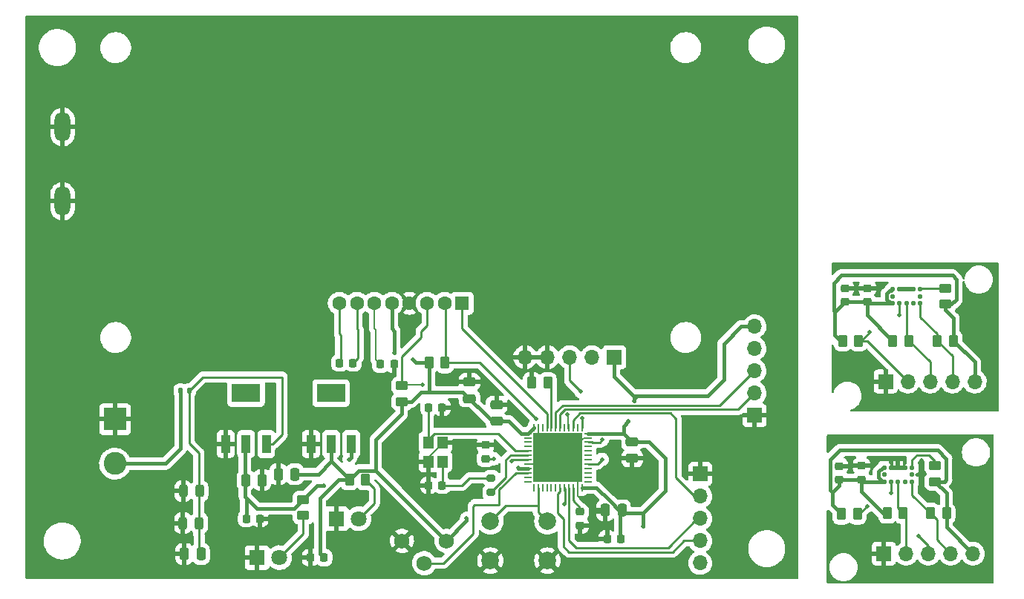
<source format=gtl>
G04 #@! TF.GenerationSoftware,KiCad,Pcbnew,(6.0.1)*
G04 #@! TF.CreationDate,2023-06-26T12:25:45-03:00*
G04 #@! TF.ProjectId,SRR-SCHEMATIC,5352522d-5343-4484-954d-415449432e6b,rev?*
G04 #@! TF.SameCoordinates,Original*
G04 #@! TF.FileFunction,Copper,L1,Top*
G04 #@! TF.FilePolarity,Positive*
%FSLAX46Y46*%
G04 Gerber Fmt 4.6, Leading zero omitted, Abs format (unit mm)*
G04 Created by KiCad (PCBNEW (6.0.1)) date 2023-06-26 12:25:45*
%MOMM*%
%LPD*%
G01*
G04 APERTURE LIST*
G04 Aperture macros list*
%AMRoundRect*
0 Rectangle with rounded corners*
0 $1 Rounding radius*
0 $2 $3 $4 $5 $6 $7 $8 $9 X,Y pos of 4 corners*
0 Add a 4 corners polygon primitive as box body*
4,1,4,$2,$3,$4,$5,$6,$7,$8,$9,$2,$3,0*
0 Add four circle primitives for the rounded corners*
1,1,$1+$1,$2,$3*
1,1,$1+$1,$4,$5*
1,1,$1+$1,$6,$7*
1,1,$1+$1,$8,$9*
0 Add four rect primitives between the rounded corners*
20,1,$1+$1,$2,$3,$4,$5,0*
20,1,$1+$1,$4,$5,$6,$7,0*
20,1,$1+$1,$6,$7,$8,$9,0*
20,1,$1+$1,$8,$9,$2,$3,0*%
G04 Aperture macros list end*
G04 #@! TA.AperFunction,SMDPad,CuDef*
%ADD10RoundRect,0.250000X0.262500X0.450000X-0.262500X0.450000X-0.262500X-0.450000X0.262500X-0.450000X0*%
G04 #@! TD*
G04 #@! TA.AperFunction,ComponentPad*
%ADD11R,1.700000X1.700000*%
G04 #@! TD*
G04 #@! TA.AperFunction,ComponentPad*
%ADD12O,1.700000X1.700000*%
G04 #@! TD*
G04 #@! TA.AperFunction,ComponentPad*
%ADD13R,2.600000X2.600000*%
G04 #@! TD*
G04 #@! TA.AperFunction,ComponentPad*
%ADD14C,2.600000*%
G04 #@! TD*
G04 #@! TA.AperFunction,SMDPad,CuDef*
%ADD15RoundRect,0.225000X-0.250000X0.225000X-0.250000X-0.225000X0.250000X-0.225000X0.250000X0.225000X0*%
G04 #@! TD*
G04 #@! TA.AperFunction,SMDPad,CuDef*
%ADD16RoundRect,0.062500X-0.375000X-0.062500X0.375000X-0.062500X0.375000X0.062500X-0.375000X0.062500X0*%
G04 #@! TD*
G04 #@! TA.AperFunction,SMDPad,CuDef*
%ADD17RoundRect,0.062500X-0.062500X-0.375000X0.062500X-0.375000X0.062500X0.375000X-0.062500X0.375000X0*%
G04 #@! TD*
G04 #@! TA.AperFunction,SMDPad,CuDef*
%ADD18R,5.600000X5.600000*%
G04 #@! TD*
G04 #@! TA.AperFunction,SMDPad,CuDef*
%ADD19RoundRect,0.225000X0.250000X-0.225000X0.250000X0.225000X-0.250000X0.225000X-0.250000X-0.225000X0*%
G04 #@! TD*
G04 #@! TA.AperFunction,SMDPad,CuDef*
%ADD20RoundRect,0.225000X0.225000X0.250000X-0.225000X0.250000X-0.225000X-0.250000X0.225000X-0.250000X0*%
G04 #@! TD*
G04 #@! TA.AperFunction,SMDPad,CuDef*
%ADD21RoundRect,0.250000X0.250000X0.475000X-0.250000X0.475000X-0.250000X-0.475000X0.250000X-0.475000X0*%
G04 #@! TD*
G04 #@! TA.AperFunction,SMDPad,CuDef*
%ADD22RoundRect,0.250000X-0.250000X-0.475000X0.250000X-0.475000X0.250000X0.475000X-0.250000X0.475000X0*%
G04 #@! TD*
G04 #@! TA.AperFunction,SMDPad,CuDef*
%ADD23RoundRect,0.125000X-0.125000X-0.125000X0.125000X-0.125000X0.125000X0.125000X-0.125000X0.125000X0*%
G04 #@! TD*
G04 #@! TA.AperFunction,SMDPad,CuDef*
%ADD24RoundRect,0.062500X-0.127500X-0.062500X0.127500X-0.062500X0.127500X0.062500X-0.127500X0.062500X0*%
G04 #@! TD*
G04 #@! TA.AperFunction,ComponentPad*
%ADD25R,1.600000X1.600000*%
G04 #@! TD*
G04 #@! TA.AperFunction,ComponentPad*
%ADD26C,1.600000*%
G04 #@! TD*
G04 #@! TA.AperFunction,ComponentPad*
%ADD27O,1.800000X3.400000*%
G04 #@! TD*
G04 #@! TA.AperFunction,SMDPad,CuDef*
%ADD28RoundRect,0.243750X0.243750X0.456250X-0.243750X0.456250X-0.243750X-0.456250X0.243750X-0.456250X0*%
G04 #@! TD*
G04 #@! TA.AperFunction,ComponentPad*
%ADD29R,1.800000X1.800000*%
G04 #@! TD*
G04 #@! TA.AperFunction,ComponentPad*
%ADD30C,1.800000*%
G04 #@! TD*
G04 #@! TA.AperFunction,SMDPad,CuDef*
%ADD31RoundRect,0.250000X-0.262500X-0.450000X0.262500X-0.450000X0.262500X0.450000X-0.262500X0.450000X0*%
G04 #@! TD*
G04 #@! TA.AperFunction,ComponentPad*
%ADD32C,2.000000*%
G04 #@! TD*
G04 #@! TA.AperFunction,SMDPad,CuDef*
%ADD33RoundRect,0.250000X0.450000X-0.262500X0.450000X0.262500X-0.450000X0.262500X-0.450000X-0.262500X0*%
G04 #@! TD*
G04 #@! TA.AperFunction,SMDPad,CuDef*
%ADD34RoundRect,0.250000X0.475000X-0.250000X0.475000X0.250000X-0.475000X0.250000X-0.475000X-0.250000X0*%
G04 #@! TD*
G04 #@! TA.AperFunction,SMDPad,CuDef*
%ADD35RoundRect,0.225000X-0.225000X-0.250000X0.225000X-0.250000X0.225000X0.250000X-0.225000X0.250000X0*%
G04 #@! TD*
G04 #@! TA.AperFunction,SMDPad,CuDef*
%ADD36RoundRect,0.147500X-0.147500X-0.172500X0.147500X-0.172500X0.147500X0.172500X-0.147500X0.172500X0*%
G04 #@! TD*
G04 #@! TA.AperFunction,SMDPad,CuDef*
%ADD37RoundRect,0.200000X0.275000X-0.200000X0.275000X0.200000X-0.275000X0.200000X-0.275000X-0.200000X0*%
G04 #@! TD*
G04 #@! TA.AperFunction,SMDPad,CuDef*
%ADD38R,1.200000X1.400000*%
G04 #@! TD*
G04 #@! TA.AperFunction,SMDPad,CuDef*
%ADD39R,1.000000X2.150000*%
G04 #@! TD*
G04 #@! TA.AperFunction,SMDPad,CuDef*
%ADD40R,3.250000X2.150000*%
G04 #@! TD*
G04 #@! TA.AperFunction,SMDPad,CuDef*
%ADD41RoundRect,0.250000X-0.450000X0.262500X-0.450000X-0.262500X0.450000X-0.262500X0.450000X0.262500X0*%
G04 #@! TD*
G04 #@! TA.AperFunction,ComponentPad*
%ADD42C,1.750000*%
G04 #@! TD*
G04 #@! TA.AperFunction,SMDPad,CuDef*
%ADD43RoundRect,0.250000X-0.475000X0.250000X-0.475000X-0.250000X0.475000X-0.250000X0.475000X0.250000X0*%
G04 #@! TD*
G04 #@! TA.AperFunction,ViaPad*
%ADD44C,0.508000*%
G04 #@! TD*
G04 #@! TA.AperFunction,Conductor*
%ADD45C,0.254000*%
G04 #@! TD*
G04 #@! TA.AperFunction,Conductor*
%ADD46C,0.203200*%
G04 #@! TD*
G04 #@! TA.AperFunction,Conductor*
%ADD47C,0.381000*%
G04 #@! TD*
G04 APERTURE END LIST*
D10*
X162024700Y-76555600D03*
X160199700Y-76555600D03*
D11*
X200355200Y-96062800D03*
D12*
X202895200Y-96062800D03*
X205435200Y-96062800D03*
X207975200Y-96062800D03*
X210515200Y-96062800D03*
D13*
X112695000Y-80705000D03*
D14*
X112695000Y-85785000D03*
D15*
X165735000Y-91300000D03*
X165735000Y-92850000D03*
D16*
X159757500Y-82340000D03*
X159757500Y-82840000D03*
X159757500Y-83340000D03*
X159757500Y-83840000D03*
X159757500Y-84340000D03*
X159757500Y-84840000D03*
X159757500Y-85340000D03*
X159757500Y-85840000D03*
X159757500Y-86340000D03*
X159757500Y-86840000D03*
X159757500Y-87340000D03*
X159757500Y-87840000D03*
D17*
X160445000Y-88527500D03*
X160945000Y-88527500D03*
X161445000Y-88527500D03*
X161945000Y-88527500D03*
X162445000Y-88527500D03*
X162945000Y-88527500D03*
X163445000Y-88527500D03*
X163945000Y-88527500D03*
X164445000Y-88527500D03*
X164945000Y-88527500D03*
X165445000Y-88527500D03*
X165945000Y-88527500D03*
D16*
X166632500Y-87840000D03*
X166632500Y-87340000D03*
X166632500Y-86840000D03*
X166632500Y-86340000D03*
X166632500Y-85840000D03*
X166632500Y-85340000D03*
X166632500Y-84840000D03*
X166632500Y-84340000D03*
X166632500Y-83840000D03*
X166632500Y-83340000D03*
X166632500Y-82840000D03*
X166632500Y-82340000D03*
D17*
X165945000Y-81652500D03*
X165445000Y-81652500D03*
X164945000Y-81652500D03*
X164445000Y-81652500D03*
X163945000Y-81652500D03*
X163445000Y-81652500D03*
X162945000Y-81652500D03*
X162445000Y-81652500D03*
X161945000Y-81652500D03*
X161445000Y-81652500D03*
X160945000Y-81652500D03*
X160445000Y-81652500D03*
D18*
X163195000Y-85090000D03*
D19*
X198477500Y-67310000D03*
X198477500Y-65760000D03*
D20*
X144501200Y-74422000D03*
X142951200Y-74422000D03*
D21*
X133205000Y-86990000D03*
X131305000Y-86990000D03*
D22*
X127575000Y-87675000D03*
X129475000Y-87675000D03*
D23*
X200377500Y-86240000D03*
D24*
X200237500Y-86365000D03*
D23*
X201177500Y-86240000D03*
X201977500Y-86240000D03*
X202777500Y-86240000D03*
X203577500Y-86240000D03*
X203577500Y-87040000D03*
X203577500Y-87840000D03*
X202777500Y-87840000D03*
X201977500Y-87840000D03*
X201177500Y-87840000D03*
X200377500Y-87840000D03*
X200377500Y-87040000D03*
D21*
X122500000Y-96100000D03*
X120600000Y-96100000D03*
D25*
X152275000Y-67475000D03*
D26*
X150275000Y-67475000D03*
X148275000Y-67475000D03*
X146275000Y-67475000D03*
X144275000Y-67475000D03*
X142275000Y-67475000D03*
X140275000Y-67475000D03*
X138275000Y-67475000D03*
D27*
X106725000Y-55825000D03*
X106725000Y-47325000D03*
D28*
X122337500Y-88925000D03*
X120462500Y-88925000D03*
D19*
X195937500Y-67310000D03*
X195937500Y-65760000D03*
D29*
X128900000Y-96520000D03*
D30*
X131440000Y-96520000D03*
D31*
X200740000Y-91440000D03*
X202565000Y-91440000D03*
X195515000Y-91540000D03*
X197340000Y-91540000D03*
D11*
X185623200Y-80264000D03*
D12*
X185623200Y-77724000D03*
X185623200Y-75184000D03*
X185623200Y-72644000D03*
X185623200Y-70104000D03*
D24*
X201182500Y-66000000D03*
D23*
X201322500Y-65875000D03*
X202122500Y-65875000D03*
X202922500Y-65875000D03*
X203722500Y-65875000D03*
X204522500Y-65875000D03*
X204522500Y-66675000D03*
X204522500Y-67475000D03*
X203722500Y-67475000D03*
X202922500Y-67475000D03*
X202122500Y-67475000D03*
X201322500Y-67475000D03*
X201322500Y-66675000D03*
D32*
X162000000Y-92365000D03*
X155500000Y-92365000D03*
X155500000Y-96865000D03*
X162000000Y-96865000D03*
D33*
X206177500Y-87852500D03*
X206177500Y-86027500D03*
D34*
X156210000Y-80960000D03*
X156210000Y-79060000D03*
D31*
X139422500Y-87630000D03*
X141247500Y-87630000D03*
X201375000Y-71755000D03*
X203200000Y-71755000D03*
D35*
X127670000Y-92070000D03*
X129220000Y-92070000D03*
D36*
X120165000Y-77465000D03*
X121135000Y-77465000D03*
D20*
X150000000Y-88265000D03*
X148450000Y-88265000D03*
D11*
X169616600Y-73634200D03*
D12*
X167076600Y-73634200D03*
X164536600Y-73634200D03*
X161996600Y-73634200D03*
X159456600Y-73634200D03*
D33*
X207367500Y-67587500D03*
X207367500Y-65762500D03*
D31*
X195660000Y-71755000D03*
X197485000Y-71755000D03*
D37*
X155575000Y-89090000D03*
X155575000Y-87440000D03*
D38*
X148425000Y-83355000D03*
X148425000Y-85555000D03*
X150025000Y-85555000D03*
X150025000Y-83355000D03*
D10*
X207490000Y-91465000D03*
X205665000Y-91465000D03*
D19*
X197802500Y-87590000D03*
X197802500Y-86040000D03*
D11*
X200558400Y-76403200D03*
D12*
X203098400Y-76403200D03*
X205638400Y-76403200D03*
X208178400Y-76403200D03*
X210718400Y-76403200D03*
D21*
X170495000Y-91100000D03*
X168595000Y-91100000D03*
D20*
X170350000Y-94375000D03*
X168800000Y-94375000D03*
D39*
X135035000Y-83545000D03*
X137335000Y-83545000D03*
X139635000Y-83545000D03*
D40*
X137335000Y-77745000D03*
D33*
X145389600Y-78710800D03*
X145389600Y-76885800D03*
D20*
X136515000Y-96510000D03*
X134965000Y-96510000D03*
D31*
X148492200Y-74269600D03*
X150317200Y-74269600D03*
D10*
X208280000Y-71755000D03*
X206455000Y-71755000D03*
D35*
X148450000Y-79375000D03*
X150000000Y-79375000D03*
D11*
X179425600Y-86969600D03*
D12*
X179425600Y-89509600D03*
X179425600Y-92049600D03*
X179425600Y-94589600D03*
X179425600Y-97129600D03*
D34*
X153100000Y-78355000D03*
X153100000Y-76455000D03*
D41*
X134160000Y-89887500D03*
X134160000Y-91712500D03*
D28*
X122312500Y-92575000D03*
X120437500Y-92575000D03*
D42*
X150480000Y-94615000D03*
X147940000Y-97155000D03*
X145400000Y-94615000D03*
D35*
X138290000Y-74295000D03*
X139840000Y-74295000D03*
D39*
X125335000Y-83545000D03*
X127635000Y-83545000D03*
X129935000Y-83545000D03*
D40*
X127635000Y-77745000D03*
D19*
X154940000Y-85230000D03*
X154940000Y-83680000D03*
D29*
X137970000Y-92070000D03*
D30*
X140510000Y-92070000D03*
D43*
X171653200Y-83301800D03*
X171653200Y-85201800D03*
D19*
X195277500Y-87615000D03*
X195277500Y-86065000D03*
D44*
X132500000Y-84500000D03*
X172000000Y-70000000D03*
X184500000Y-90750000D03*
X145500000Y-86000000D03*
X160250000Y-93500000D03*
X111250000Y-92250000D03*
X186250000Y-87250000D03*
X188250000Y-90750000D03*
X139750000Y-95750000D03*
X157250000Y-95500000D03*
X157250000Y-93500000D03*
X150775000Y-76350000D03*
X146750000Y-87750000D03*
X161750000Y-86500000D03*
X188500000Y-84000000D03*
X135500000Y-80500000D03*
X148000000Y-94750000D03*
X129500000Y-80500000D03*
X151600000Y-79475000D03*
X127500000Y-72250000D03*
X161500000Y-83500000D03*
X146750000Y-80775000D03*
X145500000Y-83250000D03*
X171425000Y-87675000D03*
X125250000Y-93750000D03*
X141750000Y-80250000D03*
X164812500Y-86687500D03*
X179000000Y-82500000D03*
X125000000Y-87500000D03*
X116750000Y-92500000D03*
X119750000Y-72250000D03*
X153000000Y-86000000D03*
X152000000Y-86000000D03*
X174250000Y-74750000D03*
X184000000Y-84000000D03*
X125500000Y-80500000D03*
X141750000Y-77250000D03*
X139250000Y-80500000D03*
X157750000Y-70000000D03*
X163250000Y-85125000D03*
X160250000Y-95500000D03*
X179000000Y-75000000D03*
X133750000Y-72250000D03*
X107500000Y-72000000D03*
X139395200Y-85344000D03*
X136474200Y-88315800D03*
X158656090Y-86281700D03*
X152781000Y-92024200D03*
X144551400Y-73152000D03*
X146685000Y-73939400D03*
X171925000Y-78613980D03*
X171250000Y-80925000D03*
X172872400Y-92964000D03*
X155905200Y-85217000D03*
X157925328Y-85510428D03*
X168275000Y-83058500D03*
X165811200Y-77571600D03*
X165939528Y-80619948D03*
X160731200Y-80694800D03*
X168249600Y-85293200D03*
X147750000Y-76750000D03*
X164288278Y-80161900D03*
X163886700Y-90382868D03*
X196500000Y-94750000D03*
X211000000Y-92250000D03*
X211000000Y-88750000D03*
X204625000Y-85450000D03*
X208675000Y-86500000D03*
X202800000Y-86250000D03*
X203575000Y-87025000D03*
X200425000Y-87025000D03*
X199000000Y-79250000D03*
X197100000Y-65775000D03*
X204525000Y-66675000D03*
X202150000Y-65850000D03*
X211250000Y-79500000D03*
X211000000Y-67750000D03*
X198725000Y-73825000D03*
X210875000Y-71400000D03*
X201350000Y-66700000D03*
X198755000Y-70789800D03*
X202133200Y-68808600D03*
X198450200Y-90627200D03*
X204292200Y-94030800D03*
X201168000Y-89179400D03*
D45*
X130678600Y-83545000D02*
X129935000Y-83545000D01*
X122679400Y-75920600D02*
X131749800Y-75920600D01*
X122280000Y-93987500D02*
X122267500Y-93975000D01*
X122267500Y-84590100D02*
X121135000Y-83457600D01*
X122280000Y-96515000D02*
X122280000Y-93987500D01*
X122267500Y-91115000D02*
X122267500Y-84590100D01*
X131749800Y-75920600D02*
X131749800Y-82473800D01*
X121135000Y-77465000D02*
X122679400Y-75920600D01*
X122267500Y-91115000D02*
X122267500Y-93975000D01*
X131749800Y-82473800D02*
X130678600Y-83545000D01*
X121135000Y-83457600D02*
X121135000Y-77465000D01*
D46*
X160945000Y-82840000D02*
X160945000Y-81652500D01*
X165445000Y-87320000D02*
X165445000Y-88527500D01*
X163250000Y-85125000D02*
X163852178Y-85125000D01*
X167415000Y-91440000D02*
X168595000Y-91440000D01*
X163195000Y-85090000D02*
X160945000Y-82840000D01*
X163250000Y-85125000D02*
X163160000Y-85125000D01*
X164812500Y-86687500D02*
X165445000Y-87320000D01*
X159757500Y-85840000D02*
X162445000Y-85840000D01*
X166137178Y-82840000D02*
X166632500Y-82840000D01*
X162445000Y-85840000D02*
X163195000Y-85090000D01*
X165445000Y-88527500D02*
X165445000Y-89470000D01*
X150025000Y-83355000D02*
X150025000Y-83455000D01*
X163160000Y-85125000D02*
X162348920Y-85936080D01*
X165445000Y-89470000D02*
X167415000Y-91440000D01*
X148425000Y-85055000D02*
X148425000Y-85555000D01*
X163852178Y-85125000D02*
X166137178Y-82840000D01*
X150025000Y-83455000D02*
X148425000Y-85055000D01*
X163250000Y-85125000D02*
X164812500Y-86687500D01*
D47*
X133140900Y-90906600D02*
X128871600Y-90906600D01*
X139635000Y-83545000D02*
X139635000Y-85104200D01*
X128871600Y-90906600D02*
X127495000Y-89530000D01*
X136474200Y-88315800D02*
X135731700Y-88315800D01*
X127670000Y-89705000D02*
X127670000Y-92070000D01*
X127495000Y-89530000D02*
X127495000Y-83685000D01*
X127495000Y-83685000D02*
X127635000Y-83545000D01*
X134160000Y-89887500D02*
X133140900Y-90906600D01*
X135731700Y-88315800D02*
X134160000Y-89887500D01*
X127495000Y-89530000D02*
X127670000Y-89705000D01*
X139635000Y-85104200D02*
X139395200Y-85344000D01*
X133205000Y-86990000D02*
X135887500Y-86990000D01*
X165945000Y-88527500D02*
X167582500Y-88527500D01*
X159757500Y-82340000D02*
X160445000Y-81652500D01*
X139422500Y-87630000D02*
X137335000Y-85542500D01*
X144551400Y-70646400D02*
X144275000Y-70370000D01*
X145389600Y-78710800D02*
X145389600Y-80101022D01*
X152781000Y-92314000D02*
X150480000Y-94615000D01*
X175412400Y-85166200D02*
X175412400Y-88887600D01*
X145389600Y-78710800D02*
X146489200Y-78710800D01*
X148492200Y-74269600D02*
X148492200Y-77592200D01*
X155705000Y-80960000D02*
X156210000Y-80960000D01*
X156210000Y-80960000D02*
X157596800Y-80960000D01*
X150480000Y-94615000D02*
X142427180Y-86562180D01*
X169062180Y-90007180D02*
X169100909Y-90007180D01*
X153100000Y-78355000D02*
X152577600Y-78355000D01*
X144551400Y-73152000D02*
X144551400Y-70646400D01*
X170691400Y-81483600D02*
X171250000Y-80925000D01*
X140490320Y-86562180D02*
X139422500Y-87630000D01*
X145389600Y-80101022D02*
X142427180Y-83063442D01*
X171776400Y-78025000D02*
X172250000Y-78025000D01*
X184073800Y-70104000D02*
X185623200Y-70104000D01*
X137335000Y-85542500D02*
X137335000Y-83545000D01*
X158714390Y-86340000D02*
X158656090Y-86281700D01*
X148525000Y-77625000D02*
X152370000Y-77625000D01*
X148492200Y-77592200D02*
X148525000Y-77625000D01*
X167582500Y-88527500D02*
X169062180Y-90007180D01*
X138150600Y-87630000D02*
X139422500Y-87630000D01*
X171653200Y-83301800D02*
X173548000Y-83301800D01*
X136067800Y-96062800D02*
X136067800Y-89712800D01*
X180242200Y-78025000D02*
X182092600Y-76174600D01*
X175412400Y-88887600D02*
X172872400Y-91427600D01*
X169616600Y-75865200D02*
X171776400Y-78025000D01*
X157596800Y-80960000D02*
X158976800Y-82340000D01*
X136067800Y-89712800D02*
X138150600Y-87630000D01*
X171925000Y-78350000D02*
X172250000Y-78025000D01*
X173548000Y-83301800D02*
X175412400Y-85166200D01*
X146489200Y-78710800D02*
X147575000Y-77625000D01*
X142427180Y-83063442D02*
X142427180Y-86562180D01*
X170320000Y-91226271D02*
X170320000Y-94405000D01*
X152781000Y-92024200D02*
X152781000Y-92314000D01*
X135887500Y-86990000D02*
X137335000Y-85542500D01*
X171925000Y-78613980D02*
X171925000Y-78350000D01*
X159757500Y-86340000D02*
X158714390Y-86340000D01*
X166632500Y-82340000D02*
X170691400Y-82340000D01*
X144275000Y-70370000D02*
X144275000Y-67475000D01*
X172872400Y-91427600D02*
X172872400Y-92964000D01*
X170691400Y-82340000D02*
X171653200Y-83301800D01*
X152370000Y-77625000D02*
X155705000Y-80960000D01*
X172250000Y-78025000D02*
X180242200Y-78025000D01*
X142427180Y-86562180D02*
X140490320Y-86562180D01*
X169100909Y-90007180D02*
X170320000Y-91226271D01*
X182092600Y-76174600D02*
X182092600Y-72085200D01*
X169616600Y-73634200D02*
X169616600Y-75865200D01*
X170822600Y-91427600D02*
X170495000Y-91100000D01*
X170691400Y-82340000D02*
X170691400Y-81483600D01*
X172872400Y-91427600D02*
X170822600Y-91427600D01*
X148492200Y-74269600D02*
X147015200Y-74269600D01*
X147575000Y-77625000D02*
X148525000Y-77625000D01*
X182092600Y-72085200D02*
X184073800Y-70104000D01*
X147015200Y-74269600D02*
X146685000Y-73939400D01*
X158976800Y-82340000D02*
X159757500Y-82340000D01*
X136515000Y-96510000D02*
X136067800Y-96062800D01*
D46*
X142275000Y-70370000D02*
X142275000Y-67475000D01*
X142415000Y-73885800D02*
X142951200Y-74422000D01*
X142415000Y-70510000D02*
X142415000Y-73885800D01*
X142415000Y-70510000D02*
X142275000Y-70370000D01*
D45*
X138430000Y-71120000D02*
X138275000Y-70965000D01*
X138430000Y-74155000D02*
X138290000Y-74295000D01*
X138430000Y-71120000D02*
X138430000Y-74155000D01*
D46*
X138290000Y-74295000D02*
X138415000Y-74170000D01*
D45*
X138275000Y-70965000D02*
X138275000Y-67475000D01*
X140415000Y-70510000D02*
X140275000Y-70370000D01*
X140415000Y-70510000D02*
X140415000Y-73720000D01*
X140415000Y-73720000D02*
X139840000Y-74295000D01*
X140275000Y-70370000D02*
X140275000Y-67475000D01*
X165735000Y-90805000D02*
X164945000Y-90015000D01*
X165735000Y-91300000D02*
X165735000Y-90805000D01*
X164945000Y-90015000D02*
X164945000Y-88527500D01*
X157925328Y-85510428D02*
X158095756Y-85340000D01*
X155892200Y-85230000D02*
X155905200Y-85217000D01*
X154940000Y-85230000D02*
X155892200Y-85230000D01*
X158095756Y-85340000D02*
X159757500Y-85340000D01*
X156366289Y-82350689D02*
X158355600Y-84340000D01*
X149120689Y-82350689D02*
X156366289Y-82350689D01*
X148425000Y-83355000D02*
X148425000Y-79400000D01*
X148425000Y-83046378D02*
X149120689Y-82350689D01*
X148425000Y-79400000D02*
X148450000Y-79375000D01*
X148425000Y-83355000D02*
X148425000Y-83046378D01*
X158355600Y-84340000D02*
X159757500Y-84340000D01*
X150000000Y-88265000D02*
X152247600Y-88265000D01*
X152247600Y-88265000D02*
X153072600Y-87440000D01*
X153072600Y-87440000D02*
X155575000Y-87440000D01*
X150000000Y-88265000D02*
X150025000Y-88240000D01*
X150025000Y-88240000D02*
X150025000Y-85555000D01*
X131440000Y-96520000D02*
X134160000Y-93800000D01*
X134160000Y-93800000D02*
X134160000Y-91712500D01*
X142265400Y-88647900D02*
X141247500Y-87630000D01*
X140510000Y-92070000D02*
X142265400Y-90314600D01*
X142265400Y-90314600D02*
X142265400Y-88647900D01*
D47*
X120165000Y-84085000D02*
X120165000Y-77465000D01*
X112695000Y-85785000D02*
X118465000Y-85785000D01*
X118465000Y-85785000D02*
X120165000Y-84085000D01*
D45*
X167995600Y-83362800D02*
X168275000Y-83083400D01*
X166632500Y-83340000D02*
X167088761Y-83340000D01*
X167088761Y-83340000D02*
X167111561Y-83362800D01*
X167111561Y-83362800D02*
X167995600Y-83362800D01*
X168275000Y-83083400D02*
X168275000Y-83058500D01*
X165939528Y-80619948D02*
X165939528Y-81647028D01*
X164536600Y-73634200D02*
X164536600Y-76297000D01*
X164536600Y-76297000D02*
X165811200Y-77571600D01*
X165939528Y-81647028D02*
X165945000Y-81652500D01*
X206177500Y-86027500D02*
X206177500Y-85502100D01*
X206177500Y-85502100D02*
X205486000Y-84810600D01*
X205486000Y-84810600D02*
X204114400Y-84810600D01*
X204114400Y-84810600D02*
X203577500Y-85347500D01*
X203577500Y-85347500D02*
X203577500Y-86240000D01*
X175750680Y-95394320D02*
X165244320Y-95394320D01*
X179247800Y-92532200D02*
X178930300Y-92214700D01*
X178930300Y-92214700D02*
X175750680Y-95394320D01*
X164445000Y-94595000D02*
X164445000Y-88527500D01*
X165244320Y-95394320D02*
X164445000Y-94595000D01*
X165735000Y-80034920D02*
X164945000Y-80824920D01*
X164945000Y-80824920D02*
X164945000Y-81652500D01*
X179425600Y-89509600D02*
X178765200Y-89509600D01*
X176657000Y-87401400D02*
X176657000Y-80695800D01*
X178765200Y-89509600D02*
X176657000Y-87401400D01*
X176657000Y-80695800D02*
X175996120Y-80034920D01*
X175996120Y-80034920D02*
X165735000Y-80034920D01*
X167702800Y-85840000D02*
X166632500Y-85840000D01*
X150317200Y-74269600D02*
X154306000Y-74269600D01*
X150415000Y-74171800D02*
X150317200Y-74269600D01*
X150415000Y-67615000D02*
X150415000Y-74171800D01*
X168249600Y-85293200D02*
X167702800Y-85840000D01*
X150275000Y-67475000D02*
X150415000Y-67615000D01*
X154306000Y-74269600D02*
X160731200Y-80694800D01*
X148000000Y-70250000D02*
X148275000Y-69975000D01*
X145389600Y-73535400D02*
X145389600Y-76885800D01*
D46*
X145525400Y-76750000D02*
X145389600Y-76885800D01*
X164348920Y-81799040D02*
X164348920Y-80222542D01*
D45*
X148000000Y-70250000D02*
X147600000Y-70650000D01*
X147600000Y-71325000D02*
X145389600Y-73535400D01*
D46*
X164348920Y-80222542D02*
X164288278Y-80161900D01*
D45*
X148275000Y-69975000D02*
X148275000Y-67475000D01*
D46*
X147750000Y-76750000D02*
X145525400Y-76750000D01*
D45*
X147600000Y-70650000D02*
X147600000Y-71325000D01*
X207367500Y-65762500D02*
X204635000Y-65762500D01*
X204635000Y-65762500D02*
X204522500Y-65875000D01*
X179425600Y-94589600D02*
X177556084Y-94589600D01*
X177556084Y-94589600D02*
X176260684Y-95885000D01*
X163195000Y-89233761D02*
X163445000Y-88983761D01*
X163195000Y-91440000D02*
X163195000Y-89233761D01*
X163830000Y-95250000D02*
X163830000Y-92075000D01*
X176260684Y-95885000D02*
X164465000Y-95885000D01*
X163830000Y-92075000D02*
X163195000Y-91440000D01*
X164465000Y-95885000D02*
X163830000Y-95250000D01*
X163445000Y-88983761D02*
X163445000Y-88527500D01*
X183743600Y-79603600D02*
X185623200Y-77724000D01*
X163445000Y-81652500D02*
X163445000Y-80166400D01*
X163445000Y-80166400D02*
X164007800Y-79603600D01*
X164007800Y-79603600D02*
X183743600Y-79603600D01*
X181634920Y-79172280D02*
X163727920Y-79172280D01*
X185623200Y-75184000D02*
X181634920Y-79172280D01*
X162945000Y-79955200D02*
X162945000Y-81652500D01*
X163727920Y-79172280D02*
X162945000Y-79955200D01*
X163886700Y-90382868D02*
X164013680Y-90255888D01*
X164013680Y-90255888D02*
X164013680Y-88596180D01*
X164013680Y-88596180D02*
X163945000Y-88527500D01*
X162445000Y-76975900D02*
X162445000Y-81652500D01*
X162024700Y-76555600D02*
X162445000Y-76975900D01*
X157806200Y-84840000D02*
X159757500Y-84840000D01*
X157276800Y-85369400D02*
X157806200Y-84840000D01*
X157276800Y-87388200D02*
X157276800Y-85369400D01*
X155575000Y-89090000D02*
X157276800Y-87388200D01*
X156514800Y-90474800D02*
X156514800Y-88760178D01*
X150145000Y-97155000D02*
X153543000Y-93757000D01*
X153543000Y-93757000D02*
X153543000Y-90627200D01*
X147940000Y-97155000D02*
X150145000Y-97155000D01*
X156514800Y-88760178D02*
X158434978Y-86840000D01*
X153543000Y-90627200D02*
X153695400Y-90474800D01*
X153695400Y-90474800D02*
X156514800Y-90474800D01*
X158434978Y-86840000D02*
X159757500Y-86840000D01*
X157263200Y-90601800D02*
X160934400Y-90601800D01*
X160959800Y-90627200D02*
X160959800Y-88542300D01*
X160959800Y-88542300D02*
X160945000Y-88527500D01*
X160959800Y-91324800D02*
X160959800Y-90627200D01*
X160934400Y-90601800D02*
X160959800Y-90627200D01*
X162000000Y-92365000D02*
X160959800Y-91324800D01*
X155500000Y-92365000D02*
X157263200Y-90601800D01*
X152275000Y-70370000D02*
X162013680Y-80108680D01*
X152275000Y-67475000D02*
X152275000Y-70370000D01*
X162013680Y-81583820D02*
X161945000Y-81652500D01*
X162013680Y-80108680D02*
X162013680Y-81583820D01*
D47*
X206502000Y-84251800D02*
X195326000Y-84251800D01*
X207490000Y-91465000D02*
X207422500Y-91532500D01*
X197777500Y-87615000D02*
X197802500Y-87590000D01*
X200377500Y-87840000D02*
X200230548Y-87840000D01*
X200740000Y-91440000D02*
X200253600Y-91440000D01*
X207490000Y-93037600D02*
X210515200Y-96062800D01*
X207490000Y-89165000D02*
X207490000Y-93037600D01*
X195277500Y-88313500D02*
X194513200Y-89077800D01*
X194233800Y-88798400D02*
X194513200Y-89077800D01*
X194513200Y-89077800D02*
X194513200Y-90538200D01*
X207467200Y-85217000D02*
X206502000Y-84251800D01*
X207244700Y-87852500D02*
X207467200Y-87630000D01*
X207467200Y-87630000D02*
X207467200Y-85217000D01*
X199759680Y-86710868D02*
X200230548Y-86240000D01*
X200230548Y-86240000D02*
X200377500Y-86240000D01*
X195326000Y-84251800D02*
X194233800Y-85344000D01*
X200253600Y-91440000D02*
X197802500Y-88988900D01*
X194233800Y-85344000D02*
X194233800Y-88798400D01*
X206177500Y-87852500D02*
X207490000Y-89165000D01*
X195277500Y-87615000D02*
X197777500Y-87615000D01*
X197802500Y-87590000D02*
X198052500Y-87840000D01*
X206177500Y-87852500D02*
X207244700Y-87852500D01*
X198052500Y-87840000D02*
X200377500Y-87840000D01*
X197802500Y-88988900D02*
X197802500Y-87590000D01*
X194513200Y-90538200D02*
X195515000Y-91540000D01*
X195277500Y-87615000D02*
X195277500Y-88313500D01*
X200230548Y-87840000D02*
X199759680Y-87369132D01*
X199759680Y-87369132D02*
X199759680Y-86710868D01*
X207367500Y-67587500D02*
X208078700Y-67587500D01*
X201125320Y-66057180D02*
X201182500Y-66000000D01*
X208178400Y-64287400D02*
X195503800Y-64287400D01*
X208280000Y-69138800D02*
X208280000Y-71755000D01*
X201322500Y-67475000D02*
X201175548Y-67475000D01*
X194640200Y-68353300D02*
X194767200Y-68480300D01*
X201175548Y-67475000D02*
X200704680Y-67004132D01*
X208280000Y-71755000D02*
X210718400Y-74193400D01*
X200704680Y-66345868D02*
X200993368Y-66057180D01*
X200993368Y-66057180D02*
X201125320Y-66057180D01*
X210718400Y-74193400D02*
X210718400Y-76403200D01*
X195427600Y-71755000D02*
X194767200Y-71094600D01*
X207367500Y-67587500D02*
X207367500Y-68226300D01*
X208635600Y-67030600D02*
X208635600Y-64744600D01*
X194767200Y-68480300D02*
X195937500Y-67310000D01*
X195660000Y-71755000D02*
X195427600Y-71755000D01*
X208078700Y-67587500D02*
X208635600Y-67030600D01*
X195937500Y-67310000D02*
X198477500Y-67310000D01*
X200704680Y-67004132D02*
X200704680Y-66345868D01*
X207367500Y-68226300D02*
X208280000Y-69138800D01*
X198477500Y-68857500D02*
X201375000Y-71755000D01*
X201322500Y-67475000D02*
X198642500Y-67475000D01*
X194767200Y-71094600D02*
X194767200Y-68480300D01*
X195503800Y-64287400D02*
X194640200Y-65151000D01*
X194640200Y-65151000D02*
X194640200Y-68353300D01*
X208635600Y-64744600D02*
X208178400Y-64287400D01*
X198477500Y-67310000D02*
X198477500Y-68857500D01*
X198642500Y-67475000D02*
X198477500Y-67310000D01*
D45*
X206455000Y-71755000D02*
X208178400Y-73478400D01*
X206455000Y-71755000D02*
X206455000Y-70971400D01*
X204522500Y-69038900D02*
X204522500Y-67475000D01*
X206455000Y-70971400D02*
X204522500Y-69038900D01*
X208178400Y-73478400D02*
X208178400Y-76403200D01*
X206422500Y-92222500D02*
X205665000Y-91465000D01*
X203577500Y-89377500D02*
X203577500Y-87840000D01*
X206422500Y-92222500D02*
X206422500Y-94510100D01*
X205665000Y-91465000D02*
X203577500Y-89377500D01*
X206422500Y-94510100D02*
X207975200Y-96062800D01*
X203098400Y-76403200D02*
X198450200Y-71755000D01*
X197789800Y-71755000D02*
X198755000Y-70789800D01*
X198450200Y-71755000D02*
X197485000Y-71755000D01*
X197485000Y-71755000D02*
X197789800Y-71755000D01*
X202133200Y-67485700D02*
X202122500Y-67475000D01*
X202133200Y-68808600D02*
X202133200Y-67485700D01*
X205638400Y-74193400D02*
X203200000Y-71755000D01*
X205638400Y-76403200D02*
X205638400Y-74193400D01*
X202922500Y-71477500D02*
X202922500Y-67475000D01*
X203200000Y-71755000D02*
X202922500Y-71477500D01*
X202895200Y-91770200D02*
X202895200Y-96062800D01*
X201977500Y-90852500D02*
X201977500Y-87840000D01*
X202565000Y-91440000D02*
X201977500Y-90852500D01*
X202565000Y-91440000D02*
X202895200Y-91770200D01*
X201168000Y-87849500D02*
X201177500Y-87840000D01*
X201168000Y-89179400D02*
X201168000Y-87849500D01*
X205435200Y-96062800D02*
X205435200Y-95173800D01*
X197340000Y-91540000D02*
X197537400Y-91540000D01*
X205435200Y-95173800D02*
X204292200Y-94030800D01*
X197537400Y-91540000D02*
X198450200Y-90627200D01*
G04 #@! TA.AperFunction,Conductor*
G36*
X212841621Y-82488002D02*
G01*
X212888114Y-82541658D01*
X212899500Y-82594000D01*
X212899500Y-99367800D01*
X212879498Y-99435921D01*
X212825842Y-99482414D01*
X212773500Y-99493800D01*
X193981500Y-99493800D01*
X193913379Y-99473798D01*
X193866886Y-99420142D01*
X193855500Y-99367800D01*
X193855500Y-97612200D01*
X194144326Y-97612200D01*
X194164191Y-97864603D01*
X194223295Y-98110791D01*
X194320184Y-98344702D01*
X194452472Y-98560576D01*
X194616902Y-98753098D01*
X194809424Y-98917528D01*
X195025298Y-99049816D01*
X195029868Y-99051709D01*
X195029872Y-99051711D01*
X195254636Y-99144811D01*
X195259209Y-99146705D01*
X195343832Y-99167021D01*
X195500584Y-99204654D01*
X195500590Y-99204655D01*
X195505397Y-99205809D01*
X195605216Y-99213665D01*
X195692145Y-99220507D01*
X195692152Y-99220507D01*
X195694601Y-99220700D01*
X195820999Y-99220700D01*
X195823448Y-99220507D01*
X195823455Y-99220507D01*
X195910384Y-99213665D01*
X196010203Y-99205809D01*
X196015010Y-99204655D01*
X196015016Y-99204654D01*
X196171768Y-99167021D01*
X196256391Y-99146705D01*
X196260964Y-99144811D01*
X196485728Y-99051711D01*
X196485732Y-99051709D01*
X196490302Y-99049816D01*
X196706176Y-98917528D01*
X196898698Y-98753098D01*
X197063128Y-98560576D01*
X197195416Y-98344702D01*
X197292305Y-98110791D01*
X197351409Y-97864603D01*
X197371274Y-97612200D01*
X197351409Y-97359797D01*
X197345087Y-97333461D01*
X197293460Y-97118421D01*
X197292305Y-97113609D01*
X197290411Y-97109036D01*
X197227630Y-96957469D01*
X198997201Y-96957469D01*
X198997571Y-96964290D01*
X199003095Y-97015152D01*
X199006721Y-97030404D01*
X199051876Y-97150854D01*
X199060414Y-97166449D01*
X199136915Y-97268524D01*
X199149476Y-97281085D01*
X199251551Y-97357586D01*
X199267146Y-97366124D01*
X199387594Y-97411278D01*
X199402849Y-97414905D01*
X199453714Y-97420431D01*
X199460528Y-97420800D01*
X200083085Y-97420800D01*
X200098324Y-97416325D01*
X200099529Y-97414935D01*
X200101200Y-97407252D01*
X200101200Y-96334915D01*
X200096725Y-96319676D01*
X200095335Y-96318471D01*
X200087652Y-96316800D01*
X199015316Y-96316800D01*
X199000077Y-96321275D01*
X198998872Y-96322665D01*
X198997201Y-96330348D01*
X198997201Y-96957469D01*
X197227630Y-96957469D01*
X197197311Y-96884272D01*
X197197309Y-96884268D01*
X197195416Y-96879698D01*
X197063128Y-96663824D01*
X196898698Y-96471302D01*
X196706176Y-96306872D01*
X196490302Y-96174584D01*
X196485732Y-96172691D01*
X196485728Y-96172689D01*
X196260964Y-96079589D01*
X196260962Y-96079588D01*
X196256391Y-96077695D01*
X196171768Y-96057379D01*
X196015016Y-96019746D01*
X196015010Y-96019745D01*
X196010203Y-96018591D01*
X195910384Y-96010735D01*
X195823455Y-96003893D01*
X195823448Y-96003893D01*
X195820999Y-96003700D01*
X195694601Y-96003700D01*
X195692152Y-96003893D01*
X195692145Y-96003893D01*
X195605216Y-96010735D01*
X195505397Y-96018591D01*
X195500590Y-96019745D01*
X195500584Y-96019746D01*
X195343832Y-96057379D01*
X195259209Y-96077695D01*
X195254638Y-96079588D01*
X195254636Y-96079589D01*
X195029872Y-96172689D01*
X195029868Y-96172691D01*
X195025298Y-96174584D01*
X194809424Y-96306872D01*
X194616902Y-96471302D01*
X194452472Y-96663824D01*
X194320184Y-96879698D01*
X194318291Y-96884268D01*
X194318289Y-96884272D01*
X194225189Y-97109036D01*
X194223295Y-97113609D01*
X194222140Y-97118421D01*
X194170514Y-97333461D01*
X194164191Y-97359797D01*
X194144326Y-97612200D01*
X193855500Y-97612200D01*
X193855500Y-95790685D01*
X198997200Y-95790685D01*
X199001675Y-95805924D01*
X199003065Y-95807129D01*
X199010748Y-95808800D01*
X200083085Y-95808800D01*
X200098324Y-95804325D01*
X200099529Y-95802935D01*
X200101200Y-95795252D01*
X200101200Y-94722916D01*
X200096725Y-94707677D01*
X200095335Y-94706472D01*
X200087652Y-94704801D01*
X199460531Y-94704801D01*
X199453710Y-94705171D01*
X199402848Y-94710695D01*
X199387596Y-94714321D01*
X199267146Y-94759476D01*
X199251551Y-94768014D01*
X199149476Y-94844515D01*
X199136915Y-94857076D01*
X199060414Y-94959151D01*
X199051876Y-94974746D01*
X199006722Y-95095194D01*
X199003095Y-95110449D01*
X198997569Y-95161314D01*
X198997200Y-95168128D01*
X198997200Y-95790685D01*
X193855500Y-95790685D01*
X193855500Y-91173225D01*
X193875502Y-91105104D01*
X193929158Y-91058611D01*
X193999432Y-91048507D01*
X194064012Y-91078001D01*
X194070595Y-91084130D01*
X194457095Y-91470630D01*
X194491121Y-91532942D01*
X194494000Y-91559725D01*
X194494000Y-92040400D01*
X194494337Y-92043646D01*
X194494337Y-92043650D01*
X194497871Y-92077704D01*
X194504974Y-92146166D01*
X194507155Y-92152702D01*
X194507155Y-92152704D01*
X194516034Y-92179318D01*
X194560950Y-92313946D01*
X194654022Y-92464348D01*
X194659204Y-92469521D01*
X194678194Y-92488478D01*
X194779197Y-92589305D01*
X194785427Y-92593145D01*
X194785428Y-92593146D01*
X194922590Y-92677694D01*
X194929762Y-92682115D01*
X195009505Y-92708564D01*
X195091111Y-92735632D01*
X195091113Y-92735632D01*
X195097639Y-92737797D01*
X195104475Y-92738497D01*
X195104478Y-92738498D01*
X195147531Y-92742909D01*
X195202100Y-92748500D01*
X195827900Y-92748500D01*
X195831146Y-92748163D01*
X195831150Y-92748163D01*
X195926808Y-92738238D01*
X195926812Y-92738237D01*
X195933666Y-92737526D01*
X195940202Y-92735345D01*
X195940204Y-92735345D01*
X196072306Y-92691272D01*
X196101446Y-92681550D01*
X196251848Y-92588478D01*
X196338284Y-92501891D01*
X196400566Y-92467812D01*
X196471386Y-92472815D01*
X196516475Y-92501736D01*
X196591931Y-92577060D01*
X196604197Y-92589305D01*
X196610427Y-92593145D01*
X196610428Y-92593146D01*
X196747590Y-92677694D01*
X196754762Y-92682115D01*
X196834505Y-92708564D01*
X196916111Y-92735632D01*
X196916113Y-92735632D01*
X196922639Y-92737797D01*
X196929475Y-92738497D01*
X196929478Y-92738498D01*
X196972531Y-92742909D01*
X197027100Y-92748500D01*
X197652900Y-92748500D01*
X197656146Y-92748163D01*
X197656150Y-92748163D01*
X197751808Y-92738238D01*
X197751812Y-92738237D01*
X197758666Y-92737526D01*
X197765202Y-92735345D01*
X197765204Y-92735345D01*
X197897306Y-92691272D01*
X197926446Y-92681550D01*
X198076848Y-92588478D01*
X198201805Y-92463303D01*
X198257583Y-92372815D01*
X198290775Y-92318968D01*
X198290776Y-92318966D01*
X198294615Y-92312738D01*
X198329687Y-92206998D01*
X198348132Y-92151389D01*
X198348132Y-92151387D01*
X198350297Y-92144861D01*
X198361000Y-92040400D01*
X198361000Y-91667323D01*
X198381002Y-91599202D01*
X198397905Y-91578227D01*
X198572419Y-91403714D01*
X198622577Y-91372977D01*
X198760489Y-91328166D01*
X198760491Y-91328165D01*
X198767185Y-91325990D01*
X198914124Y-91238397D01*
X198914236Y-91238584D01*
X198977267Y-91214597D01*
X199046739Y-91229228D01*
X199076184Y-91251119D01*
X199682407Y-91857342D01*
X199716433Y-91919654D01*
X199719000Y-91938848D01*
X199719000Y-91940400D01*
X199719336Y-91943635D01*
X199729037Y-92037134D01*
X199729974Y-92046166D01*
X199732155Y-92052702D01*
X199732155Y-92052704D01*
X199740057Y-92076389D01*
X199785950Y-92213946D01*
X199879022Y-92364348D01*
X200004197Y-92489305D01*
X200010427Y-92493145D01*
X200010428Y-92493146D01*
X200147590Y-92577694D01*
X200154762Y-92582115D01*
X200188020Y-92593146D01*
X200316111Y-92635632D01*
X200316113Y-92635632D01*
X200322639Y-92637797D01*
X200329475Y-92638497D01*
X200329478Y-92638498D01*
X200372531Y-92642909D01*
X200427100Y-92648500D01*
X201052900Y-92648500D01*
X201056146Y-92648163D01*
X201056150Y-92648163D01*
X201151808Y-92638238D01*
X201151812Y-92638237D01*
X201158666Y-92637526D01*
X201165202Y-92635345D01*
X201165204Y-92635345D01*
X201297306Y-92591272D01*
X201326446Y-92581550D01*
X201476848Y-92488478D01*
X201563284Y-92401891D01*
X201625566Y-92367812D01*
X201696386Y-92372815D01*
X201741475Y-92401736D01*
X201808339Y-92468483D01*
X201829197Y-92489305D01*
X201835427Y-92493145D01*
X201835428Y-92493146D01*
X201972590Y-92577694D01*
X201979762Y-92582115D01*
X202013020Y-92593146D01*
X202141111Y-92635632D01*
X202141113Y-92635632D01*
X202147639Y-92637797D01*
X202154478Y-92638498D01*
X202160114Y-92639706D01*
X202222528Y-92673544D01*
X202256740Y-92735754D01*
X202259700Y-92762906D01*
X202259700Y-94785533D01*
X202239698Y-94853654D01*
X202191880Y-94897296D01*
X202168807Y-94909307D01*
X202164674Y-94912410D01*
X202164671Y-94912412D01*
X202081650Y-94974746D01*
X201990165Y-95043435D01*
X201986593Y-95047173D01*
X201909098Y-95128266D01*
X201847574Y-95163695D01*
X201776662Y-95160238D01*
X201718876Y-95118992D01*
X201700023Y-95085444D01*
X201658524Y-94974746D01*
X201649986Y-94959151D01*
X201573485Y-94857076D01*
X201560924Y-94844515D01*
X201458849Y-94768014D01*
X201443254Y-94759476D01*
X201322806Y-94714322D01*
X201307551Y-94710695D01*
X201256686Y-94705169D01*
X201249872Y-94704800D01*
X200627315Y-94704800D01*
X200612076Y-94709275D01*
X200610871Y-94710665D01*
X200609200Y-94718348D01*
X200609200Y-97402684D01*
X200613675Y-97417923D01*
X200615065Y-97419128D01*
X200622748Y-97420799D01*
X201249869Y-97420799D01*
X201256690Y-97420429D01*
X201307552Y-97414905D01*
X201322804Y-97411279D01*
X201443254Y-97366124D01*
X201458849Y-97357586D01*
X201560924Y-97281085D01*
X201573485Y-97268524D01*
X201649986Y-97166449D01*
X201658524Y-97150854D01*
X201699425Y-97041752D01*
X201742067Y-96984988D01*
X201808628Y-96960288D01*
X201877977Y-96975496D01*
X201912644Y-97003484D01*
X201938065Y-97032831D01*
X201938069Y-97032835D01*
X201941450Y-97036738D01*
X202113326Y-97179432D01*
X202306200Y-97292138D01*
X202514892Y-97371830D01*
X202519960Y-97372861D01*
X202519963Y-97372862D01*
X202627217Y-97394683D01*
X202733797Y-97416367D01*
X202738972Y-97416557D01*
X202738974Y-97416557D01*
X202951873Y-97424364D01*
X202951877Y-97424364D01*
X202957037Y-97424553D01*
X202962157Y-97423897D01*
X202962159Y-97423897D01*
X203173488Y-97396825D01*
X203173489Y-97396825D01*
X203178616Y-97396168D01*
X203183566Y-97394683D01*
X203387629Y-97333461D01*
X203387634Y-97333459D01*
X203392584Y-97331974D01*
X203593194Y-97233696D01*
X203775060Y-97103973D01*
X203933296Y-96946289D01*
X203977860Y-96884272D01*
X204063653Y-96764877D01*
X204064976Y-96765828D01*
X204111845Y-96722657D01*
X204181780Y-96710425D01*
X204247226Y-96737944D01*
X204275075Y-96769794D01*
X204335187Y-96867888D01*
X204481450Y-97036738D01*
X204653326Y-97179432D01*
X204846200Y-97292138D01*
X205054892Y-97371830D01*
X205059960Y-97372861D01*
X205059963Y-97372862D01*
X205167217Y-97394683D01*
X205273797Y-97416367D01*
X205278972Y-97416557D01*
X205278974Y-97416557D01*
X205491873Y-97424364D01*
X205491877Y-97424364D01*
X205497037Y-97424553D01*
X205502157Y-97423897D01*
X205502159Y-97423897D01*
X205713488Y-97396825D01*
X205713489Y-97396825D01*
X205718616Y-97396168D01*
X205723566Y-97394683D01*
X205927629Y-97333461D01*
X205927634Y-97333459D01*
X205932584Y-97331974D01*
X206133194Y-97233696D01*
X206315060Y-97103973D01*
X206473296Y-96946289D01*
X206517860Y-96884272D01*
X206603653Y-96764877D01*
X206604976Y-96765828D01*
X206651845Y-96722657D01*
X206721780Y-96710425D01*
X206787226Y-96737944D01*
X206815075Y-96769794D01*
X206875187Y-96867888D01*
X207021450Y-97036738D01*
X207193326Y-97179432D01*
X207386200Y-97292138D01*
X207594892Y-97371830D01*
X207599960Y-97372861D01*
X207599963Y-97372862D01*
X207707217Y-97394683D01*
X207813797Y-97416367D01*
X207818972Y-97416557D01*
X207818974Y-97416557D01*
X208031873Y-97424364D01*
X208031877Y-97424364D01*
X208037037Y-97424553D01*
X208042157Y-97423897D01*
X208042159Y-97423897D01*
X208253488Y-97396825D01*
X208253489Y-97396825D01*
X208258616Y-97396168D01*
X208263566Y-97394683D01*
X208467629Y-97333461D01*
X208467634Y-97333459D01*
X208472584Y-97331974D01*
X208673194Y-97233696D01*
X208855060Y-97103973D01*
X209013296Y-96946289D01*
X209057860Y-96884272D01*
X209143653Y-96764877D01*
X209144976Y-96765828D01*
X209191845Y-96722657D01*
X209261780Y-96710425D01*
X209327226Y-96737944D01*
X209355075Y-96769794D01*
X209415187Y-96867888D01*
X209561450Y-97036738D01*
X209733326Y-97179432D01*
X209926200Y-97292138D01*
X210134892Y-97371830D01*
X210139960Y-97372861D01*
X210139963Y-97372862D01*
X210247217Y-97394683D01*
X210353797Y-97416367D01*
X210358972Y-97416557D01*
X210358974Y-97416557D01*
X210571873Y-97424364D01*
X210571877Y-97424364D01*
X210577037Y-97424553D01*
X210582157Y-97423897D01*
X210582159Y-97423897D01*
X210793488Y-97396825D01*
X210793489Y-97396825D01*
X210798616Y-97396168D01*
X210803566Y-97394683D01*
X211007629Y-97333461D01*
X211007634Y-97333459D01*
X211012584Y-97331974D01*
X211213194Y-97233696D01*
X211395060Y-97103973D01*
X211553296Y-96946289D01*
X211597860Y-96884272D01*
X211680635Y-96769077D01*
X211683653Y-96764877D01*
X211704520Y-96722657D01*
X211780336Y-96569253D01*
X211780337Y-96569251D01*
X211782630Y-96564611D01*
X211847570Y-96350869D01*
X211876729Y-96129390D01*
X211878356Y-96062800D01*
X211860052Y-95840161D01*
X211805631Y-95623502D01*
X211716554Y-95418640D01*
X211595214Y-95231077D01*
X211444870Y-95065851D01*
X211440819Y-95062652D01*
X211440815Y-95062648D01*
X211273614Y-94930600D01*
X211273610Y-94930598D01*
X211269559Y-94927398D01*
X211265031Y-94924898D01*
X211215029Y-94897296D01*
X211073989Y-94819438D01*
X211069120Y-94817714D01*
X211069116Y-94817712D01*
X210868287Y-94746595D01*
X210868283Y-94746594D01*
X210863412Y-94744869D01*
X210858319Y-94743962D01*
X210858316Y-94743961D01*
X210648573Y-94706600D01*
X210648567Y-94706599D01*
X210643484Y-94705694D01*
X210569652Y-94704792D01*
X210425281Y-94703028D01*
X210425279Y-94703028D01*
X210420111Y-94702965D01*
X210243607Y-94729974D01*
X210173246Y-94720506D01*
X210135454Y-94694519D01*
X208225905Y-92784970D01*
X208191879Y-92722658D01*
X208189000Y-92695875D01*
X208189000Y-92603305D01*
X208209002Y-92535184D01*
X208227801Y-92514429D01*
X208226848Y-92513478D01*
X208346634Y-92393483D01*
X208351805Y-92388303D01*
X208355646Y-92382072D01*
X208440775Y-92243968D01*
X208440776Y-92243966D01*
X208444615Y-92237738D01*
X208500297Y-92069861D01*
X208502859Y-92044861D01*
X208510672Y-91968598D01*
X208511000Y-91965400D01*
X208511000Y-90964600D01*
X208510663Y-90961350D01*
X208500738Y-90865692D01*
X208500737Y-90865688D01*
X208500026Y-90858834D01*
X208493974Y-90840692D01*
X208446368Y-90698002D01*
X208444050Y-90691054D01*
X208350978Y-90540652D01*
X208225982Y-90415873D01*
X208191903Y-90353592D01*
X208189000Y-90326701D01*
X208189000Y-89193589D01*
X208189292Y-89185019D01*
X208192653Y-89135724D01*
X208192653Y-89135720D01*
X208193169Y-89128148D01*
X208182337Y-89066085D01*
X208181375Y-89059564D01*
X208174722Y-89004582D01*
X208174721Y-89004579D01*
X208173809Y-88997040D01*
X208171123Y-88989931D01*
X208170277Y-88986488D01*
X208166414Y-88972363D01*
X208165386Y-88968958D01*
X208164081Y-88961482D01*
X208138765Y-88903810D01*
X208136277Y-88897715D01*
X208116690Y-88845880D01*
X208116689Y-88845878D01*
X208114006Y-88838778D01*
X208109709Y-88832526D01*
X208108066Y-88829383D01*
X208100971Y-88816635D01*
X208099130Y-88813523D01*
X208096077Y-88806567D01*
X208057732Y-88756593D01*
X208053861Y-88751266D01*
X208047789Y-88742430D01*
X208018179Y-88699348D01*
X208009689Y-88691783D01*
X207972321Y-88658490D01*
X207967045Y-88653509D01*
X207788731Y-88475195D01*
X207754705Y-88412883D01*
X207759770Y-88342068D01*
X207788731Y-88297004D01*
X207860322Y-88225414D01*
X207941252Y-88144484D01*
X207947518Y-88138631D01*
X207984747Y-88106154D01*
X207990474Y-88101158D01*
X208026698Y-88049617D01*
X208030623Y-88044332D01*
X208064807Y-88000735D01*
X208069492Y-87994760D01*
X208072616Y-87987842D01*
X208074445Y-87984821D01*
X208081700Y-87972102D01*
X208083388Y-87968954D01*
X208087756Y-87962739D01*
X208110638Y-87904050D01*
X208113178Y-87898005D01*
X208139113Y-87840565D01*
X208140498Y-87833092D01*
X208141569Y-87829674D01*
X208145554Y-87815685D01*
X208146451Y-87812193D01*
X208149212Y-87805111D01*
X208157433Y-87742670D01*
X208158465Y-87736157D01*
X208168561Y-87681682D01*
X208168561Y-87681680D01*
X208169945Y-87674213D01*
X208168751Y-87653496D01*
X208166409Y-87612888D01*
X208166200Y-87605635D01*
X208166200Y-85245599D01*
X208166492Y-85237029D01*
X208169854Y-85187723D01*
X208169854Y-85187719D01*
X208170370Y-85180148D01*
X208169065Y-85172672D01*
X208169065Y-85172668D01*
X208159537Y-85118076D01*
X208158574Y-85111551D01*
X208151922Y-85056582D01*
X208151921Y-85056580D01*
X208151009Y-85049040D01*
X208148325Y-85041938D01*
X208147481Y-85038500D01*
X208143617Y-85024377D01*
X208142587Y-85020965D01*
X208141281Y-85013483D01*
X208138229Y-85006530D01*
X208138227Y-85006524D01*
X208115963Y-84955806D01*
X208113470Y-84949698D01*
X208093892Y-84897885D01*
X208093890Y-84897882D01*
X208091206Y-84890778D01*
X208086901Y-84884514D01*
X208085245Y-84881347D01*
X208078140Y-84868582D01*
X208076332Y-84865525D01*
X208073278Y-84858567D01*
X208034940Y-84808604D01*
X208031062Y-84803267D01*
X207999681Y-84757607D01*
X207999679Y-84757605D01*
X207995379Y-84751348D01*
X207975645Y-84733765D01*
X207949512Y-84710482D01*
X207944236Y-84705501D01*
X207738735Y-84500000D01*
X209254026Y-84500000D01*
X209273891Y-84752403D01*
X209275045Y-84757210D01*
X209275046Y-84757216D01*
X209301783Y-84868582D01*
X209332995Y-84998591D01*
X209334888Y-85003162D01*
X209334889Y-85003164D01*
X209424079Y-85218487D01*
X209429884Y-85232502D01*
X209562172Y-85448376D01*
X209726602Y-85640898D01*
X209919124Y-85805328D01*
X210134998Y-85937616D01*
X210139568Y-85939509D01*
X210139572Y-85939511D01*
X210364336Y-86032611D01*
X210368909Y-86034505D01*
X210427461Y-86048562D01*
X210610284Y-86092454D01*
X210610290Y-86092455D01*
X210615097Y-86093609D01*
X210714916Y-86101465D01*
X210801845Y-86108307D01*
X210801852Y-86108307D01*
X210804301Y-86108500D01*
X210930699Y-86108500D01*
X210933148Y-86108307D01*
X210933155Y-86108307D01*
X211020084Y-86101465D01*
X211119903Y-86093609D01*
X211124710Y-86092455D01*
X211124716Y-86092454D01*
X211307539Y-86048562D01*
X211366091Y-86034505D01*
X211370664Y-86032611D01*
X211595428Y-85939511D01*
X211595432Y-85939509D01*
X211600002Y-85937616D01*
X211815876Y-85805328D01*
X212008398Y-85640898D01*
X212172828Y-85448376D01*
X212305116Y-85232502D01*
X212310922Y-85218487D01*
X212400111Y-85003164D01*
X212400112Y-85003162D01*
X212402005Y-84998591D01*
X212433217Y-84868582D01*
X212459954Y-84757216D01*
X212459955Y-84757210D01*
X212461109Y-84752403D01*
X212480974Y-84500000D01*
X212461109Y-84247597D01*
X212402005Y-84001409D01*
X212400111Y-83996836D01*
X212307011Y-83772072D01*
X212307009Y-83772068D01*
X212305116Y-83767498D01*
X212172828Y-83551624D01*
X212008398Y-83359102D01*
X211815876Y-83194672D01*
X211600002Y-83062384D01*
X211595432Y-83060491D01*
X211595428Y-83060489D01*
X211370664Y-82967389D01*
X211370662Y-82967388D01*
X211366091Y-82965495D01*
X211281468Y-82945179D01*
X211124716Y-82907546D01*
X211124710Y-82907545D01*
X211119903Y-82906391D01*
X211020084Y-82898535D01*
X210933155Y-82891693D01*
X210933148Y-82891693D01*
X210930699Y-82891500D01*
X210804301Y-82891500D01*
X210801852Y-82891693D01*
X210801845Y-82891693D01*
X210714916Y-82898535D01*
X210615097Y-82906391D01*
X210610290Y-82907545D01*
X210610284Y-82907546D01*
X210453532Y-82945179D01*
X210368909Y-82965495D01*
X210364338Y-82967388D01*
X210364336Y-82967389D01*
X210139572Y-83060489D01*
X210139568Y-83060491D01*
X210134998Y-83062384D01*
X209919124Y-83194672D01*
X209726602Y-83359102D01*
X209562172Y-83551624D01*
X209429884Y-83767498D01*
X209427991Y-83772068D01*
X209427989Y-83772072D01*
X209334889Y-83996836D01*
X209332995Y-84001409D01*
X209273891Y-84247597D01*
X209254026Y-84500000D01*
X207738735Y-84500000D01*
X207016497Y-83777762D01*
X207010643Y-83771496D01*
X206978152Y-83734251D01*
X206973158Y-83728526D01*
X206921622Y-83692306D01*
X206916326Y-83688373D01*
X206872737Y-83654194D01*
X206872734Y-83654192D01*
X206866760Y-83649508D01*
X206859836Y-83646382D01*
X206856801Y-83644544D01*
X206844102Y-83637300D01*
X206840954Y-83635612D01*
X206834739Y-83631244D01*
X206776050Y-83608362D01*
X206770005Y-83605822D01*
X206712565Y-83579887D01*
X206705092Y-83578502D01*
X206701674Y-83577431D01*
X206687685Y-83573446D01*
X206684193Y-83572549D01*
X206677111Y-83569788D01*
X206669578Y-83568796D01*
X206669577Y-83568796D01*
X206614670Y-83561567D01*
X206608157Y-83560535D01*
X206553682Y-83550439D01*
X206553680Y-83550439D01*
X206546213Y-83549055D01*
X206538633Y-83549492D01*
X206538632Y-83549492D01*
X206484888Y-83552591D01*
X206477635Y-83552800D01*
X195354599Y-83552800D01*
X195346029Y-83552508D01*
X195296723Y-83549146D01*
X195296719Y-83549146D01*
X195289148Y-83548630D01*
X195281672Y-83549935D01*
X195281668Y-83549935D01*
X195227076Y-83559463D01*
X195220551Y-83560426D01*
X195165582Y-83567078D01*
X195165580Y-83567079D01*
X195158040Y-83567991D01*
X195150938Y-83570675D01*
X195147500Y-83571519D01*
X195133377Y-83575383D01*
X195129966Y-83576413D01*
X195122483Y-83577719D01*
X195115528Y-83580772D01*
X195064802Y-83603039D01*
X195058696Y-83605530D01*
X195057953Y-83605811D01*
X194999778Y-83627794D01*
X194993523Y-83632093D01*
X194990382Y-83633735D01*
X194977628Y-83640833D01*
X194974522Y-83642670D01*
X194967567Y-83645723D01*
X194961540Y-83650348D01*
X194961536Y-83650350D01*
X194917598Y-83684065D01*
X194912280Y-83687929D01*
X194860348Y-83723621D01*
X194855296Y-83729291D01*
X194855295Y-83729292D01*
X194819482Y-83769488D01*
X194814501Y-83774764D01*
X194070595Y-84518670D01*
X194008283Y-84552696D01*
X193937468Y-84547631D01*
X193880632Y-84505084D01*
X193855821Y-84438564D01*
X193855500Y-84429575D01*
X193855500Y-82594000D01*
X193875502Y-82525879D01*
X193929158Y-82479386D01*
X193981500Y-82468000D01*
X212773500Y-82468000D01*
X212841621Y-82488002D01*
G37*
G04 #@! TD.AperFunction*
G04 #@! TA.AperFunction,Conductor*
G36*
X204927882Y-85466102D02*
G01*
X204974375Y-85519758D01*
X204984479Y-85590032D01*
X204982961Y-85598514D01*
X204981868Y-85603612D01*
X204979703Y-85610139D01*
X204969000Y-85714600D01*
X204969000Y-86340400D01*
X204969337Y-86343646D01*
X204969337Y-86343650D01*
X204978517Y-86432120D01*
X204979974Y-86446166D01*
X204982155Y-86452702D01*
X204982155Y-86452704D01*
X205021268Y-86569939D01*
X205035950Y-86613946D01*
X205129022Y-86764348D01*
X205206234Y-86841425D01*
X205215609Y-86850784D01*
X205249688Y-86913066D01*
X205244685Y-86983886D01*
X205215764Y-87028975D01*
X205160510Y-87084326D01*
X205128195Y-87116697D01*
X205124355Y-87122927D01*
X205124354Y-87122928D01*
X205044118Y-87253095D01*
X205035385Y-87267262D01*
X205033081Y-87274209D01*
X204990048Y-87403951D01*
X204979703Y-87435139D01*
X204979003Y-87441975D01*
X204979002Y-87441978D01*
X204975695Y-87474257D01*
X204969000Y-87539600D01*
X204969000Y-88165400D01*
X204969337Y-88168646D01*
X204969337Y-88168650D01*
X204973730Y-88210983D01*
X204979974Y-88271166D01*
X204982155Y-88277702D01*
X204982155Y-88277704D01*
X205016537Y-88380758D01*
X205035950Y-88438946D01*
X205129022Y-88589348D01*
X205254197Y-88714305D01*
X205260427Y-88718145D01*
X205260428Y-88718146D01*
X205381466Y-88792755D01*
X205404762Y-88807115D01*
X205467720Y-88827997D01*
X205566111Y-88860632D01*
X205566113Y-88860632D01*
X205572639Y-88862797D01*
X205579475Y-88863497D01*
X205579478Y-88863498D01*
X205622531Y-88867909D01*
X205677100Y-88873500D01*
X206157775Y-88873500D01*
X206225896Y-88893502D01*
X206246870Y-88910405D01*
X206754095Y-89417630D01*
X206788121Y-89479942D01*
X206791000Y-89506725D01*
X206791000Y-90326695D01*
X206770998Y-90394816D01*
X206752199Y-90415571D01*
X206753152Y-90416522D01*
X206682943Y-90486854D01*
X206666716Y-90503109D01*
X206604434Y-90537188D01*
X206533614Y-90532185D01*
X206488525Y-90503264D01*
X206405983Y-90420866D01*
X206400803Y-90415695D01*
X206360246Y-90390695D01*
X206256468Y-90326725D01*
X206256466Y-90326724D01*
X206250238Y-90322885D01*
X206103906Y-90274349D01*
X206088889Y-90269368D01*
X206088887Y-90269368D01*
X206082361Y-90267203D01*
X206075525Y-90266503D01*
X206075522Y-90266502D01*
X206032469Y-90262091D01*
X205977900Y-90256500D01*
X205407422Y-90256500D01*
X205339301Y-90236498D01*
X205318327Y-90219595D01*
X204249905Y-89151172D01*
X204215879Y-89088860D01*
X204213000Y-89062077D01*
X204213000Y-88380758D01*
X204230546Y-88316619D01*
X204284484Y-88225414D01*
X204288518Y-88218593D01*
X204322637Y-88101158D01*
X204331378Y-88071072D01*
X204331379Y-88071069D01*
X204333174Y-88064889D01*
X204334792Y-88044332D01*
X204335807Y-88031438D01*
X204335808Y-88031425D01*
X204336000Y-88028979D01*
X204335999Y-87651022D01*
X204333174Y-87615111D01*
X204331380Y-87608937D01*
X204331379Y-87608930D01*
X204292252Y-87474257D01*
X204292252Y-87403951D01*
X204320304Y-87307395D01*
X204320264Y-87293295D01*
X204312994Y-87290000D01*
X204225595Y-87290000D01*
X204157474Y-87269998D01*
X204136500Y-87253095D01*
X204093863Y-87210458D01*
X203989019Y-87148454D01*
X203940566Y-87096561D01*
X203927861Y-87026711D01*
X203954936Y-86961079D01*
X203989019Y-86931546D01*
X204087042Y-86873576D01*
X204087043Y-86873575D01*
X204093863Y-86869542D01*
X204136500Y-86826905D01*
X204198812Y-86792879D01*
X204225595Y-86790000D01*
X204307243Y-86790000D01*
X204320774Y-86786027D01*
X204321909Y-86778129D01*
X204292252Y-86676049D01*
X204292252Y-86605743D01*
X204331377Y-86471075D01*
X204331377Y-86471073D01*
X204333174Y-86464889D01*
X204334646Y-86446186D01*
X204335807Y-86431438D01*
X204335808Y-86431425D01*
X204336000Y-86428979D01*
X204335999Y-86051022D01*
X204333174Y-86015111D01*
X204288518Y-85861407D01*
X204230546Y-85763381D01*
X204213000Y-85699242D01*
X204213000Y-85662922D01*
X204233002Y-85594801D01*
X204249905Y-85573827D01*
X204340727Y-85483005D01*
X204403039Y-85448979D01*
X204429822Y-85446100D01*
X204859761Y-85446100D01*
X204927882Y-85466102D01*
G37*
G04 #@! TD.AperFunction*
G04 #@! TA.AperFunction,Conductor*
G36*
X197181076Y-84970802D02*
G01*
X197227569Y-85024458D01*
X197237673Y-85094732D01*
X197208179Y-85159312D01*
X197179258Y-85183944D01*
X197100327Y-85232788D01*
X197088926Y-85241824D01*
X196978514Y-85352429D01*
X196969502Y-85363840D01*
X196887496Y-85496880D01*
X196881349Y-85510061D01*
X196832009Y-85658814D01*
X196829142Y-85672190D01*
X196819828Y-85763097D01*
X196819571Y-85768126D01*
X196823975Y-85783124D01*
X196825365Y-85784329D01*
X196833048Y-85786000D01*
X198767385Y-85786000D01*
X198782624Y-85781525D01*
X198783829Y-85780135D01*
X198785500Y-85772452D01*
X198785500Y-85769562D01*
X198785163Y-85763047D01*
X198775606Y-85670943D01*
X198772712Y-85657544D01*
X198723119Y-85508893D01*
X198716945Y-85495714D01*
X198634712Y-85362827D01*
X198625676Y-85351426D01*
X198515071Y-85241014D01*
X198503660Y-85232002D01*
X198425883Y-85184060D01*
X198378390Y-85131288D01*
X198366966Y-85061216D01*
X198395240Y-84996093D01*
X198454234Y-84956593D01*
X198491999Y-84950800D01*
X202861299Y-84950800D01*
X202929420Y-84970802D01*
X202975913Y-85024458D01*
X202986017Y-85094732D01*
X202981534Y-85111592D01*
X202981931Y-85111694D01*
X202976869Y-85131411D01*
X202970466Y-85150113D01*
X202962383Y-85168792D01*
X202959983Y-85183944D01*
X202955440Y-85212627D01*
X202953035Y-85224240D01*
X202942000Y-85267218D01*
X202942000Y-85287565D01*
X202940449Y-85307276D01*
X202937265Y-85327379D01*
X202938011Y-85335271D01*
X202941441Y-85371556D01*
X202942000Y-85383414D01*
X202942000Y-85699242D01*
X202924454Y-85763381D01*
X202866482Y-85861407D01*
X202864271Y-85869017D01*
X202829122Y-85990000D01*
X202821826Y-86015111D01*
X202821321Y-86021530D01*
X202819193Y-86048562D01*
X202819192Y-86048575D01*
X202819000Y-86051021D01*
X202819001Y-86239710D01*
X202819001Y-86364000D01*
X202798999Y-86432120D01*
X202745344Y-86478613D01*
X202693001Y-86490000D01*
X201262000Y-86490000D01*
X201193879Y-86469998D01*
X201147386Y-86416342D01*
X201136000Y-86364000D01*
X201135999Y-86053496D01*
X201135999Y-86051022D01*
X201133174Y-86015111D01*
X201120615Y-85971885D01*
X201427500Y-85971885D01*
X201431975Y-85987124D01*
X201433365Y-85988329D01*
X201441048Y-85990000D01*
X201709385Y-85990000D01*
X201724624Y-85985525D01*
X201725829Y-85984135D01*
X201727500Y-85976452D01*
X201727500Y-85971885D01*
X202227500Y-85971885D01*
X202231975Y-85987124D01*
X202233365Y-85988329D01*
X202241048Y-85990000D01*
X202509385Y-85990000D01*
X202524624Y-85985525D01*
X202525829Y-85984135D01*
X202527500Y-85976452D01*
X202527500Y-85510257D01*
X202523527Y-85496726D01*
X202515629Y-85495591D01*
X202412653Y-85525508D01*
X202342347Y-85525508D01*
X202244895Y-85497196D01*
X202230795Y-85497236D01*
X202227500Y-85504506D01*
X202227500Y-85971885D01*
X201727500Y-85971885D01*
X201727500Y-85510257D01*
X201723527Y-85496726D01*
X201715629Y-85495591D01*
X201612653Y-85525508D01*
X201542347Y-85525508D01*
X201444895Y-85497196D01*
X201430795Y-85497236D01*
X201427500Y-85504506D01*
X201427500Y-85971885D01*
X201120615Y-85971885D01*
X201088518Y-85861407D01*
X201058708Y-85811000D01*
X201011076Y-85730457D01*
X201011073Y-85730453D01*
X201007042Y-85723637D01*
X200964405Y-85681000D01*
X200930379Y-85618688D01*
X200927500Y-85591905D01*
X200927500Y-85510257D01*
X200923527Y-85496726D01*
X200915629Y-85495591D01*
X200813549Y-85525248D01*
X200743243Y-85525248D01*
X200608575Y-85486123D01*
X200608573Y-85486123D01*
X200602389Y-85484326D01*
X200589738Y-85483330D01*
X200568938Y-85481693D01*
X200568925Y-85481692D01*
X200566479Y-85481500D01*
X200377615Y-85481500D01*
X200188522Y-85481501D01*
X200180734Y-85482114D01*
X200159026Y-85483821D01*
X200159023Y-85483822D01*
X200152611Y-85484326D01*
X199998907Y-85528982D01*
X199992085Y-85533016D01*
X199992086Y-85533016D01*
X199867957Y-85606424D01*
X199867953Y-85606427D01*
X199861137Y-85610458D01*
X199747958Y-85723637D01*
X199743925Y-85730457D01*
X199743920Y-85730464D01*
X199741534Y-85734499D01*
X199727168Y-85754164D01*
X199724028Y-85757689D01*
X199719038Y-85762975D01*
X199285642Y-86196371D01*
X199279377Y-86202224D01*
X199236406Y-86239710D01*
X199232039Y-86245924D01*
X199200186Y-86291246D01*
X199196253Y-86296542D01*
X199162074Y-86340131D01*
X199162072Y-86340134D01*
X199157388Y-86346108D01*
X199154262Y-86353032D01*
X199152424Y-86356067D01*
X199145180Y-86368766D01*
X199143492Y-86371914D01*
X199139124Y-86378129D01*
X199136364Y-86385208D01*
X199116247Y-86436807D01*
X199113702Y-86442863D01*
X199087767Y-86500303D01*
X199086382Y-86507776D01*
X199085311Y-86511194D01*
X199081326Y-86525183D01*
X199080429Y-86528675D01*
X199077668Y-86535757D01*
X199076676Y-86543290D01*
X199076676Y-86543291D01*
X199069447Y-86598198D01*
X199068415Y-86604711D01*
X199058817Y-86656500D01*
X199056935Y-86666655D01*
X199057372Y-86674235D01*
X199057372Y-86674236D01*
X199060471Y-86727980D01*
X199060680Y-86735233D01*
X199060680Y-87015000D01*
X199040678Y-87083121D01*
X198987022Y-87129614D01*
X198934680Y-87141000D01*
X198841829Y-87141000D01*
X198773708Y-87120998D01*
X198727215Y-87067342D01*
X198725013Y-87061752D01*
X198723574Y-87058681D01*
X198721256Y-87051732D01*
X198631252Y-86906287D01*
X198626070Y-86901114D01*
X198621523Y-86895377D01*
X198623330Y-86893945D01*
X198594598Y-86841425D01*
X198599608Y-86770605D01*
X198622999Y-86734147D01*
X198621948Y-86733317D01*
X198635498Y-86716160D01*
X198717504Y-86583120D01*
X198723651Y-86569939D01*
X198772991Y-86421186D01*
X198775858Y-86407810D01*
X198785172Y-86316903D01*
X198785429Y-86311874D01*
X198781025Y-86296876D01*
X198779635Y-86295671D01*
X198771952Y-86294000D01*
X196837615Y-86294000D01*
X196822376Y-86298475D01*
X196821171Y-86299865D01*
X196819500Y-86307548D01*
X196819500Y-86310438D01*
X196819837Y-86316953D01*
X196829394Y-86409057D01*
X196832288Y-86422456D01*
X196881881Y-86571107D01*
X196888055Y-86584286D01*
X196974142Y-86723401D01*
X196971375Y-86725113D01*
X196992606Y-86777443D01*
X196979492Y-86847218D01*
X196930737Y-86898827D01*
X196867233Y-86916000D01*
X196228407Y-86916000D01*
X196160286Y-86895998D01*
X196113793Y-86842342D01*
X196103689Y-86772068D01*
X196121147Y-86723884D01*
X196192504Y-86608120D01*
X196198651Y-86594939D01*
X196247991Y-86446186D01*
X196250858Y-86432810D01*
X196260172Y-86341903D01*
X196260429Y-86336874D01*
X196256025Y-86321876D01*
X196254635Y-86320671D01*
X196246952Y-86319000D01*
X195149500Y-86319000D01*
X195081379Y-86298998D01*
X195034886Y-86245342D01*
X195023500Y-86193000D01*
X195023500Y-85937000D01*
X195043502Y-85868879D01*
X195097158Y-85822386D01*
X195149500Y-85811000D01*
X196242385Y-85811000D01*
X196257624Y-85806525D01*
X196258829Y-85805135D01*
X196260500Y-85797452D01*
X196260500Y-85794562D01*
X196260163Y-85788047D01*
X196250606Y-85695943D01*
X196247712Y-85682544D01*
X196198119Y-85533893D01*
X196191945Y-85520714D01*
X196109712Y-85387827D01*
X196100676Y-85376426D01*
X195990071Y-85266014D01*
X195978660Y-85257002D01*
X195860325Y-85184060D01*
X195812832Y-85131288D01*
X195801408Y-85061217D01*
X195829682Y-84996093D01*
X195888676Y-84956593D01*
X195926441Y-84950800D01*
X197112955Y-84950800D01*
X197181076Y-84970802D01*
G37*
G04 #@! TD.AperFunction*
G04 #@! TA.AperFunction,Conductor*
G36*
X213378321Y-62830302D02*
G01*
X213424814Y-62883958D01*
X213436200Y-62936300D01*
X213436200Y-79710100D01*
X213416198Y-79778221D01*
X213362542Y-79824714D01*
X213310200Y-79836100D01*
X196611059Y-79836100D01*
X196542938Y-79816098D01*
X196496445Y-79762442D01*
X196486341Y-79692168D01*
X196515835Y-79627588D01*
X196581645Y-79587581D01*
X196698591Y-79559505D01*
X196703164Y-79557611D01*
X196927928Y-79464511D01*
X196927932Y-79464509D01*
X196932502Y-79462616D01*
X197148376Y-79330328D01*
X197340898Y-79165898D01*
X197505328Y-78973376D01*
X197637616Y-78757502D01*
X197734505Y-78523591D01*
X197768574Y-78381684D01*
X197792454Y-78282216D01*
X197792455Y-78282210D01*
X197793609Y-78277403D01*
X197813474Y-78025000D01*
X197793609Y-77772597D01*
X197791729Y-77764764D01*
X197746500Y-77576373D01*
X197734505Y-77526409D01*
X197726403Y-77506849D01*
X197639841Y-77297869D01*
X199200401Y-77297869D01*
X199200771Y-77304690D01*
X199206295Y-77355552D01*
X199209921Y-77370804D01*
X199255076Y-77491254D01*
X199263614Y-77506849D01*
X199340115Y-77608924D01*
X199352676Y-77621485D01*
X199454751Y-77697986D01*
X199470346Y-77706524D01*
X199590794Y-77751678D01*
X199606049Y-77755305D01*
X199656914Y-77760831D01*
X199663728Y-77761200D01*
X200286285Y-77761200D01*
X200301524Y-77756725D01*
X200302729Y-77755335D01*
X200304400Y-77747652D01*
X200304400Y-76675315D01*
X200299925Y-76660076D01*
X200298535Y-76658871D01*
X200290852Y-76657200D01*
X199218516Y-76657200D01*
X199203277Y-76661675D01*
X199202072Y-76663065D01*
X199200401Y-76670748D01*
X199200401Y-77297869D01*
X197639841Y-77297869D01*
X197639511Y-77297072D01*
X197639509Y-77297068D01*
X197637616Y-77292498D01*
X197505328Y-77076624D01*
X197340898Y-76884102D01*
X197148376Y-76719672D01*
X196932502Y-76587384D01*
X196927932Y-76585491D01*
X196927928Y-76585489D01*
X196703164Y-76492389D01*
X196703162Y-76492388D01*
X196698591Y-76490495D01*
X196598394Y-76466440D01*
X196457216Y-76432546D01*
X196457210Y-76432545D01*
X196452403Y-76431391D01*
X196352584Y-76423535D01*
X196265655Y-76416693D01*
X196265648Y-76416693D01*
X196263199Y-76416500D01*
X196136801Y-76416500D01*
X196134352Y-76416693D01*
X196134345Y-76416693D01*
X196047416Y-76423535D01*
X195947597Y-76431391D01*
X195942790Y-76432545D01*
X195942784Y-76432546D01*
X195801606Y-76466440D01*
X195701409Y-76490495D01*
X195696838Y-76492388D01*
X195696836Y-76492389D01*
X195472072Y-76585489D01*
X195472068Y-76585491D01*
X195467498Y-76587384D01*
X195251624Y-76719672D01*
X195059102Y-76884102D01*
X194894672Y-77076624D01*
X194762384Y-77292498D01*
X194760491Y-77297068D01*
X194760489Y-77297072D01*
X194673597Y-77506849D01*
X194665495Y-77526409D01*
X194653500Y-77576373D01*
X194640719Y-77629609D01*
X194605367Y-77691178D01*
X194542340Y-77723861D01*
X194471649Y-77717281D01*
X194415738Y-77673526D01*
X194392200Y-77600195D01*
X194392200Y-76131085D01*
X199200400Y-76131085D01*
X199204875Y-76146324D01*
X199206265Y-76147529D01*
X199213948Y-76149200D01*
X200286285Y-76149200D01*
X200301524Y-76144725D01*
X200302729Y-76143335D01*
X200304400Y-76135652D01*
X200304400Y-75063316D01*
X200299925Y-75048077D01*
X200298535Y-75046872D01*
X200290852Y-75045201D01*
X199663731Y-75045201D01*
X199656910Y-75045571D01*
X199606048Y-75051095D01*
X199590796Y-75054721D01*
X199470346Y-75099876D01*
X199454751Y-75108414D01*
X199352676Y-75184915D01*
X199340115Y-75197476D01*
X199263614Y-75299551D01*
X199255076Y-75315146D01*
X199209922Y-75435594D01*
X199206295Y-75450849D01*
X199200769Y-75501714D01*
X199200400Y-75508528D01*
X199200400Y-76131085D01*
X194392200Y-76131085D01*
X194392200Y-72312035D01*
X194412202Y-72243914D01*
X194465858Y-72197421D01*
X194536132Y-72187317D01*
X194600712Y-72216811D01*
X194639096Y-72276537D01*
X194643527Y-72299031D01*
X194649974Y-72361166D01*
X194705950Y-72528946D01*
X194799022Y-72679348D01*
X194924197Y-72804305D01*
X194930427Y-72808145D01*
X194930428Y-72808146D01*
X195067590Y-72892694D01*
X195074762Y-72897115D01*
X195114375Y-72910254D01*
X195236111Y-72950632D01*
X195236113Y-72950632D01*
X195242639Y-72952797D01*
X195249475Y-72953497D01*
X195249478Y-72953498D01*
X195292531Y-72957909D01*
X195347100Y-72963500D01*
X195972900Y-72963500D01*
X195976146Y-72963163D01*
X195976150Y-72963163D01*
X196071808Y-72953238D01*
X196071812Y-72953237D01*
X196078666Y-72952526D01*
X196085202Y-72950345D01*
X196085204Y-72950345D01*
X196217306Y-72906272D01*
X196246446Y-72896550D01*
X196396848Y-72803478D01*
X196483284Y-72716891D01*
X196545566Y-72682812D01*
X196616386Y-72687815D01*
X196661476Y-72716736D01*
X196749197Y-72804305D01*
X196755427Y-72808145D01*
X196755428Y-72808146D01*
X196892590Y-72892694D01*
X196899762Y-72897115D01*
X196939375Y-72910254D01*
X197061111Y-72950632D01*
X197061113Y-72950632D01*
X197067639Y-72952797D01*
X197074475Y-72953497D01*
X197074478Y-72953498D01*
X197117531Y-72957909D01*
X197172100Y-72963500D01*
X197797900Y-72963500D01*
X197801146Y-72963163D01*
X197801150Y-72963163D01*
X197896808Y-72953238D01*
X197896812Y-72953237D01*
X197903666Y-72952526D01*
X197910202Y-72950345D01*
X197910204Y-72950345D01*
X198042306Y-72906272D01*
X198071446Y-72896550D01*
X198221848Y-72803478D01*
X198227021Y-72798296D01*
X198227026Y-72798292D01*
X198321637Y-72703515D01*
X198383919Y-72669435D01*
X198454739Y-72674438D01*
X198499905Y-72703437D01*
X200775495Y-74979027D01*
X200809521Y-75041339D01*
X200812400Y-75068122D01*
X200812400Y-77743084D01*
X200816875Y-77758323D01*
X200818265Y-77759528D01*
X200825948Y-77761199D01*
X201453069Y-77761199D01*
X201459890Y-77760829D01*
X201510752Y-77755305D01*
X201526004Y-77751679D01*
X201646454Y-77706524D01*
X201662049Y-77697986D01*
X201764124Y-77621485D01*
X201776685Y-77608924D01*
X201853186Y-77506849D01*
X201861724Y-77491254D01*
X201902625Y-77382152D01*
X201945267Y-77325388D01*
X202011828Y-77300688D01*
X202081177Y-77315896D01*
X202115844Y-77343884D01*
X202141265Y-77373231D01*
X202141269Y-77373235D01*
X202144650Y-77377138D01*
X202316526Y-77519832D01*
X202509400Y-77632538D01*
X202718092Y-77712230D01*
X202723160Y-77713261D01*
X202723163Y-77713262D01*
X202830417Y-77735083D01*
X202936997Y-77756767D01*
X202942172Y-77756957D01*
X202942174Y-77756957D01*
X203155073Y-77764764D01*
X203155077Y-77764764D01*
X203160237Y-77764953D01*
X203165357Y-77764297D01*
X203165359Y-77764297D01*
X203376688Y-77737225D01*
X203376689Y-77737225D01*
X203381816Y-77736568D01*
X203386766Y-77735083D01*
X203590829Y-77673861D01*
X203590834Y-77673859D01*
X203595784Y-77672374D01*
X203796394Y-77574096D01*
X203978260Y-77444373D01*
X204136496Y-77286689D01*
X204266853Y-77105277D01*
X204268176Y-77106228D01*
X204315045Y-77063057D01*
X204384980Y-77050825D01*
X204450426Y-77078344D01*
X204478275Y-77110194D01*
X204538387Y-77208288D01*
X204684650Y-77377138D01*
X204856526Y-77519832D01*
X205049400Y-77632538D01*
X205258092Y-77712230D01*
X205263160Y-77713261D01*
X205263163Y-77713262D01*
X205370417Y-77735083D01*
X205476997Y-77756767D01*
X205482172Y-77756957D01*
X205482174Y-77756957D01*
X205695073Y-77764764D01*
X205695077Y-77764764D01*
X205700237Y-77764953D01*
X205705357Y-77764297D01*
X205705359Y-77764297D01*
X205916688Y-77737225D01*
X205916689Y-77737225D01*
X205921816Y-77736568D01*
X205926766Y-77735083D01*
X206130829Y-77673861D01*
X206130834Y-77673859D01*
X206135784Y-77672374D01*
X206336394Y-77574096D01*
X206518260Y-77444373D01*
X206676496Y-77286689D01*
X206806853Y-77105277D01*
X206808176Y-77106228D01*
X206855045Y-77063057D01*
X206924980Y-77050825D01*
X206990426Y-77078344D01*
X207018275Y-77110194D01*
X207078387Y-77208288D01*
X207224650Y-77377138D01*
X207396526Y-77519832D01*
X207589400Y-77632538D01*
X207798092Y-77712230D01*
X207803160Y-77713261D01*
X207803163Y-77713262D01*
X207910417Y-77735083D01*
X208016997Y-77756767D01*
X208022172Y-77756957D01*
X208022174Y-77756957D01*
X208235073Y-77764764D01*
X208235077Y-77764764D01*
X208240237Y-77764953D01*
X208245357Y-77764297D01*
X208245359Y-77764297D01*
X208456688Y-77737225D01*
X208456689Y-77737225D01*
X208461816Y-77736568D01*
X208466766Y-77735083D01*
X208670829Y-77673861D01*
X208670834Y-77673859D01*
X208675784Y-77672374D01*
X208876394Y-77574096D01*
X209058260Y-77444373D01*
X209216496Y-77286689D01*
X209346853Y-77105277D01*
X209348176Y-77106228D01*
X209395045Y-77063057D01*
X209464980Y-77050825D01*
X209530426Y-77078344D01*
X209558275Y-77110194D01*
X209618387Y-77208288D01*
X209764650Y-77377138D01*
X209936526Y-77519832D01*
X210129400Y-77632538D01*
X210338092Y-77712230D01*
X210343160Y-77713261D01*
X210343163Y-77713262D01*
X210450417Y-77735083D01*
X210556997Y-77756767D01*
X210562172Y-77756957D01*
X210562174Y-77756957D01*
X210775073Y-77764764D01*
X210775077Y-77764764D01*
X210780237Y-77764953D01*
X210785357Y-77764297D01*
X210785359Y-77764297D01*
X210996688Y-77737225D01*
X210996689Y-77737225D01*
X211001816Y-77736568D01*
X211006766Y-77735083D01*
X211210829Y-77673861D01*
X211210834Y-77673859D01*
X211215784Y-77672374D01*
X211416394Y-77574096D01*
X211598260Y-77444373D01*
X211756496Y-77286689D01*
X211886853Y-77105277D01*
X211898932Y-77080838D01*
X211983536Y-76909653D01*
X211983537Y-76909651D01*
X211985830Y-76905011D01*
X212041165Y-76722883D01*
X212049265Y-76696223D01*
X212049265Y-76696221D01*
X212050770Y-76691269D01*
X212079929Y-76469790D01*
X212080877Y-76431003D01*
X212081474Y-76406565D01*
X212081474Y-76406561D01*
X212081556Y-76403200D01*
X212063252Y-76180561D01*
X212008831Y-75963902D01*
X211919754Y-75759040D01*
X211798414Y-75571477D01*
X211648070Y-75406251D01*
X211644019Y-75403052D01*
X211644015Y-75403048D01*
X211476819Y-75271004D01*
X211476813Y-75271000D01*
X211472759Y-75267798D01*
X211472718Y-75267775D01*
X211428004Y-75214561D01*
X211417400Y-75163966D01*
X211417400Y-74221989D01*
X211417692Y-74213419D01*
X211421053Y-74164124D01*
X211421053Y-74164120D01*
X211421569Y-74156548D01*
X211410737Y-74094485D01*
X211409775Y-74087964D01*
X211403122Y-74032982D01*
X211403121Y-74032979D01*
X211402209Y-74025440D01*
X211399523Y-74018331D01*
X211398677Y-74014888D01*
X211394814Y-74000763D01*
X211393786Y-73997358D01*
X211392481Y-73989882D01*
X211367165Y-73932210D01*
X211364677Y-73926115D01*
X211345090Y-73874280D01*
X211345089Y-73874278D01*
X211342406Y-73867178D01*
X211338109Y-73860926D01*
X211336466Y-73857783D01*
X211329371Y-73845035D01*
X211327530Y-73841923D01*
X211324477Y-73834967D01*
X211286132Y-73784993D01*
X211282261Y-73779666D01*
X211282078Y-73779399D01*
X211246579Y-73727748D01*
X211200720Y-73686889D01*
X211195445Y-73681909D01*
X209337905Y-71824370D01*
X209303880Y-71762058D01*
X209301000Y-71735275D01*
X209301000Y-71254600D01*
X209290026Y-71148834D01*
X209234050Y-70981054D01*
X209140978Y-70830652D01*
X209015982Y-70705873D01*
X208981903Y-70643592D01*
X208979000Y-70616701D01*
X208979000Y-69167400D01*
X208979292Y-69158829D01*
X208982654Y-69109525D01*
X208982654Y-69109521D01*
X208983170Y-69101949D01*
X208981865Y-69094473D01*
X208981865Y-69094469D01*
X208972337Y-69039878D01*
X208971374Y-69033353D01*
X208964722Y-68978382D01*
X208964721Y-68978379D01*
X208963809Y-68970840D01*
X208961125Y-68963738D01*
X208960281Y-68960300D01*
X208956417Y-68946177D01*
X208955387Y-68942765D01*
X208954081Y-68935283D01*
X208951029Y-68928330D01*
X208951027Y-68928324D01*
X208928763Y-68877606D01*
X208926270Y-68871498D01*
X208906692Y-68819685D01*
X208906690Y-68819682D01*
X208904006Y-68812578D01*
X208899701Y-68806314D01*
X208898045Y-68803147D01*
X208890940Y-68790382D01*
X208889132Y-68787325D01*
X208886078Y-68780367D01*
X208881452Y-68774338D01*
X208847740Y-68730404D01*
X208843862Y-68725067D01*
X208812481Y-68679407D01*
X208812479Y-68679405D01*
X208808179Y-68673148D01*
X208762311Y-68632281D01*
X208757036Y-68627301D01*
X208501049Y-68371314D01*
X208467023Y-68309002D01*
X208472088Y-68238187D01*
X208482885Y-68216102D01*
X208505774Y-68178970D01*
X208505776Y-68178967D01*
X208509615Y-68172738D01*
X208511919Y-68165791D01*
X208515013Y-68159156D01*
X208516050Y-68159640D01*
X208544834Y-68116109D01*
X208544351Y-68115679D01*
X208544352Y-68115679D01*
X208585226Y-68069803D01*
X208590190Y-68064545D01*
X209109653Y-67545083D01*
X209115919Y-67539230D01*
X209153147Y-67506754D01*
X209158874Y-67501758D01*
X209195098Y-67450217D01*
X209199023Y-67444932D01*
X209233207Y-67401335D01*
X209237892Y-67395360D01*
X209241016Y-67388442D01*
X209242845Y-67385421D01*
X209250100Y-67372702D01*
X209251788Y-67369554D01*
X209256156Y-67363339D01*
X209279038Y-67304650D01*
X209281578Y-67298605D01*
X209307513Y-67241165D01*
X209308898Y-67233692D01*
X209309969Y-67230274D01*
X209313954Y-67216285D01*
X209314851Y-67212793D01*
X209317612Y-67205711D01*
X209325833Y-67143270D01*
X209326865Y-67136757D01*
X209336961Y-67082282D01*
X209336961Y-67082280D01*
X209338345Y-67074813D01*
X209334809Y-67013487D01*
X209334600Y-67006235D01*
X209334600Y-65046943D01*
X209354602Y-64978822D01*
X209408258Y-64932329D01*
X209478532Y-64922225D01*
X209543112Y-64951719D01*
X209581496Y-65011445D01*
X209583852Y-65021914D01*
X209583891Y-65022403D01*
X209642995Y-65268591D01*
X209644888Y-65273162D01*
X209644889Y-65273164D01*
X209722799Y-65461254D01*
X209739884Y-65502502D01*
X209872172Y-65718376D01*
X210036602Y-65910898D01*
X210229124Y-66075328D01*
X210444998Y-66207616D01*
X210449568Y-66209509D01*
X210449572Y-66209511D01*
X210672028Y-66301655D01*
X210678909Y-66304505D01*
X210763532Y-66324821D01*
X210920284Y-66362454D01*
X210920290Y-66362455D01*
X210925097Y-66363609D01*
X211024916Y-66371465D01*
X211111845Y-66378307D01*
X211111852Y-66378307D01*
X211114301Y-66378500D01*
X211240699Y-66378500D01*
X211243148Y-66378307D01*
X211243155Y-66378307D01*
X211330084Y-66371465D01*
X211429903Y-66363609D01*
X211434710Y-66362455D01*
X211434716Y-66362454D01*
X211591468Y-66324821D01*
X211676091Y-66304505D01*
X211682972Y-66301655D01*
X211905428Y-66209511D01*
X211905432Y-66209509D01*
X211910002Y-66207616D01*
X212125876Y-66075328D01*
X212318398Y-65910898D01*
X212482828Y-65718376D01*
X212615116Y-65502502D01*
X212632202Y-65461254D01*
X212710111Y-65273164D01*
X212710112Y-65273162D01*
X212712005Y-65268591D01*
X212771109Y-65022403D01*
X212790974Y-64770000D01*
X212771109Y-64517597D01*
X212762177Y-64480390D01*
X212726279Y-64330866D01*
X212712005Y-64271409D01*
X212697205Y-64235679D01*
X212617011Y-64042072D01*
X212617009Y-64042068D01*
X212615116Y-64037498D01*
X212482828Y-63821624D01*
X212318398Y-63629102D01*
X212125876Y-63464672D01*
X211910002Y-63332384D01*
X211905432Y-63330491D01*
X211905428Y-63330489D01*
X211680664Y-63237389D01*
X211680662Y-63237388D01*
X211676091Y-63235495D01*
X211591468Y-63215179D01*
X211434716Y-63177546D01*
X211434710Y-63177545D01*
X211429903Y-63176391D01*
X211330084Y-63168535D01*
X211243155Y-63161693D01*
X211243148Y-63161693D01*
X211240699Y-63161500D01*
X211114301Y-63161500D01*
X211111852Y-63161693D01*
X211111845Y-63161693D01*
X211024916Y-63168535D01*
X210925097Y-63176391D01*
X210920290Y-63177545D01*
X210920284Y-63177546D01*
X210763532Y-63215179D01*
X210678909Y-63235495D01*
X210674338Y-63237388D01*
X210674336Y-63237389D01*
X210449572Y-63330489D01*
X210449568Y-63330491D01*
X210444998Y-63332384D01*
X210229124Y-63464672D01*
X210036602Y-63629102D01*
X209872172Y-63821624D01*
X209739884Y-64037498D01*
X209737991Y-64042068D01*
X209737989Y-64042072D01*
X209657795Y-64235679D01*
X209642995Y-64271409D01*
X209628721Y-64330866D01*
X209592824Y-64480390D01*
X209583891Y-64517597D01*
X209583503Y-64522531D01*
X209575894Y-64619204D01*
X209550608Y-64685546D01*
X209493470Y-64727685D01*
X209422620Y-64732244D01*
X209360552Y-64697775D01*
X209326973Y-64635221D01*
X209325198Y-64624481D01*
X209319409Y-64576640D01*
X209316723Y-64569531D01*
X209315877Y-64566088D01*
X209312014Y-64551963D01*
X209310986Y-64548558D01*
X209309681Y-64541082D01*
X209284365Y-64483410D01*
X209281877Y-64477315D01*
X209262290Y-64425480D01*
X209262289Y-64425478D01*
X209259606Y-64418378D01*
X209255309Y-64412126D01*
X209253666Y-64408983D01*
X209246571Y-64396235D01*
X209244730Y-64393123D01*
X209241677Y-64386167D01*
X209203332Y-64336193D01*
X209199461Y-64330866D01*
X209168081Y-64285207D01*
X209168080Y-64285205D01*
X209163779Y-64278948D01*
X209155318Y-64271409D01*
X209117930Y-64238098D01*
X209112654Y-64233118D01*
X208692890Y-63813355D01*
X208687036Y-63807088D01*
X208654552Y-63769851D01*
X208649558Y-63764126D01*
X208598022Y-63727906D01*
X208592726Y-63723973D01*
X208549137Y-63689794D01*
X208549134Y-63689792D01*
X208543160Y-63685108D01*
X208536236Y-63681982D01*
X208533201Y-63680144D01*
X208520502Y-63672900D01*
X208517354Y-63671212D01*
X208511139Y-63666844D01*
X208452450Y-63643962D01*
X208446405Y-63641422D01*
X208388965Y-63615487D01*
X208381492Y-63614102D01*
X208378074Y-63613031D01*
X208364085Y-63609046D01*
X208360593Y-63608149D01*
X208353511Y-63605388D01*
X208345978Y-63604396D01*
X208345977Y-63604396D01*
X208291070Y-63597167D01*
X208284557Y-63596135D01*
X208230082Y-63586039D01*
X208230080Y-63586039D01*
X208222613Y-63584655D01*
X208215033Y-63585092D01*
X208215032Y-63585092D01*
X208161288Y-63588191D01*
X208154035Y-63588400D01*
X195532400Y-63588400D01*
X195523829Y-63588108D01*
X195474525Y-63584746D01*
X195474521Y-63584746D01*
X195466949Y-63584230D01*
X195459473Y-63585535D01*
X195459469Y-63585535D01*
X195404878Y-63595063D01*
X195398353Y-63596026D01*
X195343382Y-63602678D01*
X195343379Y-63602679D01*
X195335840Y-63603591D01*
X195328738Y-63606275D01*
X195325300Y-63607119D01*
X195311177Y-63610983D01*
X195307765Y-63612013D01*
X195300283Y-63613319D01*
X195293330Y-63616371D01*
X195293324Y-63616373D01*
X195242606Y-63638637D01*
X195236510Y-63641125D01*
X195213076Y-63649980D01*
X195184685Y-63660708D01*
X195184682Y-63660710D01*
X195177578Y-63663394D01*
X195171314Y-63667699D01*
X195168147Y-63669355D01*
X195155382Y-63676460D01*
X195152325Y-63678268D01*
X195145367Y-63681322D01*
X195139339Y-63685947D01*
X195139338Y-63685948D01*
X195095404Y-63719660D01*
X195090067Y-63723538D01*
X195083712Y-63727906D01*
X195038148Y-63759221D01*
X195033096Y-63764891D01*
X195033095Y-63764892D01*
X194997282Y-63805088D01*
X194992301Y-63810364D01*
X194607295Y-64195370D01*
X194544983Y-64229396D01*
X194474168Y-64224331D01*
X194417332Y-64181784D01*
X194392521Y-64115264D01*
X194392200Y-64106275D01*
X194392200Y-62936300D01*
X194412202Y-62868179D01*
X194465858Y-62821686D01*
X194518200Y-62810300D01*
X213310200Y-62810300D01*
X213378321Y-62830302D01*
G37*
G04 #@! TD.AperFunction*
G04 #@! TA.AperFunction,Conductor*
G36*
X197547004Y-65006402D02*
G01*
X197593497Y-65060058D01*
X197603601Y-65130332D01*
X197586143Y-65178515D01*
X197562498Y-65216875D01*
X197556349Y-65230061D01*
X197507009Y-65378814D01*
X197504142Y-65392190D01*
X197494828Y-65483097D01*
X197494571Y-65488126D01*
X197498975Y-65503124D01*
X197500365Y-65504329D01*
X197508048Y-65506000D01*
X199442385Y-65506000D01*
X199457624Y-65501525D01*
X199458829Y-65500135D01*
X199460500Y-65492452D01*
X199460500Y-65489562D01*
X199460163Y-65483047D01*
X199450606Y-65390943D01*
X199447712Y-65377544D01*
X199398119Y-65228893D01*
X199391945Y-65215714D01*
X199369042Y-65178703D01*
X199350204Y-65110251D01*
X199371365Y-65042481D01*
X199425806Y-64996910D01*
X199476186Y-64986400D01*
X200783602Y-64986400D01*
X200851723Y-65006402D01*
X200898216Y-65060058D01*
X200908320Y-65130332D01*
X200878826Y-65194912D01*
X200847740Y-65220854D01*
X200812960Y-65241422D01*
X200812955Y-65241426D01*
X200806137Y-65245458D01*
X200692958Y-65358637D01*
X200688924Y-65365457D01*
X200688924Y-65365458D01*
X200653457Y-65425430D01*
X200621706Y-65461254D01*
X200584970Y-65489442D01*
X200579643Y-65493313D01*
X200527716Y-65529001D01*
X200522664Y-65534671D01*
X200522663Y-65534672D01*
X200486865Y-65574851D01*
X200481885Y-65580127D01*
X200230634Y-65831379D01*
X200224368Y-65837232D01*
X200181406Y-65874710D01*
X200155973Y-65910898D01*
X200145186Y-65926246D01*
X200141253Y-65931542D01*
X200107074Y-65975131D01*
X200107072Y-65975134D01*
X200102388Y-65981108D01*
X200099262Y-65988032D01*
X200097424Y-65991067D01*
X200090180Y-66003766D01*
X200088492Y-66006914D01*
X200084124Y-66013129D01*
X200081364Y-66020208D01*
X200061247Y-66071807D01*
X200058702Y-66077863D01*
X200032767Y-66135303D01*
X200031382Y-66142776D01*
X200030311Y-66146194D01*
X200026326Y-66160183D01*
X200025429Y-66163675D01*
X200022668Y-66170757D01*
X200021676Y-66178290D01*
X200021676Y-66178291D01*
X200014447Y-66233198D01*
X200013415Y-66239711D01*
X200004106Y-66289939D01*
X200001935Y-66301655D01*
X200002372Y-66309235D01*
X200002372Y-66309236D01*
X200005471Y-66362980D01*
X200005680Y-66370233D01*
X200005680Y-66650000D01*
X199985678Y-66718121D01*
X199932022Y-66764614D01*
X199879680Y-66776000D01*
X199469100Y-66776000D01*
X199400979Y-66755998D01*
X199361956Y-66716303D01*
X199310106Y-66632515D01*
X199306252Y-66626287D01*
X199301070Y-66621114D01*
X199296523Y-66615377D01*
X199298330Y-66613945D01*
X199269598Y-66561425D01*
X199274608Y-66490605D01*
X199297999Y-66454147D01*
X199296948Y-66453317D01*
X199310498Y-66436160D01*
X199392504Y-66303120D01*
X199398651Y-66289939D01*
X199447991Y-66141186D01*
X199450858Y-66127810D01*
X199460172Y-66036903D01*
X199460429Y-66031874D01*
X199456025Y-66016876D01*
X199454635Y-66015671D01*
X199446952Y-66014000D01*
X197512615Y-66014000D01*
X197497376Y-66018475D01*
X197496171Y-66019865D01*
X197494500Y-66027548D01*
X197494500Y-66030438D01*
X197494837Y-66036953D01*
X197504394Y-66129057D01*
X197507288Y-66142456D01*
X197556881Y-66291107D01*
X197563055Y-66304285D01*
X197633855Y-66418697D01*
X197652693Y-66487149D01*
X197631532Y-66554918D01*
X197577091Y-66600490D01*
X197526711Y-66611000D01*
X196888407Y-66611000D01*
X196820286Y-66590998D01*
X196773793Y-66537342D01*
X196763689Y-66467068D01*
X196781147Y-66418884D01*
X196852504Y-66303120D01*
X196858651Y-66289939D01*
X196907991Y-66141186D01*
X196910858Y-66127810D01*
X196920172Y-66036903D01*
X196920429Y-66031874D01*
X196916025Y-66016876D01*
X196914635Y-66015671D01*
X196906952Y-66014000D01*
X195809500Y-66014000D01*
X195741379Y-65993998D01*
X195694886Y-65940342D01*
X195683500Y-65888000D01*
X195683500Y-65632000D01*
X195703502Y-65563879D01*
X195757158Y-65517386D01*
X195809500Y-65506000D01*
X196902385Y-65506000D01*
X196917624Y-65501525D01*
X196918829Y-65500135D01*
X196920500Y-65492452D01*
X196920500Y-65489562D01*
X196920163Y-65483047D01*
X196910606Y-65390943D01*
X196907712Y-65377544D01*
X196858119Y-65228893D01*
X196851945Y-65215714D01*
X196829042Y-65178703D01*
X196810204Y-65110251D01*
X196831365Y-65042481D01*
X196885806Y-64996910D01*
X196936186Y-64986400D01*
X197478883Y-64986400D01*
X197547004Y-65006402D01*
G37*
G04 #@! TD.AperFunction*
G04 #@! TA.AperFunction,Conductor*
G36*
X203706121Y-65645002D02*
G01*
X203752614Y-65698658D01*
X203764000Y-65750999D01*
X203764001Y-65998999D01*
X203743999Y-66067120D01*
X203690344Y-66113613D01*
X203638001Y-66125000D01*
X202207000Y-66125000D01*
X202138879Y-66104998D01*
X202092386Y-66051342D01*
X202081000Y-65999001D01*
X202080999Y-65751001D01*
X202101001Y-65682880D01*
X202154656Y-65636387D01*
X202206999Y-65625000D01*
X203638000Y-65625000D01*
X203706121Y-65645002D01*
G37*
G04 #@! TD.AperFunction*
G04 #@! TA.AperFunction,Conductor*
G36*
X190533121Y-34628002D02*
G01*
X190579614Y-34681658D01*
X190591000Y-34734000D01*
X190591000Y-98810000D01*
X190570998Y-98878121D01*
X190517342Y-98924614D01*
X190465000Y-98936000D01*
X102615000Y-98936000D01*
X102546879Y-98915998D01*
X102500386Y-98862342D01*
X102489000Y-98810000D01*
X102489000Y-97464669D01*
X127492001Y-97464669D01*
X127492371Y-97471490D01*
X127497895Y-97522352D01*
X127501521Y-97537604D01*
X127546676Y-97658054D01*
X127555214Y-97673649D01*
X127631715Y-97775724D01*
X127644276Y-97788285D01*
X127746351Y-97864786D01*
X127761946Y-97873324D01*
X127882394Y-97918478D01*
X127897649Y-97922105D01*
X127948514Y-97927631D01*
X127955328Y-97928000D01*
X128627885Y-97928000D01*
X128643124Y-97923525D01*
X128644329Y-97922135D01*
X128646000Y-97914452D01*
X128646000Y-96792115D01*
X128641525Y-96776876D01*
X128640135Y-96775671D01*
X128632452Y-96774000D01*
X127510116Y-96774000D01*
X127494877Y-96778475D01*
X127493672Y-96779865D01*
X127492001Y-96787548D01*
X127492001Y-97464669D01*
X102489000Y-97464669D01*
X102489000Y-94747703D01*
X104570743Y-94747703D01*
X104571302Y-94751947D01*
X104571302Y-94751951D01*
X104578708Y-94808206D01*
X104608268Y-95032734D01*
X104684129Y-95310036D01*
X104685813Y-95313984D01*
X104792882Y-95565001D01*
X104796923Y-95574476D01*
X104846302Y-95656982D01*
X104939023Y-95811907D01*
X104944561Y-95821161D01*
X105124313Y-96045528D01*
X105158047Y-96077540D01*
X105303846Y-96215898D01*
X105332851Y-96243423D01*
X105566317Y-96411186D01*
X105570112Y-96413195D01*
X105570113Y-96413196D01*
X105590288Y-96423878D01*
X105820392Y-96545712D01*
X105844699Y-96554607D01*
X106046889Y-96628598D01*
X106090373Y-96644511D01*
X106371264Y-96705755D01*
X106376423Y-96706161D01*
X106594282Y-96723307D01*
X106594291Y-96723307D01*
X106596739Y-96723500D01*
X106752271Y-96723500D01*
X106754407Y-96723354D01*
X106754418Y-96723354D01*
X106962548Y-96709165D01*
X106962554Y-96709164D01*
X106966825Y-96708873D01*
X106971020Y-96708004D01*
X106971022Y-96708004D01*
X107184007Y-96663897D01*
X107248342Y-96650574D01*
X107328764Y-96622095D01*
X119592001Y-96622095D01*
X119592338Y-96628614D01*
X119602257Y-96724206D01*
X119605149Y-96737600D01*
X119656588Y-96891784D01*
X119662761Y-96904962D01*
X119748063Y-97042807D01*
X119757099Y-97054208D01*
X119871829Y-97168739D01*
X119883240Y-97177751D01*
X120021243Y-97262816D01*
X120034424Y-97268963D01*
X120188710Y-97320138D01*
X120202086Y-97323005D01*
X120296438Y-97332672D01*
X120302854Y-97333000D01*
X120327885Y-97333000D01*
X120343124Y-97328525D01*
X120344329Y-97327135D01*
X120346000Y-97319452D01*
X120346000Y-96372115D01*
X120341525Y-96356876D01*
X120340135Y-96355671D01*
X120332452Y-96354000D01*
X119610116Y-96354000D01*
X119594877Y-96358475D01*
X119593672Y-96359865D01*
X119592001Y-96367548D01*
X119592001Y-96622095D01*
X107328764Y-96622095D01*
X107519343Y-96554607D01*
X107665554Y-96479142D01*
X107771005Y-96424715D01*
X107771006Y-96424715D01*
X107774812Y-96422750D01*
X107778313Y-96420289D01*
X107778317Y-96420287D01*
X107946313Y-96302217D01*
X108010023Y-96257441D01*
X108179824Y-96099652D01*
X108217479Y-96064661D01*
X108217481Y-96064658D01*
X108220622Y-96061740D01*
X108402713Y-95839268D01*
X108409689Y-95827885D01*
X119592000Y-95827885D01*
X119596475Y-95843124D01*
X119597865Y-95844329D01*
X119605548Y-95846000D01*
X120327885Y-95846000D01*
X120343124Y-95841525D01*
X120344329Y-95840135D01*
X120346000Y-95832452D01*
X120346000Y-94885115D01*
X120341525Y-94869877D01*
X120340135Y-94868672D01*
X120332452Y-94867001D01*
X120302905Y-94867001D01*
X120296386Y-94867338D01*
X120200794Y-94877257D01*
X120187400Y-94880149D01*
X120033216Y-94931588D01*
X120020038Y-94937761D01*
X119882193Y-95023063D01*
X119870792Y-95032099D01*
X119756261Y-95146829D01*
X119747249Y-95158240D01*
X119662184Y-95296243D01*
X119656037Y-95309424D01*
X119604862Y-95463710D01*
X119601995Y-95477086D01*
X119592328Y-95571438D01*
X119592000Y-95577855D01*
X119592000Y-95827885D01*
X108409689Y-95827885D01*
X108552927Y-95594142D01*
X108560077Y-95577855D01*
X108666757Y-95334830D01*
X108668483Y-95330898D01*
X108675617Y-95305856D01*
X108731025Y-95111344D01*
X108747244Y-95054406D01*
X108782971Y-94803372D01*
X108787146Y-94774036D01*
X108787146Y-94774034D01*
X108787751Y-94769784D01*
X108787809Y-94758820D01*
X108789235Y-94486583D01*
X108789235Y-94486576D01*
X108789257Y-94482297D01*
X108751732Y-94197266D01*
X108745037Y-94172791D01*
X108716772Y-94069472D01*
X108675871Y-93919964D01*
X108648202Y-93855096D01*
X108564763Y-93659476D01*
X108564761Y-93659472D01*
X108563077Y-93655524D01*
X108473918Y-93506550D01*
X108417643Y-93412521D01*
X108417640Y-93412517D01*
X108415439Y-93408839D01*
X108235687Y-93184472D01*
X108123418Y-93077933D01*
X119442001Y-93077933D01*
X119442338Y-93084452D01*
X119452166Y-93179170D01*
X119455058Y-93192564D01*
X119506036Y-93345365D01*
X119512210Y-93358543D01*
X119596744Y-93495149D01*
X119605780Y-93506550D01*
X119719479Y-93620051D01*
X119730890Y-93629063D01*
X119867654Y-93713365D01*
X119880832Y-93719509D01*
X120033740Y-93770227D01*
X120047106Y-93773093D01*
X120140601Y-93782672D01*
X120147016Y-93783000D01*
X120165385Y-93783000D01*
X120180624Y-93778525D01*
X120181829Y-93777135D01*
X120183500Y-93769452D01*
X120183500Y-92847115D01*
X120179025Y-92831876D01*
X120177635Y-92830671D01*
X120169952Y-92829000D01*
X119460116Y-92829000D01*
X119444877Y-92833475D01*
X119443672Y-92834865D01*
X119442001Y-92842548D01*
X119442001Y-93077933D01*
X108123418Y-93077933D01*
X108112289Y-93067372D01*
X108030258Y-92989527D01*
X108030255Y-92989525D01*
X108027149Y-92986577D01*
X107793683Y-92818814D01*
X107771843Y-92807250D01*
X107734260Y-92787351D01*
X107539608Y-92684288D01*
X107377429Y-92624939D01*
X107273658Y-92586964D01*
X107273656Y-92586963D01*
X107269627Y-92585489D01*
X106988736Y-92524245D01*
X106957685Y-92521801D01*
X106765718Y-92506693D01*
X106765709Y-92506693D01*
X106763261Y-92506500D01*
X106607729Y-92506500D01*
X106605593Y-92506646D01*
X106605582Y-92506646D01*
X106397452Y-92520835D01*
X106397446Y-92520836D01*
X106393175Y-92521127D01*
X106388980Y-92521996D01*
X106388978Y-92521996D01*
X106270860Y-92546457D01*
X106111658Y-92579426D01*
X105840657Y-92675393D01*
X105836848Y-92677359D01*
X105617521Y-92790562D01*
X105585188Y-92807250D01*
X105581687Y-92809711D01*
X105581683Y-92809713D01*
X105542620Y-92837167D01*
X105349977Y-92972559D01*
X105331911Y-92989347D01*
X105146752Y-93161408D01*
X105139378Y-93168260D01*
X104957287Y-93390732D01*
X104807073Y-93635858D01*
X104805347Y-93639791D01*
X104805346Y-93639792D01*
X104722134Y-93829355D01*
X104691517Y-93899102D01*
X104690342Y-93903229D01*
X104690341Y-93903230D01*
X104659634Y-94011027D01*
X104612756Y-94175594D01*
X104572249Y-94460216D01*
X104572227Y-94464505D01*
X104572226Y-94464512D01*
X104570765Y-94743417D01*
X104570743Y-94747703D01*
X102489000Y-94747703D01*
X102489000Y-92302885D01*
X119442000Y-92302885D01*
X119446475Y-92318124D01*
X119447865Y-92319329D01*
X119455548Y-92321000D01*
X120165385Y-92321000D01*
X120180624Y-92316525D01*
X120181829Y-92315135D01*
X120183500Y-92307452D01*
X120183500Y-91385116D01*
X120179025Y-91369877D01*
X120177635Y-91368672D01*
X120169952Y-91367001D01*
X120147067Y-91367001D01*
X120140548Y-91367338D01*
X120045830Y-91377166D01*
X120032436Y-91380058D01*
X119879635Y-91431036D01*
X119866457Y-91437210D01*
X119729851Y-91521744D01*
X119718450Y-91530780D01*
X119604949Y-91644479D01*
X119595937Y-91655890D01*
X119511635Y-91792654D01*
X119505491Y-91805832D01*
X119454773Y-91958740D01*
X119451907Y-91972106D01*
X119442328Y-92065601D01*
X119442000Y-92072016D01*
X119442000Y-92302885D01*
X102489000Y-92302885D01*
X102489000Y-89427933D01*
X119467001Y-89427933D01*
X119467338Y-89434452D01*
X119477166Y-89529170D01*
X119480058Y-89542564D01*
X119531036Y-89695365D01*
X119537210Y-89708543D01*
X119621744Y-89845149D01*
X119630780Y-89856550D01*
X119744479Y-89970051D01*
X119755890Y-89979063D01*
X119892654Y-90063365D01*
X119905832Y-90069509D01*
X120058740Y-90120227D01*
X120072106Y-90123093D01*
X120165601Y-90132672D01*
X120172016Y-90133000D01*
X120190385Y-90133000D01*
X120205624Y-90128525D01*
X120206829Y-90127135D01*
X120208500Y-90119452D01*
X120208500Y-89197115D01*
X120204025Y-89181876D01*
X120202635Y-89180671D01*
X120194952Y-89179000D01*
X119485116Y-89179000D01*
X119469877Y-89183475D01*
X119468672Y-89184865D01*
X119467001Y-89192548D01*
X119467001Y-89427933D01*
X102489000Y-89427933D01*
X102489000Y-88652885D01*
X119467000Y-88652885D01*
X119471475Y-88668124D01*
X119472865Y-88669329D01*
X119480548Y-88671000D01*
X120190385Y-88671000D01*
X120205624Y-88666525D01*
X120206829Y-88665135D01*
X120208500Y-88657452D01*
X120208500Y-87735116D01*
X120204025Y-87719877D01*
X120202635Y-87718672D01*
X120194952Y-87717001D01*
X120172067Y-87717001D01*
X120165548Y-87717338D01*
X120070830Y-87727166D01*
X120057436Y-87730058D01*
X119904635Y-87781036D01*
X119891457Y-87787210D01*
X119754851Y-87871744D01*
X119743450Y-87880780D01*
X119629949Y-87994479D01*
X119620937Y-88005890D01*
X119536635Y-88142654D01*
X119530491Y-88155832D01*
X119479773Y-88308740D01*
X119476907Y-88322106D01*
X119467328Y-88415601D01*
X119467000Y-88422016D01*
X119467000Y-88652885D01*
X102489000Y-88652885D01*
X102489000Y-85737526D01*
X110882050Y-85737526D01*
X110882274Y-85742192D01*
X110882274Y-85742197D01*
X110888086Y-85863180D01*
X110894947Y-86006019D01*
X110947388Y-86269656D01*
X111038220Y-86522646D01*
X111040432Y-86526762D01*
X111040433Y-86526765D01*
X111085546Y-86610724D01*
X111165450Y-86759431D01*
X111168241Y-86763168D01*
X111168245Y-86763175D01*
X111254498Y-86878681D01*
X111326281Y-86974810D01*
X111329590Y-86978090D01*
X111329595Y-86978096D01*
X111505997Y-87152964D01*
X111517180Y-87164050D01*
X111520942Y-87166808D01*
X111520945Y-87166811D01*
X111730183Y-87320230D01*
X111733954Y-87322995D01*
X111738089Y-87325171D01*
X111738093Y-87325173D01*
X111966894Y-87445552D01*
X111971840Y-87448154D01*
X112114346Y-87497919D01*
X112217750Y-87534029D01*
X112225613Y-87536775D01*
X112230206Y-87537647D01*
X112485109Y-87586042D01*
X112485112Y-87586042D01*
X112489698Y-87586913D01*
X112617370Y-87591929D01*
X112753625Y-87597283D01*
X112753630Y-87597283D01*
X112758293Y-87597466D01*
X112862607Y-87586042D01*
X113020844Y-87568713D01*
X113020850Y-87568712D01*
X113025497Y-87568203D01*
X113042069Y-87563840D01*
X113280918Y-87500956D01*
X113280920Y-87500955D01*
X113285441Y-87499765D01*
X113289738Y-87497919D01*
X113528120Y-87395502D01*
X113528122Y-87395501D01*
X113532414Y-87393657D01*
X113651071Y-87320230D01*
X113757017Y-87254669D01*
X113757021Y-87254666D01*
X113760990Y-87252210D01*
X113966149Y-87078530D01*
X114143382Y-86876434D01*
X114146755Y-86871191D01*
X114286272Y-86654287D01*
X114286274Y-86654284D01*
X114288797Y-86650361D01*
X114330291Y-86558248D01*
X114376506Y-86504355D01*
X114445172Y-86484000D01*
X118436401Y-86484000D01*
X118444971Y-86484292D01*
X118494277Y-86487654D01*
X118494281Y-86487654D01*
X118501852Y-86488170D01*
X118509328Y-86486865D01*
X118509332Y-86486865D01*
X118563924Y-86477337D01*
X118570449Y-86476374D01*
X118625418Y-86469722D01*
X118625420Y-86469721D01*
X118632960Y-86468809D01*
X118640062Y-86466125D01*
X118643500Y-86465281D01*
X118657623Y-86461417D01*
X118661034Y-86460387D01*
X118668517Y-86459081D01*
X118726197Y-86433761D01*
X118732304Y-86431270D01*
X118784117Y-86411691D01*
X118784118Y-86411690D01*
X118791222Y-86409006D01*
X118797477Y-86404707D01*
X118800618Y-86403065D01*
X118813372Y-86395967D01*
X118816478Y-86394130D01*
X118823433Y-86391077D01*
X118829460Y-86386452D01*
X118829464Y-86386450D01*
X118873402Y-86352735D01*
X118878720Y-86348871D01*
X118930652Y-86313179D01*
X118946143Y-86295793D01*
X118971518Y-86267312D01*
X118976499Y-86262036D01*
X120639038Y-84599497D01*
X120645304Y-84593643D01*
X120660832Y-84580097D01*
X120688274Y-84556158D01*
X120724494Y-84504622D01*
X120728427Y-84499326D01*
X120762606Y-84455737D01*
X120762608Y-84455734D01*
X120767292Y-84449760D01*
X120770418Y-84442836D01*
X120772256Y-84439801D01*
X120779500Y-84427102D01*
X120781188Y-84423954D01*
X120785556Y-84417739D01*
X120808438Y-84359050D01*
X120810978Y-84353005D01*
X120835714Y-84298221D01*
X120881976Y-84244368D01*
X120950011Y-84224074D01*
X121018216Y-84243784D01*
X121039645Y-84260977D01*
X121318855Y-84540188D01*
X121595096Y-84816429D01*
X121629121Y-84878741D01*
X121632000Y-84905524D01*
X121632000Y-87814372D01*
X121611998Y-87882493D01*
X121595173Y-87903390D01*
X121499383Y-87999347D01*
X121497386Y-88002587D01*
X121440648Y-88042814D01*
X121369725Y-88046047D01*
X121308313Y-88010422D01*
X121300934Y-88001922D01*
X121294218Y-87993448D01*
X121180521Y-87879949D01*
X121169110Y-87870937D01*
X121032346Y-87786635D01*
X121019168Y-87780491D01*
X120866260Y-87729773D01*
X120852894Y-87726907D01*
X120759399Y-87717328D01*
X120752984Y-87717000D01*
X120734615Y-87717000D01*
X120719376Y-87721475D01*
X120718171Y-87722865D01*
X120716500Y-87730548D01*
X120716500Y-90114884D01*
X120720975Y-90130123D01*
X120722365Y-90131328D01*
X120730048Y-90132999D01*
X120752933Y-90132999D01*
X120759452Y-90132662D01*
X120854170Y-90122834D01*
X120867564Y-90119942D01*
X121020365Y-90068964D01*
X121033543Y-90062790D01*
X121170149Y-89978256D01*
X121181550Y-89969220D01*
X121295051Y-89855521D01*
X121300794Y-89848249D01*
X121358711Y-89807186D01*
X121429634Y-89803954D01*
X121491046Y-89839579D01*
X121496840Y-89846254D01*
X121500203Y-89851689D01*
X121505384Y-89856861D01*
X121595018Y-89946339D01*
X121629097Y-90008622D01*
X121632000Y-90035512D01*
X121632000Y-91439328D01*
X121611998Y-91507449D01*
X121595173Y-91528346D01*
X121541632Y-91581981D01*
X121474383Y-91649347D01*
X121472386Y-91652587D01*
X121415648Y-91692814D01*
X121344725Y-91696047D01*
X121283313Y-91660422D01*
X121275934Y-91651922D01*
X121269218Y-91643448D01*
X121155521Y-91529949D01*
X121144110Y-91520937D01*
X121007346Y-91436635D01*
X120994168Y-91430491D01*
X120841260Y-91379773D01*
X120827894Y-91376907D01*
X120734399Y-91367328D01*
X120727984Y-91367000D01*
X120709615Y-91367000D01*
X120694376Y-91371475D01*
X120693171Y-91372865D01*
X120691500Y-91380548D01*
X120691500Y-93764884D01*
X120695975Y-93780123D01*
X120697365Y-93781328D01*
X120705048Y-93782999D01*
X120727933Y-93782999D01*
X120734452Y-93782662D01*
X120829170Y-93772834D01*
X120842564Y-93769942D01*
X120995365Y-93718964D01*
X121008543Y-93712790D01*
X121145149Y-93628256D01*
X121156550Y-93619220D01*
X121270051Y-93505521D01*
X121275794Y-93498249D01*
X121333711Y-93457186D01*
X121404634Y-93453954D01*
X121466046Y-93489579D01*
X121471840Y-93496254D01*
X121475203Y-93501689D01*
X121480384Y-93506861D01*
X121595018Y-93621296D01*
X121629097Y-93683579D01*
X121632000Y-93710469D01*
X121632000Y-93895980D01*
X121631470Y-93907214D01*
X121629792Y-93914719D01*
X121631339Y-93963959D01*
X121631938Y-93983012D01*
X121632000Y-93986969D01*
X121632000Y-94014983D01*
X121632496Y-94018908D01*
X121632496Y-94018909D01*
X121632508Y-94019004D01*
X121633441Y-94030849D01*
X121634054Y-94050339D01*
X121634563Y-94066532D01*
X121634835Y-94075205D01*
X121638939Y-94089331D01*
X121639497Y-94091251D01*
X121644500Y-94126405D01*
X121644500Y-95043223D01*
X121624498Y-95111344D01*
X121570842Y-95157837D01*
X121500568Y-95167941D01*
X121435988Y-95138447D01*
X121429482Y-95132396D01*
X121328171Y-95031261D01*
X121316760Y-95022249D01*
X121178757Y-94937184D01*
X121165576Y-94931037D01*
X121011290Y-94879862D01*
X120997914Y-94876995D01*
X120903562Y-94867328D01*
X120897145Y-94867000D01*
X120872115Y-94867000D01*
X120856876Y-94871475D01*
X120855671Y-94872865D01*
X120854000Y-94880548D01*
X120854000Y-97314884D01*
X120858475Y-97330123D01*
X120859865Y-97331328D01*
X120867548Y-97332999D01*
X120897095Y-97332999D01*
X120903614Y-97332662D01*
X120999206Y-97322743D01*
X121012600Y-97319851D01*
X121166784Y-97268412D01*
X121179962Y-97262239D01*
X121317807Y-97176937D01*
X121329208Y-97167901D01*
X121443738Y-97053172D01*
X121450794Y-97044238D01*
X121508712Y-97003177D01*
X121579635Y-96999947D01*
X121641046Y-97035574D01*
X121647846Y-97043407D01*
X121651522Y-97049348D01*
X121776697Y-97174305D01*
X121782927Y-97178145D01*
X121782928Y-97178146D01*
X121920288Y-97262816D01*
X121927262Y-97267115D01*
X122007005Y-97293564D01*
X122088611Y-97320632D01*
X122088613Y-97320632D01*
X122095139Y-97322797D01*
X122101975Y-97323497D01*
X122101978Y-97323498D01*
X122145031Y-97327909D01*
X122199600Y-97333500D01*
X122800400Y-97333500D01*
X122803646Y-97333163D01*
X122803650Y-97333163D01*
X122899308Y-97323238D01*
X122899312Y-97323237D01*
X122906166Y-97322526D01*
X122912702Y-97320345D01*
X122912704Y-97320345D01*
X123044806Y-97276272D01*
X123073946Y-97266550D01*
X123224348Y-97173478D01*
X123349305Y-97048303D01*
X123353146Y-97042072D01*
X123438275Y-96903968D01*
X123438276Y-96903966D01*
X123442115Y-96897738D01*
X123484528Y-96769865D01*
X123495632Y-96736389D01*
X123495632Y-96736387D01*
X123497797Y-96729861D01*
X123498745Y-96720614D01*
X123505548Y-96654210D01*
X123508500Y-96625400D01*
X123508500Y-96247885D01*
X127492000Y-96247885D01*
X127496475Y-96263124D01*
X127497865Y-96264329D01*
X127505548Y-96266000D01*
X128627885Y-96266000D01*
X128643124Y-96261525D01*
X128644329Y-96260135D01*
X128646000Y-96252452D01*
X128646000Y-95130116D01*
X128641525Y-95114877D01*
X128640135Y-95113672D01*
X128632452Y-95112001D01*
X127955331Y-95112001D01*
X127948510Y-95112371D01*
X127897648Y-95117895D01*
X127882396Y-95121521D01*
X127761946Y-95166676D01*
X127746351Y-95175214D01*
X127644276Y-95251715D01*
X127631715Y-95264276D01*
X127555214Y-95366351D01*
X127546676Y-95381946D01*
X127501522Y-95502394D01*
X127497895Y-95517649D01*
X127492369Y-95568514D01*
X127492000Y-95575328D01*
X127492000Y-96247885D01*
X123508500Y-96247885D01*
X123508500Y-95574600D01*
X123504588Y-95536894D01*
X123498238Y-95475692D01*
X123498237Y-95475688D01*
X123497526Y-95468834D01*
X123495175Y-95461785D01*
X123443868Y-95308002D01*
X123441550Y-95301054D01*
X123348478Y-95150652D01*
X123223303Y-95025695D01*
X123155321Y-94983790D01*
X123078968Y-94936725D01*
X123078966Y-94936724D01*
X123072738Y-94932885D01*
X123001833Y-94909367D01*
X122943473Y-94868937D01*
X122916236Y-94803372D01*
X122915500Y-94789774D01*
X122915500Y-94066532D01*
X122916030Y-94055293D01*
X122917709Y-94047781D01*
X122915562Y-93979469D01*
X122915500Y-93975512D01*
X122915500Y-93947517D01*
X122914992Y-93943494D01*
X122914059Y-93931652D01*
X122913859Y-93925268D01*
X122912665Y-93887295D01*
X122910013Y-93878165D01*
X122908003Y-93871249D01*
X122903000Y-93836095D01*
X122903000Y-93771540D01*
X122923002Y-93703419D01*
X122962696Y-93664397D01*
X123026689Y-93624797D01*
X123061977Y-93589448D01*
X123144876Y-93506404D01*
X123150617Y-93500653D01*
X123164581Y-93478000D01*
X123179467Y-93453849D01*
X123242661Y-93351329D01*
X123256981Y-93308155D01*
X123295719Y-93191366D01*
X123295719Y-93191364D01*
X123297885Y-93184835D01*
X123308500Y-93081231D01*
X123308499Y-92068770D01*
X123297616Y-91963871D01*
X123295437Y-91957340D01*
X123295436Y-91957335D01*
X123244420Y-91804422D01*
X123242102Y-91797474D01*
X123149797Y-91648311D01*
X123116749Y-91615320D01*
X123030833Y-91529554D01*
X123025653Y-91524383D01*
X123019421Y-91520541D01*
X123019419Y-91520540D01*
X122962885Y-91485692D01*
X122915391Y-91432920D01*
X122903000Y-91378432D01*
X122903000Y-90137011D01*
X122923002Y-90068890D01*
X122962697Y-90029867D01*
X122997029Y-90008622D01*
X123051689Y-89974797D01*
X123175617Y-89850653D01*
X123181842Y-89840555D01*
X123208277Y-89797669D01*
X123267661Y-89701329D01*
X123291677Y-89628924D01*
X123320719Y-89541366D01*
X123320719Y-89541364D01*
X123322885Y-89534835D01*
X123333500Y-89431231D01*
X123333499Y-88418770D01*
X123322616Y-88313871D01*
X123320437Y-88307340D01*
X123320436Y-88307335D01*
X123284760Y-88200400D01*
X126566500Y-88200400D01*
X126566837Y-88203646D01*
X126566837Y-88203650D01*
X126576618Y-88297914D01*
X126577474Y-88306166D01*
X126579655Y-88312702D01*
X126579655Y-88312704D01*
X126614999Y-88418643D01*
X126633450Y-88473946D01*
X126726522Y-88624348D01*
X126731704Y-88629521D01*
X126759017Y-88656786D01*
X126793097Y-88719069D01*
X126796000Y-88745960D01*
X126796000Y-89501401D01*
X126795708Y-89509971D01*
X126792446Y-89557824D01*
X126791830Y-89566852D01*
X126793135Y-89574328D01*
X126793135Y-89574332D01*
X126802663Y-89628924D01*
X126803626Y-89635449D01*
X126805149Y-89648029D01*
X126811191Y-89697960D01*
X126813875Y-89705062D01*
X126814719Y-89708500D01*
X126818583Y-89722623D01*
X126819613Y-89726034D01*
X126820919Y-89733517D01*
X126823972Y-89740472D01*
X126846239Y-89791198D01*
X126848730Y-89797304D01*
X126864680Y-89839512D01*
X126870994Y-89856222D01*
X126875293Y-89862477D01*
X126876935Y-89865618D01*
X126884033Y-89878372D01*
X126885870Y-89881478D01*
X126888923Y-89888433D01*
X126893548Y-89894460D01*
X126893550Y-89894464D01*
X126927265Y-89938402D01*
X126931129Y-89943720D01*
X126948655Y-89969220D01*
X126948841Y-89969490D01*
X126971000Y-90040856D01*
X126971000Y-91204435D01*
X126950998Y-91272556D01*
X126934173Y-91293453D01*
X126865448Y-91362298D01*
X126861608Y-91368528D01*
X126861607Y-91368529D01*
X126789387Y-91485692D01*
X126775698Y-91507899D01*
X126721851Y-91670243D01*
X126721151Y-91677080D01*
X126721150Y-91677082D01*
X126720542Y-91683020D01*
X126711500Y-91771268D01*
X126711500Y-92368732D01*
X126722113Y-92471019D01*
X126724295Y-92477559D01*
X126765716Y-92601711D01*
X126776244Y-92633268D01*
X126780096Y-92639492D01*
X126780096Y-92639493D01*
X126810680Y-92688916D01*
X126866248Y-92778713D01*
X126871430Y-92783886D01*
X126906419Y-92818814D01*
X126987298Y-92899552D01*
X126993528Y-92903392D01*
X126993529Y-92903393D01*
X127125020Y-92984445D01*
X127132899Y-92989302D01*
X127295243Y-93043149D01*
X127302080Y-93043849D01*
X127302082Y-93043850D01*
X127336625Y-93047389D01*
X127396268Y-93053500D01*
X127943732Y-93053500D01*
X127946978Y-93053163D01*
X127946982Y-93053163D01*
X127981083Y-93049625D01*
X128046019Y-93042887D01*
X128199726Y-92991606D01*
X128201324Y-92991073D01*
X128201326Y-92991072D01*
X128208268Y-92988756D01*
X128353713Y-92898752D01*
X128358886Y-92893570D01*
X128364623Y-92889023D01*
X128366055Y-92890830D01*
X128418575Y-92862098D01*
X128489395Y-92867108D01*
X128525853Y-92890499D01*
X128526683Y-92889448D01*
X128543840Y-92902998D01*
X128676880Y-92985004D01*
X128690061Y-92991151D01*
X128838814Y-93040491D01*
X128852190Y-93043358D01*
X128943097Y-93052672D01*
X128948126Y-93052929D01*
X128963124Y-93048525D01*
X128964329Y-93047135D01*
X128966000Y-93039452D01*
X128966000Y-93034885D01*
X129474000Y-93034885D01*
X129478475Y-93050124D01*
X129479865Y-93051329D01*
X129487548Y-93053000D01*
X129490438Y-93053000D01*
X129496953Y-93052663D01*
X129589057Y-93043106D01*
X129602456Y-93040212D01*
X129751107Y-92990619D01*
X129764286Y-92984445D01*
X129897173Y-92902212D01*
X129908574Y-92893176D01*
X130018986Y-92782571D01*
X130027998Y-92771160D01*
X130110004Y-92638120D01*
X130116151Y-92624939D01*
X130165491Y-92476186D01*
X130168358Y-92462810D01*
X130177672Y-92371903D01*
X130178000Y-92365487D01*
X130178000Y-92342115D01*
X130173525Y-92326876D01*
X130172135Y-92325671D01*
X130164452Y-92324000D01*
X129492115Y-92324000D01*
X129476876Y-92328475D01*
X129475671Y-92329865D01*
X129474000Y-92337548D01*
X129474000Y-93034885D01*
X128966000Y-93034885D01*
X128966000Y-91942000D01*
X128986002Y-91873879D01*
X129039658Y-91827386D01*
X129092000Y-91816000D01*
X130159885Y-91816000D01*
X130175124Y-91811525D01*
X130176329Y-91810135D01*
X130178000Y-91802452D01*
X130178000Y-91774562D01*
X130177663Y-91768050D01*
X130175230Y-91744606D01*
X130188093Y-91674785D01*
X130236663Y-91623002D01*
X130300557Y-91605600D01*
X132825500Y-91605600D01*
X132893621Y-91625602D01*
X132940114Y-91679258D01*
X132951500Y-91731600D01*
X132951500Y-92025400D01*
X132951837Y-92028646D01*
X132951837Y-92028650D01*
X132960573Y-92112840D01*
X132962474Y-92131166D01*
X132964655Y-92137702D01*
X132964655Y-92137704D01*
X132977151Y-92175158D01*
X133018450Y-92298946D01*
X133111522Y-92449348D01*
X133236697Y-92574305D01*
X133242927Y-92578145D01*
X133242928Y-92578146D01*
X133380090Y-92662694D01*
X133387262Y-92667115D01*
X133394207Y-92669419D01*
X133394208Y-92669419D01*
X133438168Y-92684000D01*
X133496528Y-92724432D01*
X133523764Y-92789996D01*
X133524500Y-92803593D01*
X133524500Y-93484578D01*
X133504498Y-93552699D01*
X133487595Y-93573673D01*
X131936024Y-95125244D01*
X131873712Y-95159270D01*
X131811245Y-95155325D01*
X131810906Y-95156610D01*
X131805902Y-95155288D01*
X131801028Y-95153562D01*
X131795935Y-95152655D01*
X131795932Y-95152654D01*
X131578095Y-95113851D01*
X131578089Y-95113850D01*
X131573006Y-95112945D01*
X131495644Y-95112000D01*
X131346581Y-95110179D01*
X131346579Y-95110179D01*
X131341411Y-95110116D01*
X131112464Y-95145150D01*
X130892314Y-95217106D01*
X130887726Y-95219494D01*
X130887722Y-95219496D01*
X130691461Y-95321663D01*
X130686872Y-95324052D01*
X130682739Y-95327155D01*
X130682736Y-95327157D01*
X130517937Y-95450892D01*
X130501655Y-95463117D01*
X130488640Y-95476737D01*
X130483787Y-95481815D01*
X130422263Y-95517245D01*
X130351351Y-95513788D01*
X130293564Y-95472543D01*
X130274711Y-95438994D01*
X130253324Y-95381946D01*
X130244786Y-95366351D01*
X130168285Y-95264276D01*
X130155724Y-95251715D01*
X130053649Y-95175214D01*
X130038054Y-95166676D01*
X129917606Y-95121522D01*
X129902351Y-95117895D01*
X129851486Y-95112369D01*
X129844672Y-95112000D01*
X129172115Y-95112000D01*
X129156876Y-95116475D01*
X129155671Y-95117865D01*
X129154000Y-95125548D01*
X129154000Y-97909884D01*
X129158475Y-97925123D01*
X129159865Y-97926328D01*
X129167548Y-97927999D01*
X129844669Y-97927999D01*
X129851490Y-97927629D01*
X129902352Y-97922105D01*
X129917604Y-97918479D01*
X130038054Y-97873324D01*
X130053649Y-97864786D01*
X130155724Y-97788285D01*
X130168285Y-97775724D01*
X130244786Y-97673649D01*
X130253324Y-97658054D01*
X130274773Y-97600840D01*
X130317415Y-97544075D01*
X130383977Y-97519376D01*
X130453325Y-97534584D01*
X130473240Y-97548126D01*
X130602601Y-97655523D01*
X130629349Y-97677730D01*
X130829322Y-97794584D01*
X131045694Y-97877209D01*
X131050760Y-97878240D01*
X131050761Y-97878240D01*
X131103846Y-97889040D01*
X131272656Y-97923385D01*
X131403324Y-97928176D01*
X131498949Y-97931683D01*
X131498953Y-97931683D01*
X131504113Y-97931872D01*
X131509233Y-97931216D01*
X131509235Y-97931216D01*
X131608668Y-97918478D01*
X131733847Y-97902442D01*
X131738795Y-97900957D01*
X131738802Y-97900956D01*
X131950747Y-97837369D01*
X131955690Y-97835886D01*
X131973751Y-97827038D01*
X132159049Y-97736262D01*
X132159052Y-97736260D01*
X132163684Y-97733991D01*
X132352243Y-97599494D01*
X132516303Y-97436005D01*
X132520107Y-97430712D01*
X132579393Y-97348206D01*
X132651458Y-97247917D01*
X132665892Y-97218713D01*
X132751784Y-97044922D01*
X132751785Y-97044920D01*
X132754078Y-97040280D01*
X132821408Y-96818671D01*
X132823150Y-96805438D01*
X134007000Y-96805438D01*
X134007337Y-96811953D01*
X134016894Y-96904057D01*
X134019788Y-96917456D01*
X134069381Y-97066107D01*
X134075555Y-97079286D01*
X134157788Y-97212173D01*
X134166824Y-97223574D01*
X134277429Y-97333986D01*
X134288840Y-97342998D01*
X134421880Y-97425004D01*
X134435061Y-97431151D01*
X134583814Y-97480491D01*
X134597190Y-97483358D01*
X134688097Y-97492672D01*
X134693126Y-97492929D01*
X134708124Y-97488525D01*
X134709329Y-97487135D01*
X134711000Y-97479452D01*
X134711000Y-96782115D01*
X134706525Y-96766876D01*
X134705135Y-96765671D01*
X134697452Y-96764000D01*
X134025115Y-96764000D01*
X134009876Y-96768475D01*
X134008671Y-96769865D01*
X134007000Y-96777548D01*
X134007000Y-96805438D01*
X132823150Y-96805438D01*
X132851640Y-96589041D01*
X132851722Y-96585691D01*
X132853245Y-96523365D01*
X132853245Y-96523361D01*
X132853327Y-96520000D01*
X132845125Y-96420236D01*
X132834773Y-96294318D01*
X132834772Y-96294312D01*
X132834349Y-96289167D01*
X132821468Y-96237885D01*
X134007000Y-96237885D01*
X134011475Y-96253124D01*
X134012865Y-96254329D01*
X134020548Y-96256000D01*
X134692885Y-96256000D01*
X134708124Y-96251525D01*
X134709329Y-96250135D01*
X134711000Y-96242452D01*
X134711000Y-95545115D01*
X134706525Y-95529876D01*
X134705135Y-95528671D01*
X134697452Y-95527000D01*
X134694562Y-95527000D01*
X134688047Y-95527337D01*
X134595943Y-95536894D01*
X134582544Y-95539788D01*
X134433893Y-95589381D01*
X134420714Y-95595555D01*
X134287827Y-95677788D01*
X134276426Y-95686824D01*
X134166014Y-95797429D01*
X134157002Y-95808840D01*
X134074996Y-95941880D01*
X134068849Y-95955061D01*
X134019509Y-96103814D01*
X134016642Y-96117190D01*
X134007328Y-96208097D01*
X134007000Y-96214514D01*
X134007000Y-96237885D01*
X132821468Y-96237885D01*
X132815915Y-96215779D01*
X132798594Y-96146819D01*
X132801398Y-96075878D01*
X132831703Y-96027029D01*
X133675892Y-95182841D01*
X134553483Y-94305250D01*
X134561809Y-94297674D01*
X134568303Y-94293553D01*
X134615086Y-94243734D01*
X134617840Y-94240893D01*
X134637639Y-94221094D01*
X134640063Y-94217969D01*
X134640071Y-94217960D01*
X134640137Y-94217874D01*
X134647845Y-94208849D01*
X134654725Y-94201522D01*
X134678217Y-94176506D01*
X134688023Y-94158669D01*
X134698873Y-94142153D01*
X134711350Y-94126067D01*
X134728976Y-94085334D01*
X134734193Y-94074686D01*
X134751749Y-94042751D01*
X134755569Y-94035803D01*
X134757540Y-94028128D01*
X134757542Y-94028122D01*
X134760631Y-94016089D01*
X134767034Y-93997387D01*
X134775117Y-93978708D01*
X134782060Y-93934873D01*
X134784467Y-93923251D01*
X134795500Y-93880282D01*
X134795500Y-93859935D01*
X134797051Y-93840224D01*
X134798995Y-93827950D01*
X134800235Y-93820121D01*
X134796059Y-93775944D01*
X134795500Y-93764086D01*
X134795500Y-92803530D01*
X134815502Y-92735409D01*
X134869158Y-92688916D01*
X134881624Y-92684006D01*
X134917432Y-92672059D01*
X134933946Y-92666550D01*
X135084348Y-92573478D01*
X135153627Y-92504078D01*
X135215909Y-92469999D01*
X135286729Y-92475002D01*
X135343602Y-92517499D01*
X135368471Y-92583998D01*
X135368800Y-92593096D01*
X135368800Y-95401209D01*
X135348798Y-95469330D01*
X135295142Y-95515823D01*
X135238704Y-95526601D01*
X135238704Y-95527000D01*
X135237115Y-95527000D01*
X135221876Y-95531475D01*
X135220671Y-95532865D01*
X135219000Y-95540548D01*
X135219000Y-97474885D01*
X135223475Y-97490124D01*
X135224865Y-97491329D01*
X135232548Y-97493000D01*
X135235438Y-97493000D01*
X135241953Y-97492663D01*
X135334057Y-97483106D01*
X135347456Y-97480212D01*
X135496107Y-97430619D01*
X135509286Y-97424445D01*
X135642173Y-97342212D01*
X135659311Y-97328629D01*
X135660841Y-97330559D01*
X135712880Y-97302097D01*
X135783699Y-97307113D01*
X135820617Y-97330799D01*
X135821372Y-97329843D01*
X135827118Y-97334381D01*
X135832298Y-97339552D01*
X135838528Y-97343392D01*
X135838529Y-97343393D01*
X135970020Y-97424445D01*
X135977899Y-97429302D01*
X136140243Y-97483149D01*
X136147080Y-97483849D01*
X136147082Y-97483850D01*
X136188401Y-97488083D01*
X136241268Y-97493500D01*
X136788732Y-97493500D01*
X136791978Y-97493163D01*
X136791982Y-97493163D01*
X136826083Y-97489625D01*
X136891019Y-97482887D01*
X137016455Y-97441038D01*
X137046324Y-97431073D01*
X137046326Y-97431072D01*
X137053268Y-97428756D01*
X137071185Y-97417669D01*
X137192485Y-97342606D01*
X137198713Y-97338752D01*
X137207607Y-97329843D01*
X137314381Y-97222882D01*
X137319552Y-97217702D01*
X137344178Y-97177751D01*
X137405462Y-97078331D01*
X137405463Y-97078329D01*
X137409302Y-97072101D01*
X137463149Y-96909757D01*
X137464381Y-96897738D01*
X137468716Y-96855420D01*
X137473500Y-96808732D01*
X137473500Y-96211268D01*
X137472226Y-96198984D01*
X137465343Y-96132651D01*
X137462887Y-96108981D01*
X137440602Y-96042186D01*
X137411073Y-95953676D01*
X137411072Y-95953674D01*
X137408756Y-95946732D01*
X137401595Y-95935159D01*
X137322606Y-95807515D01*
X137318752Y-95801287D01*
X137275520Y-95758130D01*
X144621700Y-95758130D01*
X144626981Y-95765184D01*
X144795919Y-95863904D01*
X144805202Y-95868351D01*
X145008002Y-95945793D01*
X145017900Y-95948669D01*
X145230625Y-95991948D01*
X145240853Y-95993167D01*
X145457788Y-96001122D01*
X145468074Y-96000655D01*
X145683400Y-95973072D01*
X145693477Y-95970930D01*
X145901401Y-95908549D01*
X145910999Y-95904788D01*
X146105947Y-95809284D01*
X146114785Y-95804015D01*
X146167172Y-95766648D01*
X146175572Y-95755948D01*
X146168585Y-95742795D01*
X145412812Y-94987022D01*
X145398868Y-94979408D01*
X145397035Y-94979539D01*
X145390420Y-94983790D01*
X144628460Y-95745750D01*
X144621700Y-95758130D01*
X137275520Y-95758130D01*
X137197702Y-95680448D01*
X137171014Y-95663997D01*
X137058331Y-95594538D01*
X137058329Y-95594537D01*
X137052101Y-95590698D01*
X136889757Y-95536851D01*
X136882917Y-95536150D01*
X136882916Y-95536150D01*
X136879959Y-95535847D01*
X136878252Y-95535150D01*
X136876186Y-95534707D01*
X136876265Y-95534339D01*
X136814231Y-95509006D01*
X136773449Y-95450892D01*
X136766800Y-95410503D01*
X136766800Y-94586250D01*
X144012971Y-94586250D01*
X144025467Y-94802967D01*
X144026903Y-94813188D01*
X144074627Y-95024948D01*
X144077706Y-95034777D01*
X144159379Y-95235914D01*
X144164020Y-95245102D01*
X144248279Y-95382601D01*
X144258735Y-95392061D01*
X144267513Y-95388277D01*
X145027978Y-94627812D01*
X145034356Y-94616132D01*
X145764408Y-94616132D01*
X145764539Y-94617965D01*
X145768790Y-94624580D01*
X146528388Y-95384178D01*
X146540398Y-95390736D01*
X146552138Y-95381768D01*
X146586507Y-95333940D01*
X146591816Y-95325103D01*
X146687994Y-95130503D01*
X146691792Y-95120910D01*
X146754897Y-94913208D01*
X146757074Y-94903138D01*
X146785646Y-94686113D01*
X146786165Y-94679438D01*
X146787658Y-94618364D01*
X146787464Y-94611646D01*
X146769530Y-94393507D01*
X146767845Y-94383327D01*
X146714962Y-94172791D01*
X146711642Y-94163040D01*
X146625080Y-93963959D01*
X146620213Y-93954884D01*
X146551144Y-93848118D01*
X146540458Y-93838915D01*
X146530891Y-93843319D01*
X145772022Y-94602188D01*
X145764408Y-94616132D01*
X145034356Y-94616132D01*
X145035592Y-94613868D01*
X145035461Y-94612035D01*
X145031210Y-94605420D01*
X144271858Y-93846068D01*
X144260322Y-93839768D01*
X144248039Y-93849391D01*
X144196279Y-93925268D01*
X144191191Y-93934224D01*
X144099795Y-94131121D01*
X144096232Y-94140808D01*
X144038223Y-94349979D01*
X144036292Y-94360100D01*
X144013222Y-94575962D01*
X144012971Y-94586250D01*
X136766800Y-94586250D01*
X136766800Y-93580700D01*
X136786802Y-93512579D01*
X136840458Y-93466086D01*
X136910732Y-93455982D01*
X136937032Y-93462719D01*
X136952394Y-93468478D01*
X136967649Y-93472105D01*
X137018514Y-93477631D01*
X137025328Y-93478000D01*
X137697885Y-93478000D01*
X137713124Y-93473525D01*
X137714329Y-93472135D01*
X137716000Y-93464452D01*
X137716000Y-90680116D01*
X137711525Y-90664877D01*
X137710135Y-90663672D01*
X137702452Y-90662001D01*
X137025331Y-90662001D01*
X137018510Y-90662371D01*
X136967648Y-90667895D01*
X136952396Y-90671521D01*
X136937032Y-90677281D01*
X136866225Y-90682466D01*
X136803855Y-90648546D01*
X136769725Y-90586291D01*
X136766800Y-90559300D01*
X136766800Y-90054525D01*
X136786802Y-89986404D01*
X136803705Y-89965430D01*
X138316466Y-88452669D01*
X138378778Y-88418643D01*
X138449593Y-88423708D01*
X138506429Y-88466255D01*
X138512705Y-88475461D01*
X138561522Y-88554348D01*
X138686697Y-88679305D01*
X138692927Y-88683145D01*
X138692928Y-88683146D01*
X138830090Y-88767694D01*
X138837262Y-88772115D01*
X138911514Y-88796743D01*
X138998611Y-88825632D01*
X138998613Y-88825632D01*
X139005139Y-88827797D01*
X139011975Y-88828497D01*
X139011978Y-88828498D01*
X139055031Y-88832909D01*
X139109600Y-88838500D01*
X139735400Y-88838500D01*
X139738646Y-88838163D01*
X139738650Y-88838163D01*
X139834308Y-88828238D01*
X139834312Y-88828237D01*
X139841166Y-88827526D01*
X139847702Y-88825345D01*
X139847704Y-88825345D01*
X139993426Y-88776728D01*
X140008946Y-88771550D01*
X140159348Y-88678478D01*
X140245784Y-88591891D01*
X140308066Y-88557812D01*
X140378886Y-88562815D01*
X140423975Y-88591736D01*
X140461826Y-88629521D01*
X140511697Y-88679305D01*
X140517927Y-88683145D01*
X140517928Y-88683146D01*
X140655090Y-88767694D01*
X140662262Y-88772115D01*
X140736514Y-88796743D01*
X140823611Y-88825632D01*
X140823613Y-88825632D01*
X140830139Y-88827797D01*
X140836975Y-88828497D01*
X140836978Y-88828498D01*
X140880031Y-88832909D01*
X140934600Y-88838500D01*
X141503900Y-88838500D01*
X141572021Y-88858502D01*
X141618514Y-88912158D01*
X141629900Y-88964500D01*
X141629900Y-89999177D01*
X141609898Y-90067298D01*
X141592995Y-90088272D01*
X141006023Y-90675244D01*
X140943711Y-90709270D01*
X140881242Y-90705325D01*
X140880903Y-90706609D01*
X140875900Y-90705287D01*
X140871028Y-90703562D01*
X140865939Y-90702655D01*
X140865937Y-90702655D01*
X140648095Y-90663851D01*
X140648089Y-90663850D01*
X140643006Y-90662945D01*
X140565644Y-90662000D01*
X140416581Y-90660179D01*
X140416579Y-90660179D01*
X140411411Y-90660116D01*
X140182464Y-90695150D01*
X139962314Y-90767106D01*
X139957726Y-90769494D01*
X139957722Y-90769496D01*
X139761544Y-90871620D01*
X139756872Y-90874052D01*
X139752739Y-90877155D01*
X139752736Y-90877157D01*
X139575790Y-91010012D01*
X139571655Y-91013117D01*
X139562194Y-91023018D01*
X139553787Y-91031815D01*
X139492263Y-91067245D01*
X139421351Y-91063788D01*
X139363564Y-91022543D01*
X139344711Y-90988994D01*
X139323324Y-90931946D01*
X139314786Y-90916351D01*
X139238285Y-90814276D01*
X139225724Y-90801715D01*
X139123649Y-90725214D01*
X139108054Y-90716676D01*
X138987606Y-90671522D01*
X138972351Y-90667895D01*
X138921486Y-90662369D01*
X138914672Y-90662000D01*
X138242115Y-90662000D01*
X138226876Y-90666475D01*
X138225671Y-90667865D01*
X138224000Y-90675548D01*
X138224000Y-93459884D01*
X138228475Y-93475123D01*
X138229865Y-93476328D01*
X138237548Y-93477999D01*
X138914669Y-93477999D01*
X138921490Y-93477629D01*
X138972352Y-93472105D01*
X138987604Y-93468479D01*
X139108054Y-93423324D01*
X139123649Y-93414786D01*
X139225724Y-93338285D01*
X139238285Y-93325724D01*
X139314786Y-93223649D01*
X139323324Y-93208054D01*
X139344773Y-93150840D01*
X139387415Y-93094075D01*
X139453977Y-93069376D01*
X139523325Y-93084584D01*
X139543240Y-93098126D01*
X139690636Y-93220496D01*
X139699349Y-93227730D01*
X139899322Y-93344584D01*
X140115694Y-93427209D01*
X140120760Y-93428240D01*
X140120761Y-93428240D01*
X140159429Y-93436107D01*
X140342656Y-93473385D01*
X140473324Y-93478176D01*
X140568949Y-93481683D01*
X140568953Y-93481683D01*
X140574113Y-93481872D01*
X140579233Y-93481216D01*
X140579235Y-93481216D01*
X140638928Y-93473569D01*
X144623365Y-93473569D01*
X144630111Y-93485901D01*
X145387188Y-94242978D01*
X145401132Y-94250592D01*
X145402965Y-94250461D01*
X145409580Y-94246210D01*
X146171190Y-93484600D01*
X146178211Y-93471744D01*
X146170718Y-93461461D01*
X146163435Y-93456622D01*
X145973398Y-93351715D01*
X145963989Y-93347487D01*
X145759364Y-93275026D01*
X145749401Y-93272394D01*
X145535687Y-93234326D01*
X145525434Y-93233356D01*
X145308366Y-93230703D01*
X145298082Y-93231423D01*
X145083507Y-93264258D01*
X145073479Y-93266647D01*
X144867147Y-93334087D01*
X144857637Y-93338084D01*
X144665095Y-93438315D01*
X144656370Y-93443809D01*
X144631819Y-93462243D01*
X144623365Y-93473569D01*
X140638928Y-93473569D01*
X140697340Y-93466086D01*
X140803847Y-93452442D01*
X140808795Y-93450957D01*
X140808802Y-93450956D01*
X141020747Y-93387369D01*
X141025690Y-93385886D01*
X141035737Y-93380964D01*
X141229049Y-93286262D01*
X141229052Y-93286260D01*
X141233684Y-93283991D01*
X141422243Y-93149494D01*
X141586303Y-92986005D01*
X141593868Y-92975478D01*
X141645666Y-92903393D01*
X141721458Y-92797917D01*
X141729043Y-92782571D01*
X141821784Y-92594922D01*
X141821785Y-92594920D01*
X141824078Y-92590280D01*
X141891408Y-92368671D01*
X141921640Y-92139041D01*
X141921782Y-92133223D01*
X141923245Y-92073365D01*
X141923245Y-92073361D01*
X141923327Y-92070000D01*
X141916150Y-91982702D01*
X141904773Y-91844318D01*
X141904772Y-91844312D01*
X141904349Y-91839167D01*
X141868594Y-91696819D01*
X141871398Y-91625878D01*
X141901703Y-91577029D01*
X142658877Y-90819855D01*
X142667203Y-90812278D01*
X142673703Y-90808153D01*
X142698829Y-90781397D01*
X142720500Y-90758319D01*
X142723255Y-90755477D01*
X142743038Y-90735694D01*
X142745529Y-90732483D01*
X142753238Y-90723456D01*
X142767191Y-90708598D01*
X142783617Y-90691106D01*
X142793422Y-90673271D01*
X142804276Y-90656747D01*
X142811891Y-90646930D01*
X142811892Y-90646929D01*
X142816749Y-90640667D01*
X142834369Y-90599950D01*
X142839592Y-90589289D01*
X142857149Y-90557353D01*
X142857151Y-90557348D01*
X142860969Y-90550403D01*
X142862939Y-90542729D01*
X142862942Y-90542722D01*
X142866032Y-90530687D01*
X142872436Y-90511982D01*
X142877367Y-90500587D01*
X142880517Y-90493308D01*
X142887460Y-90449473D01*
X142889867Y-90437851D01*
X142900900Y-90394882D01*
X142900900Y-90374535D01*
X142902451Y-90354824D01*
X142904395Y-90342550D01*
X142905635Y-90334721D01*
X142902460Y-90301133D01*
X142901459Y-90290544D01*
X142900900Y-90278686D01*
X142900900Y-88726932D01*
X142901430Y-88715693D01*
X142903109Y-88708181D01*
X142902202Y-88679305D01*
X142900962Y-88639870D01*
X142900900Y-88635912D01*
X142900900Y-88607917D01*
X142900392Y-88603894D01*
X142899459Y-88592052D01*
X142899389Y-88589804D01*
X142898065Y-88547695D01*
X142892387Y-88528151D01*
X142888377Y-88508788D01*
X142886820Y-88496460D01*
X142886820Y-88496458D01*
X142885827Y-88488601D01*
X142882911Y-88481237D01*
X142882910Y-88481232D01*
X142869493Y-88447344D01*
X142865648Y-88436115D01*
X142856441Y-88404426D01*
X142853269Y-88393507D01*
X142849230Y-88386677D01*
X142842912Y-88375994D01*
X142834212Y-88358236D01*
X142829639Y-88346685D01*
X142829635Y-88346679D01*
X142826719Y-88339312D01*
X142800634Y-88303409D01*
X142794119Y-88293490D01*
X142775574Y-88262132D01*
X142775571Y-88262128D01*
X142771534Y-88255302D01*
X142757150Y-88240918D01*
X142744309Y-88225884D01*
X142734072Y-88211794D01*
X142732665Y-88207851D01*
X142720451Y-88199576D01*
X142698145Y-88181123D01*
X142689365Y-88173133D01*
X142305405Y-87789173D01*
X142271379Y-87726861D01*
X142268500Y-87700078D01*
X142268500Y-87696225D01*
X142288502Y-87628104D01*
X142342158Y-87581611D01*
X142412432Y-87571507D01*
X142477012Y-87601001D01*
X142483595Y-87607130D01*
X142889861Y-88013396D01*
X142900657Y-88033167D01*
X142912950Y-88037953D01*
X142925103Y-88048638D01*
X149089354Y-94212889D01*
X149123380Y-94275201D01*
X149121677Y-94335653D01*
X149116348Y-94354869D01*
X149115799Y-94360006D01*
X149093237Y-94571121D01*
X149092172Y-94581082D01*
X149092469Y-94586234D01*
X149092469Y-94586238D01*
X149096434Y-94654993D01*
X149105268Y-94808206D01*
X149106405Y-94813252D01*
X149106406Y-94813258D01*
X149128931Y-94913208D01*
X149155283Y-95030141D01*
X149240875Y-95240927D01*
X149359744Y-95434904D01*
X149363128Y-95438810D01*
X149363129Y-95438812D01*
X149387421Y-95466855D01*
X149508698Y-95606861D01*
X149683737Y-95752181D01*
X149688189Y-95754783D01*
X149688194Y-95754786D01*
X149839366Y-95843124D01*
X149880160Y-95866962D01*
X150092693Y-95948120D01*
X150097759Y-95949151D01*
X150097760Y-95949151D01*
X150162420Y-95962306D01*
X150225186Y-95995488D01*
X150260048Y-96057336D01*
X150255939Y-96128213D01*
X150226395Y-96174872D01*
X149918672Y-96482595D01*
X149856360Y-96516621D01*
X149829577Y-96519500D01*
X149245289Y-96519500D01*
X149177168Y-96499498D01*
X149139497Y-96461940D01*
X149042698Y-96312311D01*
X149042696Y-96312308D01*
X149039890Y-96307971D01*
X148886779Y-96139704D01*
X148708241Y-95998704D01*
X148702416Y-95995488D01*
X148626673Y-95953676D01*
X148509072Y-95888757D01*
X148504203Y-95887033D01*
X148504199Y-95887031D01*
X148299496Y-95814541D01*
X148299492Y-95814540D01*
X148294621Y-95812815D01*
X148289528Y-95811908D01*
X148289525Y-95811907D01*
X148075734Y-95773825D01*
X148075728Y-95773824D01*
X148070645Y-95772919D01*
X147997196Y-95772022D01*
X147848331Y-95770203D01*
X147848329Y-95770203D01*
X147843161Y-95770140D01*
X147618278Y-95804552D01*
X147402035Y-95875231D01*
X147397447Y-95877619D01*
X147397443Y-95877621D01*
X147208253Y-95976107D01*
X147200239Y-95980279D01*
X147196106Y-95983382D01*
X147196103Y-95983384D01*
X147022445Y-96113770D01*
X147018310Y-96116875D01*
X147014738Y-96120613D01*
X146873891Y-96268001D01*
X146861133Y-96281351D01*
X146732931Y-96469289D01*
X146730758Y-96473971D01*
X146730756Y-96473974D01*
X146647094Y-96654210D01*
X146637145Y-96675643D01*
X146608884Y-96777548D01*
X146584318Y-96866132D01*
X146576348Y-96894869D01*
X146575799Y-96900006D01*
X146554778Y-97096699D01*
X146552172Y-97121082D01*
X146552469Y-97126234D01*
X146552469Y-97126238D01*
X146562384Y-97298196D01*
X146565268Y-97348206D01*
X146566405Y-97353252D01*
X146566406Y-97353258D01*
X146591514Y-97464669D01*
X146615283Y-97570141D01*
X146700875Y-97780927D01*
X146819744Y-97974904D01*
X146968698Y-98146861D01*
X147143737Y-98292181D01*
X147148189Y-98294783D01*
X147148194Y-98294786D01*
X147261131Y-98360781D01*
X147340160Y-98406962D01*
X147552693Y-98488120D01*
X147557759Y-98489151D01*
X147557760Y-98489151D01*
X147656861Y-98509313D01*
X147775627Y-98533476D01*
X147903437Y-98538163D01*
X147997811Y-98541624D01*
X147997815Y-98541624D01*
X148002975Y-98541813D01*
X148008095Y-98541157D01*
X148008097Y-98541157D01*
X148223504Y-98513563D01*
X148223505Y-98513563D01*
X148228632Y-98512906D01*
X148233582Y-98511421D01*
X148441591Y-98449015D01*
X148441592Y-98449014D01*
X148446537Y-98447531D01*
X148650839Y-98347444D01*
X148655043Y-98344446D01*
X148655047Y-98344443D01*
X148831847Y-98218333D01*
X148831849Y-98218331D01*
X148836051Y-98215334D01*
X148954126Y-98097670D01*
X154632160Y-98097670D01*
X154637887Y-98105320D01*
X154809042Y-98210205D01*
X154817837Y-98214687D01*
X155027988Y-98301734D01*
X155037373Y-98304783D01*
X155258554Y-98357885D01*
X155268301Y-98359428D01*
X155495070Y-98377275D01*
X155504930Y-98377275D01*
X155731699Y-98359428D01*
X155741446Y-98357885D01*
X155962627Y-98304783D01*
X155972012Y-98301734D01*
X156182163Y-98214687D01*
X156190958Y-98210205D01*
X156358445Y-98107568D01*
X156367400Y-98097670D01*
X161132160Y-98097670D01*
X161137887Y-98105320D01*
X161309042Y-98210205D01*
X161317837Y-98214687D01*
X161527988Y-98301734D01*
X161537373Y-98304783D01*
X161758554Y-98357885D01*
X161768301Y-98359428D01*
X161995070Y-98377275D01*
X162004930Y-98377275D01*
X162231699Y-98359428D01*
X162241446Y-98357885D01*
X162462627Y-98304783D01*
X162472012Y-98301734D01*
X162682163Y-98214687D01*
X162690958Y-98210205D01*
X162858445Y-98107568D01*
X162867907Y-98097110D01*
X162864124Y-98088334D01*
X162012812Y-97237022D01*
X161998868Y-97229408D01*
X161997035Y-97229539D01*
X161990420Y-97233790D01*
X161138920Y-98085290D01*
X161132160Y-98097670D01*
X156367400Y-98097670D01*
X156367907Y-98097110D01*
X156364124Y-98088334D01*
X155512812Y-97237022D01*
X155498868Y-97229408D01*
X155497035Y-97229539D01*
X155490420Y-97233790D01*
X154638920Y-98085290D01*
X154632160Y-98097670D01*
X148954126Y-98097670D01*
X148997199Y-98054747D01*
X149024512Y-98016737D01*
X149126938Y-97874198D01*
X149126942Y-97874192D01*
X149129956Y-97869997D01*
X149134564Y-97860674D01*
X149182676Y-97808467D01*
X149247521Y-97790500D01*
X150065980Y-97790500D01*
X150077214Y-97791030D01*
X150084719Y-97792708D01*
X150153012Y-97790562D01*
X150156969Y-97790500D01*
X150184983Y-97790500D01*
X150188908Y-97790004D01*
X150188909Y-97790004D01*
X150189004Y-97789992D01*
X150200849Y-97789059D01*
X150230670Y-97788122D01*
X150237282Y-97787914D01*
X150237283Y-97787914D01*
X150245205Y-97787665D01*
X150264749Y-97781987D01*
X150284112Y-97777977D01*
X150296440Y-97776420D01*
X150296442Y-97776420D01*
X150304299Y-97775427D01*
X150311663Y-97772511D01*
X150311668Y-97772510D01*
X150345556Y-97759093D01*
X150356785Y-97755248D01*
X150373465Y-97750402D01*
X150399393Y-97742869D01*
X150406220Y-97738831D01*
X150406223Y-97738830D01*
X150416906Y-97732512D01*
X150434664Y-97723812D01*
X150446215Y-97719239D01*
X150446221Y-97719235D01*
X150453588Y-97716319D01*
X150489491Y-97690234D01*
X150499410Y-97683719D01*
X150530768Y-97665174D01*
X150530772Y-97665171D01*
X150537598Y-97661134D01*
X150551982Y-97646750D01*
X150567016Y-97633909D01*
X150577073Y-97626602D01*
X150583487Y-97621942D01*
X150611778Y-97587744D01*
X150619767Y-97578965D01*
X151328802Y-96869930D01*
X153987725Y-96869930D01*
X154005572Y-97096699D01*
X154007115Y-97106446D01*
X154060217Y-97327627D01*
X154063266Y-97337012D01*
X154150313Y-97547163D01*
X154154795Y-97555958D01*
X154257432Y-97723445D01*
X154267890Y-97732907D01*
X154276666Y-97729124D01*
X155127978Y-96877812D01*
X155134356Y-96866132D01*
X155864408Y-96866132D01*
X155864539Y-96867965D01*
X155868790Y-96874580D01*
X156720290Y-97726080D01*
X156732670Y-97732840D01*
X156740320Y-97727113D01*
X156845205Y-97555958D01*
X156849687Y-97547163D01*
X156936734Y-97337012D01*
X156939783Y-97327627D01*
X156992885Y-97106446D01*
X156994428Y-97096699D01*
X157012275Y-96869930D01*
X160487725Y-96869930D01*
X160505572Y-97096699D01*
X160507115Y-97106446D01*
X160560217Y-97327627D01*
X160563266Y-97337012D01*
X160650313Y-97547163D01*
X160654795Y-97555958D01*
X160757432Y-97723445D01*
X160767890Y-97732907D01*
X160776666Y-97729124D01*
X161627978Y-96877812D01*
X161634356Y-96866132D01*
X162364408Y-96866132D01*
X162364539Y-96867965D01*
X162368790Y-96874580D01*
X163220290Y-97726080D01*
X163232670Y-97732840D01*
X163240320Y-97727113D01*
X163345205Y-97555958D01*
X163349687Y-97547163D01*
X163436734Y-97337012D01*
X163439783Y-97327627D01*
X163492885Y-97106446D01*
X163494428Y-97096699D01*
X163512275Y-96869930D01*
X163512275Y-96860070D01*
X163494428Y-96633301D01*
X163492885Y-96623554D01*
X163439783Y-96402373D01*
X163436734Y-96392988D01*
X163349687Y-96182837D01*
X163345205Y-96174042D01*
X163242568Y-96006555D01*
X163232110Y-95997093D01*
X163223334Y-96000876D01*
X162372022Y-96852188D01*
X162364408Y-96866132D01*
X161634356Y-96866132D01*
X161635592Y-96863868D01*
X161635461Y-96862035D01*
X161631210Y-96855420D01*
X160779710Y-96003920D01*
X160767330Y-95997160D01*
X160759680Y-96002887D01*
X160654795Y-96174042D01*
X160650313Y-96182837D01*
X160563266Y-96392988D01*
X160560217Y-96402373D01*
X160507115Y-96623554D01*
X160505572Y-96633301D01*
X160487725Y-96860070D01*
X160487725Y-96869930D01*
X157012275Y-96869930D01*
X157012275Y-96860070D01*
X156994428Y-96633301D01*
X156992885Y-96623554D01*
X156939783Y-96402373D01*
X156936734Y-96392988D01*
X156849687Y-96182837D01*
X156845205Y-96174042D01*
X156742568Y-96006555D01*
X156732110Y-95997093D01*
X156723334Y-96000876D01*
X155872022Y-96852188D01*
X155864408Y-96866132D01*
X155134356Y-96866132D01*
X155135592Y-96863868D01*
X155135461Y-96862035D01*
X155131210Y-96855420D01*
X154279710Y-96003920D01*
X154267330Y-95997160D01*
X154259680Y-96002887D01*
X154154795Y-96174042D01*
X154150313Y-96182837D01*
X154063266Y-96392988D01*
X154060217Y-96402373D01*
X154007115Y-96623554D01*
X154005572Y-96633301D01*
X153987725Y-96860070D01*
X153987725Y-96869930D01*
X151328802Y-96869930D01*
X152565842Y-95632890D01*
X154632093Y-95632890D01*
X154635876Y-95641666D01*
X155487188Y-96492978D01*
X155501132Y-96500592D01*
X155502965Y-96500461D01*
X155509580Y-96496210D01*
X156361080Y-95644710D01*
X156367534Y-95632890D01*
X161132093Y-95632890D01*
X161135876Y-95641666D01*
X161987188Y-96492978D01*
X162001132Y-96500592D01*
X162002965Y-96500461D01*
X162009580Y-96496210D01*
X162861080Y-95644710D01*
X162867840Y-95632330D01*
X162862113Y-95624680D01*
X162690958Y-95519795D01*
X162682163Y-95515313D01*
X162472012Y-95428266D01*
X162462627Y-95425217D01*
X162241446Y-95372115D01*
X162231699Y-95370572D01*
X162004930Y-95352725D01*
X161995070Y-95352725D01*
X161768301Y-95370572D01*
X161758554Y-95372115D01*
X161537373Y-95425217D01*
X161527988Y-95428266D01*
X161317837Y-95515313D01*
X161309042Y-95519795D01*
X161141555Y-95622432D01*
X161132093Y-95632890D01*
X156367534Y-95632890D01*
X156367840Y-95632330D01*
X156362113Y-95624680D01*
X156190958Y-95519795D01*
X156182163Y-95515313D01*
X155972012Y-95428266D01*
X155962627Y-95425217D01*
X155741446Y-95372115D01*
X155731699Y-95370572D01*
X155504930Y-95352725D01*
X155495070Y-95352725D01*
X155268301Y-95370572D01*
X155258554Y-95372115D01*
X155037373Y-95425217D01*
X155027988Y-95428266D01*
X154817837Y-95515313D01*
X154809042Y-95519795D01*
X154641555Y-95622432D01*
X154632093Y-95632890D01*
X152565842Y-95632890D01*
X153936483Y-94262250D01*
X153944809Y-94254674D01*
X153951303Y-94250553D01*
X153998086Y-94200734D01*
X154000840Y-94197893D01*
X154020639Y-94178094D01*
X154023063Y-94174969D01*
X154023071Y-94174960D01*
X154023137Y-94174874D01*
X154030845Y-94165849D01*
X154040732Y-94155320D01*
X154061217Y-94133506D01*
X154071023Y-94115669D01*
X154081873Y-94099153D01*
X154094350Y-94083067D01*
X154111976Y-94042334D01*
X154117193Y-94031686D01*
X154134749Y-93999751D01*
X154138569Y-93992803D01*
X154140540Y-93985128D01*
X154140542Y-93985122D01*
X154143631Y-93973089D01*
X154150034Y-93954387D01*
X154158117Y-93935708D01*
X154165060Y-93891873D01*
X154167467Y-93880251D01*
X154178500Y-93837282D01*
X154178500Y-93816935D01*
X154180051Y-93797224D01*
X154181995Y-93784950D01*
X154183235Y-93777121D01*
X154180257Y-93745619D01*
X154179059Y-93732944D01*
X154178500Y-93721086D01*
X154178500Y-93482002D01*
X154198502Y-93413881D01*
X154252158Y-93367388D01*
X154322432Y-93357284D01*
X154387012Y-93386778D01*
X154400309Y-93400169D01*
X154430031Y-93434969D01*
X154433787Y-93438177D01*
X154454618Y-93455968D01*
X154610584Y-93589176D01*
X154614792Y-93591755D01*
X154614798Y-93591759D01*
X154782804Y-93694713D01*
X154813037Y-93713240D01*
X154817607Y-93715133D01*
X154817611Y-93715135D01*
X155017923Y-93798106D01*
X155032406Y-93804105D01*
X155069036Y-93812899D01*
X155258476Y-93858380D01*
X155258482Y-93858381D01*
X155263289Y-93859535D01*
X155500000Y-93878165D01*
X155736711Y-93859535D01*
X155741518Y-93858381D01*
X155741524Y-93858380D01*
X155930964Y-93812899D01*
X155967594Y-93804105D01*
X155982077Y-93798106D01*
X156182389Y-93715135D01*
X156182393Y-93715133D01*
X156186963Y-93713240D01*
X156217196Y-93694713D01*
X156385202Y-93591759D01*
X156385208Y-93591755D01*
X156389416Y-93589176D01*
X156545382Y-93455968D01*
X156566213Y-93438177D01*
X156569969Y-93434969D01*
X156578173Y-93425364D01*
X156645591Y-93346427D01*
X156724176Y-93254416D01*
X156726755Y-93250208D01*
X156726759Y-93250202D01*
X156845654Y-93056183D01*
X156848240Y-93051963D01*
X156851601Y-93043850D01*
X156937211Y-92837167D01*
X156937212Y-92837165D01*
X156939105Y-92832594D01*
X156967905Y-92712635D01*
X156993380Y-92606524D01*
X156993381Y-92606518D01*
X156994535Y-92601711D01*
X157013165Y-92365000D01*
X156994535Y-92128289D01*
X156992043Y-92117906D01*
X156957039Y-91972106D01*
X156941487Y-91907328D01*
X156945034Y-91836422D01*
X156974911Y-91788821D01*
X157489527Y-91274205D01*
X157551839Y-91240179D01*
X157578622Y-91237300D01*
X160198300Y-91237300D01*
X160266421Y-91257302D01*
X160312914Y-91310958D01*
X160322917Y-91356941D01*
X160324051Y-91356870D01*
X160324300Y-91360827D01*
X160324300Y-91364783D01*
X160324796Y-91368708D01*
X160324796Y-91368709D01*
X160324808Y-91368804D01*
X160325741Y-91380649D01*
X160327135Y-91425005D01*
X160332813Y-91444548D01*
X160336823Y-91463912D01*
X160339373Y-91484099D01*
X160342289Y-91491463D01*
X160342290Y-91491468D01*
X160355707Y-91525356D01*
X160359552Y-91536585D01*
X160362042Y-91545155D01*
X160371931Y-91579193D01*
X160375969Y-91586020D01*
X160375970Y-91586023D01*
X160382288Y-91596706D01*
X160390988Y-91614464D01*
X160395561Y-91626015D01*
X160395565Y-91626021D01*
X160398481Y-91633388D01*
X160423569Y-91667918D01*
X160424564Y-91669288D01*
X160431081Y-91679210D01*
X160449626Y-91710568D01*
X160449629Y-91710572D01*
X160453666Y-91717398D01*
X160468050Y-91731782D01*
X160480891Y-91746816D01*
X160492858Y-91763287D01*
X160515937Y-91782380D01*
X160555675Y-91841211D01*
X160558141Y-91908878D01*
X160507958Y-92117906D01*
X160505465Y-92128289D01*
X160486835Y-92365000D01*
X160505465Y-92601711D01*
X160506619Y-92606518D01*
X160506620Y-92606524D01*
X160532095Y-92712635D01*
X160560895Y-92832594D01*
X160562788Y-92837165D01*
X160562789Y-92837167D01*
X160648400Y-93043850D01*
X160651760Y-93051963D01*
X160654346Y-93056183D01*
X160773241Y-93250202D01*
X160773245Y-93250208D01*
X160775824Y-93254416D01*
X160854409Y-93346427D01*
X160921828Y-93425364D01*
X160930031Y-93434969D01*
X160933787Y-93438177D01*
X160954618Y-93455968D01*
X161110584Y-93589176D01*
X161114792Y-93591755D01*
X161114798Y-93591759D01*
X161282804Y-93694713D01*
X161313037Y-93713240D01*
X161317607Y-93715133D01*
X161317611Y-93715135D01*
X161517923Y-93798106D01*
X161532406Y-93804105D01*
X161569036Y-93812899D01*
X161758476Y-93858380D01*
X161758482Y-93858381D01*
X161763289Y-93859535D01*
X162000000Y-93878165D01*
X162236711Y-93859535D01*
X162241518Y-93858381D01*
X162241524Y-93858380D01*
X162430964Y-93812899D01*
X162467594Y-93804105D01*
X162482077Y-93798106D01*
X162682389Y-93715135D01*
X162682393Y-93715133D01*
X162686963Y-93713240D01*
X162717196Y-93694713D01*
X162885202Y-93591759D01*
X162885208Y-93591755D01*
X162889416Y-93589176D01*
X162986669Y-93506114D01*
X163051459Y-93477083D01*
X163121659Y-93487688D01*
X163174982Y-93534563D01*
X163194500Y-93601925D01*
X163194500Y-95170980D01*
X163193970Y-95182214D01*
X163192292Y-95189719D01*
X163192541Y-95197638D01*
X163194438Y-95258012D01*
X163194500Y-95261969D01*
X163194500Y-95289983D01*
X163194996Y-95293908D01*
X163194996Y-95293909D01*
X163195008Y-95294004D01*
X163195941Y-95305849D01*
X163197335Y-95350205D01*
X163199547Y-95357817D01*
X163203013Y-95369748D01*
X163207023Y-95389112D01*
X163207396Y-95392061D01*
X163209573Y-95409299D01*
X163212489Y-95416663D01*
X163212490Y-95416668D01*
X163225907Y-95450556D01*
X163229752Y-95461785D01*
X163231225Y-95466855D01*
X163242131Y-95504393D01*
X163246169Y-95511220D01*
X163246170Y-95511223D01*
X163252488Y-95521906D01*
X163261188Y-95539664D01*
X163265761Y-95551215D01*
X163265765Y-95551221D01*
X163268681Y-95558588D01*
X163273339Y-95564999D01*
X163273340Y-95565001D01*
X163277353Y-95570524D01*
X163294513Y-95594142D01*
X163294764Y-95594488D01*
X163301281Y-95604410D01*
X163319826Y-95635768D01*
X163319829Y-95635772D01*
X163323866Y-95642598D01*
X163338250Y-95656982D01*
X163351091Y-95672016D01*
X163363058Y-95688487D01*
X163387663Y-95708842D01*
X163397250Y-95716773D01*
X163406031Y-95724763D01*
X163959755Y-96278488D01*
X163967325Y-96286807D01*
X163971447Y-96293303D01*
X163977225Y-96298729D01*
X163977226Y-96298730D01*
X164021265Y-96340085D01*
X164024107Y-96342840D01*
X164043906Y-96362639D01*
X164047037Y-96365068D01*
X164047042Y-96365072D01*
X164047128Y-96365139D01*
X164056153Y-96372847D01*
X164088494Y-96403217D01*
X164095439Y-96407035D01*
X164095443Y-96407038D01*
X164106334Y-96413026D01*
X164122855Y-96423878D01*
X164138934Y-96436350D01*
X164179655Y-96453971D01*
X164190311Y-96459192D01*
X164222245Y-96476748D01*
X164222251Y-96476750D01*
X164229197Y-96480569D01*
X164236872Y-96482540D01*
X164236878Y-96482542D01*
X164248911Y-96485631D01*
X164267613Y-96492034D01*
X164286292Y-96500117D01*
X164294118Y-96501357D01*
X164294123Y-96501358D01*
X164330120Y-96507060D01*
X164341740Y-96509466D01*
X164377037Y-96518528D01*
X164384718Y-96520500D01*
X164405066Y-96520500D01*
X164424777Y-96522051D01*
X164437051Y-96523995D01*
X164444880Y-96525235D01*
X164489055Y-96521059D01*
X164500914Y-96520500D01*
X176181664Y-96520500D01*
X176192898Y-96521030D01*
X176200403Y-96522708D01*
X176268696Y-96520562D01*
X176272653Y-96520500D01*
X176300667Y-96520500D01*
X176304592Y-96520004D01*
X176304593Y-96520004D01*
X176304688Y-96519992D01*
X176316533Y-96519059D01*
X176346354Y-96518122D01*
X176352966Y-96517914D01*
X176352967Y-96517914D01*
X176360889Y-96517665D01*
X176380433Y-96511987D01*
X176399796Y-96507977D01*
X176412124Y-96506420D01*
X176412126Y-96506420D01*
X176419983Y-96505427D01*
X176427347Y-96502511D01*
X176427352Y-96502510D01*
X176461240Y-96489093D01*
X176472469Y-96485248D01*
X176493485Y-96479142D01*
X176515077Y-96472869D01*
X176521904Y-96468831D01*
X176521907Y-96468830D01*
X176532590Y-96462512D01*
X176550348Y-96453812D01*
X176561899Y-96449239D01*
X176561905Y-96449235D01*
X176569272Y-96446319D01*
X176605175Y-96420234D01*
X176615094Y-96413719D01*
X176646452Y-96395174D01*
X176646456Y-96395171D01*
X176653282Y-96391134D01*
X176667666Y-96376750D01*
X176682700Y-96363909D01*
X176692757Y-96356602D01*
X176699171Y-96351942D01*
X176727462Y-96317744D01*
X176735451Y-96308965D01*
X177782411Y-95262005D01*
X177844723Y-95227979D01*
X177871506Y-95225100D01*
X178151100Y-95225100D01*
X178219221Y-95245102D01*
X178258533Y-95285266D01*
X178322887Y-95390283D01*
X178322891Y-95390288D01*
X178325587Y-95394688D01*
X178471850Y-95563538D01*
X178643726Y-95706232D01*
X178675438Y-95724763D01*
X178717045Y-95749076D01*
X178765769Y-95800714D01*
X178778840Y-95870497D01*
X178752109Y-95936269D01*
X178711655Y-95969627D01*
X178699207Y-95976107D01*
X178695074Y-95979210D01*
X178695071Y-95979212D01*
X178529117Y-96103814D01*
X178520565Y-96110235D01*
X178468270Y-96164958D01*
X178379892Y-96257441D01*
X178366229Y-96271738D01*
X178363315Y-96276010D01*
X178363314Y-96276011D01*
X178310114Y-96354000D01*
X178240343Y-96456280D01*
X178210274Y-96521059D01*
X178149752Y-96651443D01*
X178146288Y-96658905D01*
X178086589Y-96874170D01*
X178062851Y-97096295D01*
X178063148Y-97101448D01*
X178063148Y-97101451D01*
X178068611Y-97196190D01*
X178075710Y-97319315D01*
X178076847Y-97324361D01*
X178076848Y-97324367D01*
X178096719Y-97412539D01*
X178124822Y-97537239D01*
X178172852Y-97655523D01*
X178204114Y-97732512D01*
X178208866Y-97744216D01*
X178240861Y-97796427D01*
X178321489Y-97928000D01*
X178325587Y-97934688D01*
X178471850Y-98103538D01*
X178643726Y-98246232D01*
X178836600Y-98358938D01*
X179045292Y-98438630D01*
X179050360Y-98439661D01*
X179050363Y-98439662D01*
X179157617Y-98461483D01*
X179264197Y-98483167D01*
X179269372Y-98483357D01*
X179269374Y-98483357D01*
X179482273Y-98491164D01*
X179482277Y-98491164D01*
X179487437Y-98491353D01*
X179492557Y-98490697D01*
X179492559Y-98490697D01*
X179703888Y-98463625D01*
X179703889Y-98463625D01*
X179709016Y-98462968D01*
X179713966Y-98461483D01*
X179918029Y-98400261D01*
X179918034Y-98400259D01*
X179922984Y-98398774D01*
X180123594Y-98300496D01*
X180305460Y-98170773D01*
X180333382Y-98142949D01*
X180460035Y-98016737D01*
X180463696Y-98013089D01*
X180488327Y-97978812D01*
X180591035Y-97835877D01*
X180594053Y-97831677D01*
X180612386Y-97794584D01*
X180690736Y-97636053D01*
X180690737Y-97636051D01*
X180693030Y-97631411D01*
X180754007Y-97430712D01*
X180756465Y-97422623D01*
X180756465Y-97422621D01*
X180757970Y-97417669D01*
X180787129Y-97196190D01*
X180787590Y-97177332D01*
X180788674Y-97132965D01*
X180788674Y-97132961D01*
X180788756Y-97129600D01*
X180770452Y-96906961D01*
X180716031Y-96690302D01*
X180626954Y-96485440D01*
X180549128Y-96365139D01*
X180508422Y-96302217D01*
X180508420Y-96302214D01*
X180505614Y-96297877D01*
X180355270Y-96132651D01*
X180351219Y-96129452D01*
X180351215Y-96129448D01*
X180184014Y-95997400D01*
X180184010Y-95997398D01*
X180179959Y-95994198D01*
X180138653Y-95971396D01*
X180088684Y-95920964D01*
X180073912Y-95851521D01*
X180099028Y-95785116D01*
X180126380Y-95758509D01*
X180184892Y-95716773D01*
X180302754Y-95632703D01*
X184890743Y-95632703D01*
X184891302Y-95636947D01*
X184891302Y-95636951D01*
X184906968Y-95755948D01*
X184928268Y-95917734D01*
X184929401Y-95921874D01*
X184929401Y-95921876D01*
X184935326Y-95943534D01*
X185004129Y-96195036D01*
X185005813Y-96198984D01*
X185113735Y-96452001D01*
X185116923Y-96459476D01*
X185156279Y-96525235D01*
X185258073Y-96695320D01*
X185264561Y-96706161D01*
X185444313Y-96930528D01*
X185563961Y-97044070D01*
X185587184Y-97066107D01*
X185652851Y-97128423D01*
X185886317Y-97296186D01*
X185890112Y-97298195D01*
X185890113Y-97298196D01*
X185911869Y-97309715D01*
X186140392Y-97430712D01*
X186410373Y-97529511D01*
X186691264Y-97590755D01*
X186719841Y-97593004D01*
X186914282Y-97608307D01*
X186914291Y-97608307D01*
X186916739Y-97608500D01*
X187072271Y-97608500D01*
X187074407Y-97608354D01*
X187074418Y-97608354D01*
X187282548Y-97594165D01*
X187282554Y-97594164D01*
X187286825Y-97593873D01*
X187291020Y-97593004D01*
X187291022Y-97593004D01*
X187512380Y-97547163D01*
X187568342Y-97535574D01*
X187839343Y-97439607D01*
X188025755Y-97343393D01*
X188091005Y-97309715D01*
X188091006Y-97309715D01*
X188094812Y-97307750D01*
X188098313Y-97305289D01*
X188098317Y-97305287D01*
X188284685Y-97174305D01*
X188330023Y-97142441D01*
X188540622Y-96946740D01*
X188722713Y-96724268D01*
X188872927Y-96479142D01*
X188881685Y-96459192D01*
X188986757Y-96219830D01*
X188988483Y-96215898D01*
X189010188Y-96139704D01*
X189052346Y-95991704D01*
X189067244Y-95939406D01*
X189102235Y-95693540D01*
X189107146Y-95659036D01*
X189107146Y-95659034D01*
X189107751Y-95654784D01*
X189107786Y-95648209D01*
X189109235Y-95371583D01*
X189109235Y-95371576D01*
X189109257Y-95367297D01*
X189104866Y-95333940D01*
X189081555Y-95156880D01*
X189071732Y-95082266D01*
X188995871Y-94804964D01*
X188951501Y-94700941D01*
X188884763Y-94544476D01*
X188884761Y-94544472D01*
X188883077Y-94540524D01*
X188791951Y-94388264D01*
X188737643Y-94297521D01*
X188737640Y-94297517D01*
X188735439Y-94293839D01*
X188555687Y-94069472D01*
X188392611Y-93914719D01*
X188350258Y-93874527D01*
X188350255Y-93874525D01*
X188347149Y-93871577D01*
X188145993Y-93727031D01*
X188117172Y-93706321D01*
X188117171Y-93706320D01*
X188113683Y-93703814D01*
X188091843Y-93692250D01*
X188057072Y-93673840D01*
X187859608Y-93569288D01*
X187686209Y-93505833D01*
X187593658Y-93471964D01*
X187593656Y-93471963D01*
X187589627Y-93470489D01*
X187308736Y-93409245D01*
X187277685Y-93406801D01*
X187085718Y-93391693D01*
X187085709Y-93391693D01*
X187083261Y-93391500D01*
X186927729Y-93391500D01*
X186925593Y-93391646D01*
X186925582Y-93391646D01*
X186717452Y-93405835D01*
X186717446Y-93405836D01*
X186713175Y-93406127D01*
X186708980Y-93406996D01*
X186708978Y-93406996D01*
X186592029Y-93431215D01*
X186431658Y-93464426D01*
X186160657Y-93560393D01*
X186156848Y-93562359D01*
X185955491Y-93666287D01*
X185905188Y-93692250D01*
X185901687Y-93694711D01*
X185901683Y-93694713D01*
X185811810Y-93757877D01*
X185669977Y-93857559D01*
X185620829Y-93903230D01*
X185471120Y-94042349D01*
X185459378Y-94053260D01*
X185277287Y-94275732D01*
X185127073Y-94520858D01*
X185125347Y-94524791D01*
X185125346Y-94524792D01*
X185098373Y-94586238D01*
X185011517Y-94784102D01*
X184932756Y-95060594D01*
X184892249Y-95345216D01*
X184892227Y-95349505D01*
X184892226Y-95349512D01*
X184890785Y-95624680D01*
X184890743Y-95632703D01*
X180302754Y-95632703D01*
X180305460Y-95630773D01*
X180311575Y-95624680D01*
X180396001Y-95540548D01*
X180463696Y-95473089D01*
X180470436Y-95463710D01*
X180591035Y-95295877D01*
X180594053Y-95291677D01*
X180596846Y-95286027D01*
X180690736Y-95096053D01*
X180690737Y-95096051D01*
X180693030Y-95091411D01*
X180757970Y-94877669D01*
X180787129Y-94656190D01*
X180787700Y-94632820D01*
X180788674Y-94592965D01*
X180788674Y-94592961D01*
X180788756Y-94589600D01*
X180770452Y-94366961D01*
X180716031Y-94150302D01*
X180626954Y-93945440D01*
X180568508Y-93855096D01*
X180508422Y-93762217D01*
X180508420Y-93762214D01*
X180505614Y-93757877D01*
X180355270Y-93592651D01*
X180351219Y-93589452D01*
X180351215Y-93589448D01*
X180184014Y-93457400D01*
X180184010Y-93457398D01*
X180179959Y-93454198D01*
X180138653Y-93431396D01*
X180088684Y-93380964D01*
X180073912Y-93311521D01*
X180099028Y-93245116D01*
X180126380Y-93218509D01*
X180181531Y-93179170D01*
X180305460Y-93090773D01*
X180315036Y-93081231D01*
X180412160Y-92984445D01*
X180463696Y-92933089D01*
X180485319Y-92902998D01*
X180591035Y-92755877D01*
X180594053Y-92751677D01*
X180607519Y-92724432D01*
X180690736Y-92556053D01*
X180690737Y-92556051D01*
X180693030Y-92551411D01*
X180757970Y-92337669D01*
X180787129Y-92116190D01*
X180787863Y-92086140D01*
X180788674Y-92052965D01*
X180788674Y-92052961D01*
X180788756Y-92049600D01*
X180770452Y-91826961D01*
X180716031Y-91610302D01*
X180626954Y-91405440D01*
X180541947Y-91274039D01*
X180508422Y-91222217D01*
X180508420Y-91222214D01*
X180505614Y-91217877D01*
X180355270Y-91052651D01*
X180351219Y-91049452D01*
X180351215Y-91049448D01*
X180184014Y-90917400D01*
X180184010Y-90917398D01*
X180179959Y-90914198D01*
X180138653Y-90891396D01*
X180088684Y-90840964D01*
X180073912Y-90771521D01*
X180099028Y-90705116D01*
X180126380Y-90678509D01*
X180173359Y-90644999D01*
X180305460Y-90550773D01*
X180309329Y-90546918D01*
X180412995Y-90443613D01*
X180463696Y-90393089D01*
X180469905Y-90384449D01*
X180591035Y-90215877D01*
X180594053Y-90211677D01*
X180596807Y-90206106D01*
X180690736Y-90016053D01*
X180690737Y-90016051D01*
X180693030Y-90011411D01*
X180733148Y-89879368D01*
X180756465Y-89802623D01*
X180756465Y-89802621D01*
X180757970Y-89797669D01*
X180787129Y-89576190D01*
X180787578Y-89557824D01*
X180788674Y-89512965D01*
X180788674Y-89512961D01*
X180788756Y-89509600D01*
X180770452Y-89286961D01*
X180716031Y-89070302D01*
X180626954Y-88865440D01*
X180548222Y-88743739D01*
X180508422Y-88682217D01*
X180508420Y-88682214D01*
X180505614Y-88677877D01*
X180502140Y-88674059D01*
X180502133Y-88674050D01*
X180358035Y-88515688D01*
X180326983Y-88451842D01*
X180335379Y-88381344D01*
X180380556Y-88326576D01*
X180407000Y-88312907D01*
X180513652Y-88272925D01*
X180529249Y-88264386D01*
X180631324Y-88187885D01*
X180643885Y-88175324D01*
X180720386Y-88073249D01*
X180728924Y-88057654D01*
X180774078Y-87937206D01*
X180777705Y-87921951D01*
X180783231Y-87871086D01*
X180783600Y-87864272D01*
X180783600Y-87241715D01*
X180779125Y-87226476D01*
X180777735Y-87225271D01*
X180770052Y-87223600D01*
X178085716Y-87223600D01*
X178070477Y-87228075D01*
X178069272Y-87229465D01*
X178067601Y-87237148D01*
X178067601Y-87609078D01*
X178047599Y-87677199D01*
X177993943Y-87723692D01*
X177923669Y-87733796D01*
X177859089Y-87704302D01*
X177852513Y-87698181D01*
X177329404Y-87175071D01*
X177295379Y-87112759D01*
X177292500Y-87085976D01*
X177292500Y-86697485D01*
X178067600Y-86697485D01*
X178072075Y-86712724D01*
X178073465Y-86713929D01*
X178081148Y-86715600D01*
X179153485Y-86715600D01*
X179168724Y-86711125D01*
X179169929Y-86709735D01*
X179171600Y-86702052D01*
X179171600Y-86697485D01*
X179679600Y-86697485D01*
X179684075Y-86712724D01*
X179685465Y-86713929D01*
X179693148Y-86715600D01*
X180765484Y-86715600D01*
X180780723Y-86711125D01*
X180781928Y-86709735D01*
X180783599Y-86702052D01*
X180783599Y-86074931D01*
X180783229Y-86068110D01*
X180777705Y-86017248D01*
X180774079Y-86001996D01*
X180728924Y-85881546D01*
X180720386Y-85865951D01*
X180643885Y-85763876D01*
X180631324Y-85751315D01*
X180529249Y-85674814D01*
X180513654Y-85666276D01*
X180393206Y-85621122D01*
X180377951Y-85617495D01*
X180327086Y-85611969D01*
X180320272Y-85611600D01*
X179697715Y-85611600D01*
X179682476Y-85616075D01*
X179681271Y-85617465D01*
X179679600Y-85625148D01*
X179679600Y-86697485D01*
X179171600Y-86697485D01*
X179171600Y-85629716D01*
X179167125Y-85614477D01*
X179165735Y-85613272D01*
X179158052Y-85611601D01*
X178530931Y-85611601D01*
X178524110Y-85611971D01*
X178473248Y-85617495D01*
X178457996Y-85621121D01*
X178337546Y-85666276D01*
X178321951Y-85674814D01*
X178219876Y-85751315D01*
X178207315Y-85763876D01*
X178130814Y-85865951D01*
X178122276Y-85881546D01*
X178077122Y-86001994D01*
X178073495Y-86017249D01*
X178067969Y-86068114D01*
X178067600Y-86074928D01*
X178067600Y-86697485D01*
X177292500Y-86697485D01*
X177292500Y-81158669D01*
X184265201Y-81158669D01*
X184265571Y-81165490D01*
X184271095Y-81216352D01*
X184274721Y-81231604D01*
X184319876Y-81352054D01*
X184328414Y-81367649D01*
X184404915Y-81469724D01*
X184417476Y-81482285D01*
X184519551Y-81558786D01*
X184535146Y-81567324D01*
X184655594Y-81612478D01*
X184670849Y-81616105D01*
X184721714Y-81621631D01*
X184728528Y-81622000D01*
X185351085Y-81622000D01*
X185366324Y-81617525D01*
X185367529Y-81616135D01*
X185369200Y-81608452D01*
X185369200Y-81603884D01*
X185877200Y-81603884D01*
X185881675Y-81619123D01*
X185883065Y-81620328D01*
X185890748Y-81621999D01*
X186517869Y-81621999D01*
X186524690Y-81621629D01*
X186575552Y-81616105D01*
X186590804Y-81612479D01*
X186711254Y-81567324D01*
X186726849Y-81558786D01*
X186828924Y-81482285D01*
X186841485Y-81469724D01*
X186917986Y-81367649D01*
X186926524Y-81352054D01*
X186971678Y-81231606D01*
X186975305Y-81216351D01*
X186980831Y-81165486D01*
X186981200Y-81158672D01*
X186981200Y-80536115D01*
X186976725Y-80520876D01*
X186975335Y-80519671D01*
X186967652Y-80518000D01*
X185895315Y-80518000D01*
X185880076Y-80522475D01*
X185878871Y-80523865D01*
X185877200Y-80531548D01*
X185877200Y-81603884D01*
X185369200Y-81603884D01*
X185369200Y-80536115D01*
X185364725Y-80520876D01*
X185363335Y-80519671D01*
X185355652Y-80518000D01*
X184283316Y-80518000D01*
X184268077Y-80522475D01*
X184266872Y-80523865D01*
X184265201Y-80531548D01*
X184265201Y-81158669D01*
X177292500Y-81158669D01*
X177292500Y-80774820D01*
X177293029Y-80763591D01*
X177294708Y-80756081D01*
X177292562Y-80687801D01*
X177292500Y-80683844D01*
X177292500Y-80655817D01*
X177291989Y-80651771D01*
X177291057Y-80639936D01*
X177289913Y-80603520D01*
X177289664Y-80595595D01*
X177283987Y-80576053D01*
X177279978Y-80556694D01*
X177279819Y-80555433D01*
X177277427Y-80536501D01*
X177274511Y-80529137D01*
X177274510Y-80529132D01*
X177261088Y-80495235D01*
X177257249Y-80484024D01*
X177244868Y-80441407D01*
X177237673Y-80429240D01*
X177220212Y-80360425D01*
X177242728Y-80293093D01*
X177298071Y-80248623D01*
X177346125Y-80239100D01*
X183664580Y-80239100D01*
X183675814Y-80239630D01*
X183683319Y-80241308D01*
X183751612Y-80239162D01*
X183755569Y-80239100D01*
X183783583Y-80239100D01*
X183787508Y-80238604D01*
X183787509Y-80238604D01*
X183787604Y-80238592D01*
X183799449Y-80237659D01*
X183829270Y-80236722D01*
X183835882Y-80236514D01*
X183835883Y-80236514D01*
X183843805Y-80236265D01*
X183863349Y-80230587D01*
X183882712Y-80226577D01*
X183895040Y-80225020D01*
X183895042Y-80225020D01*
X183902899Y-80224027D01*
X183910263Y-80221111D01*
X183910268Y-80221110D01*
X183944156Y-80207693D01*
X183955385Y-80203848D01*
X183982982Y-80195830D01*
X183997993Y-80191469D01*
X184004820Y-80187431D01*
X184004823Y-80187430D01*
X184015506Y-80181112D01*
X184033264Y-80172412D01*
X184044815Y-80167839D01*
X184044821Y-80167835D01*
X184052188Y-80164919D01*
X184088091Y-80138834D01*
X184098010Y-80132319D01*
X184129368Y-80113774D01*
X184129372Y-80113771D01*
X184136198Y-80109734D01*
X184150582Y-80095350D01*
X184165616Y-80082509D01*
X184175673Y-80075202D01*
X184182087Y-80070542D01*
X184194379Y-80055684D01*
X184253213Y-80015946D01*
X184291463Y-80010000D01*
X186963084Y-80010000D01*
X186978323Y-80005525D01*
X186979528Y-80004135D01*
X186981199Y-79996452D01*
X186981199Y-79369331D01*
X186980829Y-79362510D01*
X186975305Y-79311648D01*
X186971679Y-79296396D01*
X186926524Y-79175946D01*
X186917986Y-79160351D01*
X186841485Y-79058276D01*
X186828924Y-79045715D01*
X186726849Y-78969214D01*
X186711254Y-78960676D01*
X186601013Y-78919348D01*
X186544249Y-78876706D01*
X186519549Y-78810145D01*
X186534757Y-78740796D01*
X186556304Y-78712115D01*
X186657630Y-78611144D01*
X186657640Y-78611132D01*
X186661296Y-78607489D01*
X186666808Y-78599819D01*
X186788635Y-78430277D01*
X186791653Y-78426077D01*
X186794202Y-78420921D01*
X186888336Y-78230453D01*
X186888337Y-78230451D01*
X186890630Y-78225811D01*
X186943596Y-78051481D01*
X186954065Y-78017023D01*
X186954065Y-78017021D01*
X186955570Y-78012069D01*
X186984729Y-77790590D01*
X186985417Y-77762426D01*
X186986274Y-77727365D01*
X186986274Y-77727361D01*
X186986356Y-77724000D01*
X186968052Y-77501361D01*
X186913631Y-77284702D01*
X186824554Y-77079840D01*
X186755820Y-76973594D01*
X186706022Y-76896617D01*
X186706020Y-76896614D01*
X186703214Y-76892277D01*
X186552870Y-76727051D01*
X186548819Y-76723852D01*
X186548815Y-76723848D01*
X186381614Y-76591800D01*
X186381610Y-76591798D01*
X186377559Y-76588598D01*
X186336253Y-76565796D01*
X186286284Y-76515364D01*
X186271512Y-76445921D01*
X186296628Y-76379516D01*
X186323980Y-76352909D01*
X186385582Y-76308969D01*
X186503060Y-76225173D01*
X186512032Y-76216233D01*
X186584409Y-76144107D01*
X186661296Y-76067489D01*
X186670127Y-76055200D01*
X186788635Y-75890277D01*
X186791653Y-75886077D01*
X186794352Y-75880617D01*
X186888336Y-75690453D01*
X186888337Y-75690451D01*
X186890630Y-75685811D01*
X186941202Y-75519360D01*
X186954065Y-75477023D01*
X186954065Y-75477021D01*
X186955570Y-75472069D01*
X186984729Y-75250590D01*
X186984927Y-75242499D01*
X186986274Y-75187365D01*
X186986274Y-75187361D01*
X186986356Y-75184000D01*
X186968052Y-74961361D01*
X186913631Y-74744702D01*
X186824554Y-74539840D01*
X186759504Y-74439288D01*
X186706022Y-74356617D01*
X186706020Y-74356614D01*
X186703214Y-74352277D01*
X186552870Y-74187051D01*
X186548819Y-74183852D01*
X186548815Y-74183848D01*
X186381614Y-74051800D01*
X186381610Y-74051798D01*
X186377559Y-74048598D01*
X186336253Y-74025796D01*
X186286284Y-73975364D01*
X186271512Y-73905921D01*
X186296628Y-73839516D01*
X186323980Y-73812909D01*
X186384114Y-73770016D01*
X186503060Y-73685173D01*
X186521795Y-73666504D01*
X186657635Y-73531137D01*
X186661296Y-73527489D01*
X186711388Y-73457779D01*
X186788635Y-73350277D01*
X186791653Y-73346077D01*
X186793968Y-73341394D01*
X186888336Y-73150453D01*
X186888337Y-73150451D01*
X186890630Y-73145811D01*
X186941091Y-72979724D01*
X186954065Y-72937023D01*
X186954065Y-72937021D01*
X186955570Y-72932069D01*
X186984729Y-72710590D01*
X186985626Y-72673884D01*
X186986274Y-72647365D01*
X186986274Y-72647361D01*
X186986356Y-72644000D01*
X186968052Y-72421361D01*
X186913631Y-72204702D01*
X186824554Y-71999840D01*
X186771365Y-71917623D01*
X186706022Y-71816617D01*
X186706020Y-71816614D01*
X186703214Y-71812277D01*
X186552870Y-71647051D01*
X186548819Y-71643852D01*
X186548815Y-71643848D01*
X186381614Y-71511800D01*
X186381610Y-71511798D01*
X186377559Y-71508598D01*
X186336253Y-71485796D01*
X186286284Y-71435364D01*
X186271512Y-71365921D01*
X186296628Y-71299516D01*
X186323980Y-71272909D01*
X186389772Y-71225980D01*
X186503060Y-71145173D01*
X186661296Y-70987489D01*
X186668856Y-70976969D01*
X186788635Y-70810277D01*
X186791653Y-70806077D01*
X186798603Y-70792016D01*
X186888336Y-70610453D01*
X186888337Y-70610451D01*
X186890630Y-70605811D01*
X186930684Y-70473978D01*
X186954065Y-70397023D01*
X186954065Y-70397021D01*
X186955570Y-70392069D01*
X186984729Y-70170590D01*
X186984853Y-70165512D01*
X186986274Y-70107365D01*
X186986274Y-70107361D01*
X186986356Y-70104000D01*
X186968052Y-69881361D01*
X186913631Y-69664702D01*
X186824554Y-69459840D01*
X186703214Y-69272277D01*
X186552870Y-69107051D01*
X186548819Y-69103852D01*
X186548815Y-69103848D01*
X186381614Y-68971800D01*
X186381610Y-68971798D01*
X186377559Y-68968598D01*
X186181989Y-68860638D01*
X186177120Y-68858914D01*
X186177116Y-68858912D01*
X185976287Y-68787795D01*
X185976283Y-68787794D01*
X185971412Y-68786069D01*
X185966319Y-68785162D01*
X185966316Y-68785161D01*
X185756573Y-68747800D01*
X185756567Y-68747799D01*
X185751484Y-68746894D01*
X185677652Y-68745992D01*
X185533281Y-68744228D01*
X185533279Y-68744228D01*
X185528111Y-68744165D01*
X185307291Y-68777955D01*
X185094956Y-68847357D01*
X184896807Y-68950507D01*
X184892674Y-68953610D01*
X184892671Y-68953612D01*
X184868447Y-68971800D01*
X184718165Y-69084635D01*
X184563829Y-69246138D01*
X184492975Y-69350007D01*
X184438066Y-69395007D01*
X184388889Y-69405000D01*
X184102399Y-69405000D01*
X184093829Y-69404708D01*
X184044523Y-69401346D01*
X184044519Y-69401346D01*
X184036948Y-69400830D01*
X184029472Y-69402135D01*
X184029468Y-69402135D01*
X183974876Y-69411663D01*
X183968351Y-69412626D01*
X183913382Y-69419278D01*
X183913380Y-69419279D01*
X183905840Y-69420191D01*
X183898738Y-69422875D01*
X183895300Y-69423719D01*
X183881177Y-69427583D01*
X183877765Y-69428613D01*
X183870283Y-69429919D01*
X183863330Y-69432971D01*
X183863324Y-69432973D01*
X183812606Y-69455237D01*
X183806510Y-69457725D01*
X183788343Y-69464590D01*
X183754685Y-69477308D01*
X183754682Y-69477310D01*
X183747578Y-69479994D01*
X183741314Y-69484299D01*
X183738147Y-69485955D01*
X183725382Y-69493060D01*
X183722325Y-69494868D01*
X183715367Y-69497922D01*
X183709339Y-69502547D01*
X183709338Y-69502548D01*
X183665404Y-69536260D01*
X183660067Y-69540138D01*
X183608148Y-69575821D01*
X183603096Y-69581491D01*
X183603095Y-69581492D01*
X183567282Y-69621688D01*
X183562301Y-69626964D01*
X181618562Y-71570703D01*
X181612297Y-71576556D01*
X181569326Y-71614042D01*
X181561881Y-71624635D01*
X181533106Y-71665578D01*
X181529173Y-71670874D01*
X181494994Y-71714463D01*
X181494992Y-71714466D01*
X181490308Y-71720440D01*
X181487182Y-71727364D01*
X181485344Y-71730399D01*
X181478100Y-71743098D01*
X181476412Y-71746246D01*
X181472044Y-71752461D01*
X181450213Y-71808457D01*
X181449167Y-71811139D01*
X181446622Y-71817195D01*
X181420687Y-71874635D01*
X181419302Y-71882108D01*
X181418231Y-71885526D01*
X181414246Y-71899515D01*
X181413349Y-71903007D01*
X181410588Y-71910089D01*
X181409596Y-71917622D01*
X181409596Y-71917623D01*
X181402367Y-71972530D01*
X181401335Y-71979043D01*
X181391239Y-72033518D01*
X181389855Y-72040987D01*
X181390292Y-72048567D01*
X181390292Y-72048568D01*
X181393391Y-72102312D01*
X181393600Y-72109565D01*
X181393600Y-75832875D01*
X181373598Y-75900996D01*
X181356695Y-75921970D01*
X179989570Y-77289095D01*
X179927258Y-77323121D01*
X179900475Y-77326000D01*
X172278589Y-77326000D01*
X172270019Y-77325708D01*
X172220724Y-77322347D01*
X172220720Y-77322347D01*
X172213148Y-77321831D01*
X172200009Y-77324124D01*
X172178347Y-77326000D01*
X172118126Y-77326000D01*
X172050005Y-77305998D01*
X172029031Y-77289095D01*
X170352505Y-75612570D01*
X170318480Y-75550258D01*
X170315600Y-75523475D01*
X170315600Y-75118700D01*
X170335602Y-75050579D01*
X170389258Y-75004086D01*
X170441600Y-74992700D01*
X170514734Y-74992700D01*
X170576916Y-74985945D01*
X170713305Y-74934815D01*
X170829861Y-74847461D01*
X170917215Y-74730905D01*
X170968345Y-74594516D01*
X170975100Y-74532334D01*
X170975100Y-72736066D01*
X170968345Y-72673884D01*
X170917215Y-72537495D01*
X170829861Y-72420939D01*
X170713305Y-72333585D01*
X170576916Y-72282455D01*
X170514734Y-72275700D01*
X168718466Y-72275700D01*
X168656284Y-72282455D01*
X168519895Y-72333585D01*
X168403339Y-72420939D01*
X168315985Y-72537495D01*
X168312833Y-72545903D01*
X168271519Y-72656107D01*
X168228877Y-72712871D01*
X168162316Y-72737571D01*
X168092967Y-72722363D01*
X168060343Y-72696676D01*
X168009751Y-72641075D01*
X168009742Y-72641066D01*
X168006270Y-72637251D01*
X168002219Y-72634052D01*
X168002215Y-72634048D01*
X167835014Y-72502000D01*
X167835010Y-72501998D01*
X167830959Y-72498798D01*
X167794628Y-72478742D01*
X167732772Y-72444596D01*
X167635389Y-72390838D01*
X167630520Y-72389114D01*
X167630516Y-72389112D01*
X167429687Y-72317995D01*
X167429683Y-72317994D01*
X167424812Y-72316269D01*
X167419719Y-72315362D01*
X167419716Y-72315361D01*
X167209973Y-72278000D01*
X167209967Y-72277999D01*
X167204884Y-72277094D01*
X167131052Y-72276192D01*
X166986681Y-72274428D01*
X166986679Y-72274428D01*
X166981511Y-72274365D01*
X166760691Y-72308155D01*
X166548356Y-72377557D01*
X166350207Y-72480707D01*
X166346074Y-72483810D01*
X166346071Y-72483812D01*
X166175700Y-72611730D01*
X166171565Y-72614835D01*
X166146141Y-72641440D01*
X166076889Y-72713908D01*
X166017229Y-72776338D01*
X165909801Y-72933821D01*
X165854893Y-72978821D01*
X165784368Y-72986992D01*
X165720621Y-72955738D01*
X165699924Y-72931254D01*
X165619422Y-72806817D01*
X165619420Y-72806814D01*
X165616614Y-72802477D01*
X165466270Y-72637251D01*
X165462219Y-72634052D01*
X165462215Y-72634048D01*
X165295014Y-72502000D01*
X165295010Y-72501998D01*
X165290959Y-72498798D01*
X165254628Y-72478742D01*
X165192772Y-72444596D01*
X165095389Y-72390838D01*
X165090520Y-72389114D01*
X165090516Y-72389112D01*
X164889687Y-72317995D01*
X164889683Y-72317994D01*
X164884812Y-72316269D01*
X164879719Y-72315362D01*
X164879716Y-72315361D01*
X164669973Y-72278000D01*
X164669967Y-72277999D01*
X164664884Y-72277094D01*
X164591052Y-72276192D01*
X164446681Y-72274428D01*
X164446679Y-72274428D01*
X164441511Y-72274365D01*
X164220691Y-72308155D01*
X164008356Y-72377557D01*
X163810207Y-72480707D01*
X163806074Y-72483810D01*
X163806071Y-72483812D01*
X163635700Y-72611730D01*
X163631565Y-72614835D01*
X163606141Y-72641440D01*
X163536889Y-72713908D01*
X163477229Y-72776338D01*
X163474320Y-72780603D01*
X163474314Y-72780611D01*
X163462004Y-72798657D01*
X163369804Y-72933818D01*
X163369498Y-72934266D01*
X163314587Y-72979269D01*
X163244062Y-72987440D01*
X163180315Y-72956186D01*
X163159618Y-72931702D01*
X163079026Y-72807126D01*
X163072736Y-72798957D01*
X162929406Y-72641440D01*
X162921873Y-72634415D01*
X162754739Y-72502422D01*
X162746152Y-72496717D01*
X162559717Y-72393799D01*
X162550305Y-72389569D01*
X162349559Y-72318480D01*
X162339588Y-72315846D01*
X162268437Y-72303172D01*
X162255140Y-72304632D01*
X162250600Y-72319189D01*
X162250600Y-74952717D01*
X162254664Y-74966559D01*
X162268078Y-74968593D01*
X162274784Y-74967734D01*
X162284862Y-74965592D01*
X162488855Y-74904391D01*
X162498442Y-74900633D01*
X162689695Y-74806939D01*
X162698545Y-74801664D01*
X162871928Y-74677992D01*
X162879800Y-74671339D01*
X163030652Y-74521012D01*
X163037330Y-74513165D01*
X163164622Y-74336019D01*
X163165879Y-74336922D01*
X163212973Y-74293562D01*
X163282911Y-74281345D01*
X163348351Y-74308878D01*
X163376179Y-74340711D01*
X163436587Y-74439288D01*
X163582850Y-74608138D01*
X163754726Y-74750832D01*
X163838672Y-74799886D01*
X163887394Y-74851524D01*
X163901100Y-74908673D01*
X163901100Y-76217980D01*
X163900570Y-76229214D01*
X163898892Y-76236719D01*
X163900702Y-76294332D01*
X163901038Y-76305012D01*
X163901100Y-76308969D01*
X163901100Y-76336983D01*
X163901596Y-76340908D01*
X163901596Y-76340909D01*
X163901608Y-76341004D01*
X163902541Y-76352849D01*
X163903935Y-76397205D01*
X163906147Y-76404817D01*
X163909613Y-76416748D01*
X163913623Y-76436112D01*
X163916173Y-76456299D01*
X163919089Y-76463663D01*
X163919090Y-76463668D01*
X163932507Y-76497556D01*
X163936352Y-76508785D01*
X163941198Y-76525465D01*
X163948731Y-76551393D01*
X163952769Y-76558220D01*
X163952770Y-76558223D01*
X163959088Y-76568906D01*
X163967788Y-76586664D01*
X163972361Y-76598215D01*
X163972365Y-76598221D01*
X163975281Y-76605588D01*
X163979939Y-76611999D01*
X163979940Y-76612001D01*
X163989590Y-76625283D01*
X163999867Y-76639427D01*
X164001364Y-76641488D01*
X164007881Y-76651410D01*
X164026426Y-76682768D01*
X164026429Y-76682772D01*
X164030466Y-76689598D01*
X164044850Y-76703982D01*
X164057691Y-76719016D01*
X164069658Y-76735487D01*
X164097551Y-76758562D01*
X164103850Y-76763773D01*
X164112631Y-76771763D01*
X165033920Y-77693053D01*
X165064382Y-77742376D01*
X165067328Y-77751232D01*
X165114640Y-77893456D01*
X165118287Y-77899478D01*
X165118288Y-77899480D01*
X165199606Y-78033754D01*
X165199609Y-78033757D01*
X165203256Y-78039780D01*
X165322089Y-78162834D01*
X165465230Y-78256503D01*
X165562518Y-78292684D01*
X165619391Y-78335175D01*
X165644265Y-78401672D01*
X165629240Y-78471060D01*
X165579086Y-78521310D01*
X165518595Y-78536780D01*
X163806940Y-78536780D01*
X163795706Y-78536250D01*
X163788201Y-78534572D01*
X163720491Y-78536700D01*
X163719908Y-78536718D01*
X163715951Y-78536780D01*
X163687937Y-78536780D01*
X163684012Y-78537276D01*
X163684011Y-78537276D01*
X163683916Y-78537288D01*
X163672071Y-78538221D01*
X163642250Y-78539158D01*
X163635638Y-78539366D01*
X163635637Y-78539366D01*
X163627715Y-78539615D01*
X163608747Y-78545126D01*
X163608172Y-78545293D01*
X163588808Y-78549303D01*
X163576480Y-78550860D01*
X163576478Y-78550860D01*
X163568621Y-78551853D01*
X163561257Y-78554769D01*
X163561252Y-78554770D01*
X163527364Y-78568187D01*
X163516135Y-78572032D01*
X163499455Y-78576878D01*
X163473527Y-78584411D01*
X163466700Y-78588449D01*
X163466697Y-78588450D01*
X163456014Y-78594768D01*
X163438256Y-78603468D01*
X163426705Y-78608041D01*
X163426699Y-78608045D01*
X163419332Y-78610961D01*
X163412921Y-78615619D01*
X163412919Y-78615620D01*
X163383432Y-78637044D01*
X163373510Y-78643561D01*
X163342152Y-78662106D01*
X163342148Y-78662109D01*
X163335322Y-78666146D01*
X163320938Y-78680530D01*
X163305904Y-78693371D01*
X163295846Y-78700678D01*
X163295843Y-78700681D01*
X163289433Y-78705338D01*
X163289393Y-78705284D01*
X163229400Y-78735635D01*
X163158778Y-78728346D01*
X163103308Y-78684034D01*
X163080500Y-78611733D01*
X163080500Y-77054932D01*
X163081030Y-77043693D01*
X163082709Y-77036181D01*
X163080562Y-76967869D01*
X163080500Y-76963912D01*
X163080500Y-76935917D01*
X163079992Y-76931894D01*
X163079059Y-76920052D01*
X163078618Y-76905998D01*
X163077665Y-76875695D01*
X163071987Y-76856151D01*
X163067977Y-76836788D01*
X163066420Y-76824460D01*
X163066420Y-76824458D01*
X163065427Y-76816601D01*
X163054548Y-76789124D01*
X163045700Y-76742740D01*
X163045700Y-76055200D01*
X163045363Y-76051950D01*
X163035438Y-75956292D01*
X163035437Y-75956288D01*
X163034726Y-75949434D01*
X163023005Y-75914300D01*
X162981068Y-75788602D01*
X162978750Y-75781654D01*
X162885678Y-75631252D01*
X162760503Y-75506295D01*
X162721273Y-75482113D01*
X162616168Y-75417325D01*
X162616166Y-75417324D01*
X162609938Y-75413485D01*
X162505266Y-75378767D01*
X162448589Y-75359968D01*
X162448587Y-75359968D01*
X162442061Y-75357803D01*
X162435225Y-75357103D01*
X162435222Y-75357102D01*
X162387171Y-75352179D01*
X162337600Y-75347100D01*
X161711800Y-75347100D01*
X161708554Y-75347437D01*
X161708550Y-75347437D01*
X161612892Y-75357362D01*
X161612888Y-75357363D01*
X161606034Y-75358074D01*
X161599498Y-75360255D01*
X161599496Y-75360255D01*
X161478793Y-75400525D01*
X161438254Y-75414050D01*
X161287852Y-75507122D01*
X161282679Y-75512304D01*
X161201062Y-75594063D01*
X161138779Y-75628142D01*
X161067959Y-75623139D01*
X161022871Y-75594218D01*
X160940371Y-75511861D01*
X160928960Y-75502849D01*
X160790957Y-75417784D01*
X160777776Y-75411637D01*
X160623490Y-75360462D01*
X160610114Y-75357595D01*
X160515762Y-75347928D01*
X160509345Y-75347600D01*
X160471815Y-75347600D01*
X160456576Y-75352075D01*
X160455371Y-75353465D01*
X160453700Y-75361148D01*
X160453700Y-76683600D01*
X160433698Y-76751721D01*
X160380042Y-76798214D01*
X160327700Y-76809600D01*
X160071700Y-76809600D01*
X160003579Y-76789598D01*
X159957086Y-76735942D01*
X159945700Y-76683600D01*
X159945700Y-75365716D01*
X159941225Y-75350477D01*
X159939835Y-75349272D01*
X159932152Y-75347601D01*
X159890105Y-75347601D01*
X159883586Y-75347938D01*
X159787994Y-75357857D01*
X159774600Y-75360749D01*
X159620416Y-75412188D01*
X159607238Y-75418361D01*
X159469393Y-75503663D01*
X159457992Y-75512699D01*
X159343461Y-75627429D01*
X159334449Y-75638840D01*
X159249384Y-75776843D01*
X159243237Y-75790024D01*
X159192062Y-75944310D01*
X159189195Y-75957686D01*
X159179528Y-76052038D01*
X159179200Y-76058455D01*
X159179200Y-76071277D01*
X159159198Y-76139398D01*
X159105542Y-76185891D01*
X159035268Y-76195995D01*
X158970688Y-76166501D01*
X158964105Y-76160372D01*
X156705899Y-73902166D01*
X158124857Y-73902166D01*
X158155165Y-74036646D01*
X158158245Y-74046475D01*
X158238370Y-74243803D01*
X158243013Y-74252994D01*
X158354294Y-74434588D01*
X158360377Y-74442899D01*
X158499813Y-74603867D01*
X158507180Y-74611083D01*
X158671034Y-74747116D01*
X158679481Y-74753031D01*
X158863356Y-74860479D01*
X158872642Y-74864929D01*
X159071601Y-74940903D01*
X159081499Y-74943779D01*
X159184850Y-74964806D01*
X159198899Y-74963610D01*
X159202600Y-74953265D01*
X159202600Y-74952717D01*
X159710600Y-74952717D01*
X159714664Y-74966559D01*
X159728078Y-74968593D01*
X159734784Y-74967734D01*
X159744862Y-74965592D01*
X159948855Y-74904391D01*
X159958442Y-74900633D01*
X160149695Y-74806939D01*
X160158545Y-74801664D01*
X160331928Y-74677992D01*
X160339800Y-74671339D01*
X160490652Y-74521012D01*
X160497330Y-74513165D01*
X160624622Y-74336019D01*
X160625747Y-74336827D01*
X160673269Y-74293076D01*
X160743207Y-74280861D01*
X160808646Y-74308397D01*
X160836470Y-74340228D01*
X160894290Y-74434583D01*
X160900377Y-74442899D01*
X161039813Y-74603867D01*
X161047180Y-74611083D01*
X161211034Y-74747116D01*
X161219481Y-74753031D01*
X161403356Y-74860479D01*
X161412642Y-74864929D01*
X161611601Y-74940903D01*
X161621499Y-74943779D01*
X161724850Y-74964806D01*
X161738899Y-74963610D01*
X161742600Y-74953265D01*
X161742600Y-73906315D01*
X161738125Y-73891076D01*
X161736735Y-73889871D01*
X161729052Y-73888200D01*
X159728715Y-73888200D01*
X159713476Y-73892675D01*
X159712271Y-73894065D01*
X159710600Y-73901748D01*
X159710600Y-74952717D01*
X159202600Y-74952717D01*
X159202600Y-73906315D01*
X159198125Y-73891076D01*
X159196735Y-73889871D01*
X159189052Y-73888200D01*
X158139825Y-73888200D01*
X158126294Y-73892173D01*
X158124857Y-73902166D01*
X156705899Y-73902166D01*
X156172116Y-73368383D01*
X158120989Y-73368383D01*
X158122512Y-73376807D01*
X158134892Y-73380200D01*
X159184485Y-73380200D01*
X159199724Y-73375725D01*
X159200929Y-73374335D01*
X159202600Y-73366652D01*
X159202600Y-73362085D01*
X159710600Y-73362085D01*
X159715075Y-73377324D01*
X159716465Y-73378529D01*
X159724148Y-73380200D01*
X161724485Y-73380200D01*
X161739724Y-73375725D01*
X161740929Y-73374335D01*
X161742600Y-73366652D01*
X161742600Y-72317302D01*
X161738682Y-72303958D01*
X161724406Y-72301971D01*
X161685924Y-72307860D01*
X161675888Y-72310251D01*
X161473468Y-72376412D01*
X161463959Y-72380409D01*
X161275063Y-72478742D01*
X161266338Y-72484236D01*
X161096033Y-72612105D01*
X161088326Y-72618948D01*
X160941190Y-72772917D01*
X160934704Y-72780927D01*
X160829793Y-72934721D01*
X160774882Y-72979724D01*
X160704357Y-72987895D01*
X160640610Y-72956641D01*
X160619913Y-72932157D01*
X160539027Y-72807126D01*
X160532736Y-72798957D01*
X160389406Y-72641440D01*
X160381873Y-72634415D01*
X160214739Y-72502422D01*
X160206152Y-72496717D01*
X160019717Y-72393799D01*
X160010305Y-72389569D01*
X159809559Y-72318480D01*
X159799588Y-72315846D01*
X159728437Y-72303172D01*
X159715140Y-72304632D01*
X159710600Y-72319189D01*
X159710600Y-73362085D01*
X159202600Y-73362085D01*
X159202600Y-72317302D01*
X159198682Y-72303958D01*
X159184406Y-72301971D01*
X159145924Y-72307860D01*
X159135888Y-72310251D01*
X158933468Y-72376412D01*
X158923959Y-72380409D01*
X158735063Y-72478742D01*
X158726338Y-72484236D01*
X158556033Y-72612105D01*
X158548326Y-72618948D01*
X158401190Y-72772917D01*
X158394704Y-72780927D01*
X158274698Y-72956849D01*
X158269600Y-72965823D01*
X158179938Y-73158983D01*
X158176375Y-73168670D01*
X158120989Y-73368383D01*
X156172116Y-73368383D01*
X154286388Y-71482655D01*
X176014858Y-71482655D01*
X176050104Y-71741638D01*
X176051412Y-71746124D01*
X176051412Y-71746126D01*
X176069580Y-71808457D01*
X176123243Y-71992567D01*
X176232668Y-72229928D01*
X176235231Y-72233837D01*
X176373410Y-72444596D01*
X176373414Y-72444601D01*
X176375976Y-72448509D01*
X176550018Y-72643506D01*
X176750970Y-72810637D01*
X176754973Y-72813066D01*
X176970422Y-72943804D01*
X176970426Y-72943806D01*
X176974419Y-72946229D01*
X177215455Y-73047303D01*
X177468783Y-73111641D01*
X177473434Y-73112109D01*
X177473438Y-73112110D01*
X177626131Y-73127485D01*
X177685867Y-73133500D01*
X177841354Y-73133500D01*
X177843679Y-73133327D01*
X177843685Y-73133327D01*
X178031000Y-73119407D01*
X178031004Y-73119406D01*
X178035652Y-73119061D01*
X178040200Y-73118032D01*
X178040206Y-73118031D01*
X178247599Y-73071102D01*
X178290577Y-73061377D01*
X178294931Y-73059684D01*
X178529824Y-72968340D01*
X178529827Y-72968339D01*
X178534177Y-72966647D01*
X178761098Y-72836951D01*
X178966357Y-72675138D01*
X179145443Y-72484763D01*
X179261135Y-72317995D01*
X179291759Y-72273851D01*
X179291761Y-72273848D01*
X179294424Y-72270009D01*
X179326630Y-72204702D01*
X179407960Y-72039781D01*
X179407961Y-72039778D01*
X179410025Y-72035593D01*
X179429166Y-71975798D01*
X179488280Y-71791123D01*
X179489707Y-71786665D01*
X179531721Y-71528693D01*
X179533604Y-71384826D01*
X179535081Y-71272022D01*
X179535081Y-71272019D01*
X179535142Y-71267345D01*
X179499896Y-71008362D01*
X179493998Y-70988125D01*
X179462921Y-70881507D01*
X179426757Y-70757433D01*
X179317332Y-70520072D01*
X179247791Y-70414004D01*
X179176590Y-70305404D01*
X179176586Y-70305399D01*
X179174024Y-70301491D01*
X178999982Y-70106494D01*
X178799030Y-69939363D01*
X178703446Y-69881361D01*
X178579578Y-69806196D01*
X178579574Y-69806194D01*
X178575581Y-69803771D01*
X178334545Y-69702697D01*
X178081217Y-69638359D01*
X178076566Y-69637891D01*
X178076562Y-69637890D01*
X177867271Y-69616816D01*
X177864133Y-69616500D01*
X177708646Y-69616500D01*
X177706321Y-69616673D01*
X177706315Y-69616673D01*
X177519000Y-69630593D01*
X177518996Y-69630594D01*
X177514348Y-69630939D01*
X177509800Y-69631968D01*
X177509794Y-69631969D01*
X177323399Y-69674147D01*
X177259423Y-69688623D01*
X177255071Y-69690315D01*
X177255069Y-69690316D01*
X177020176Y-69781660D01*
X177020173Y-69781661D01*
X177015823Y-69783353D01*
X176788902Y-69913049D01*
X176583643Y-70074862D01*
X176404557Y-70265237D01*
X176306887Y-70406027D01*
X176259863Y-70473812D01*
X176255576Y-70479991D01*
X176253510Y-70484181D01*
X176253508Y-70484184D01*
X176152447Y-70689117D01*
X176139975Y-70714407D01*
X176138553Y-70718850D01*
X176138552Y-70718852D01*
X176081258Y-70897841D01*
X176060293Y-70963335D01*
X176018279Y-71221307D01*
X176018218Y-71225980D01*
X176015932Y-71400638D01*
X176014858Y-71482655D01*
X154286388Y-71482655D01*
X152947405Y-70143672D01*
X152913379Y-70081360D01*
X152910500Y-70054577D01*
X152910500Y-68909500D01*
X152930502Y-68841379D01*
X152984158Y-68794886D01*
X153036500Y-68783500D01*
X153123134Y-68783500D01*
X153185316Y-68776745D01*
X153321705Y-68725615D01*
X153438261Y-68638261D01*
X153525615Y-68521705D01*
X153576745Y-68385316D01*
X153583500Y-68323134D01*
X153583500Y-66626866D01*
X153576745Y-66564684D01*
X153525615Y-66428295D01*
X153438261Y-66311739D01*
X153321705Y-66224385D01*
X153185316Y-66173255D01*
X153123134Y-66166500D01*
X151426866Y-66166500D01*
X151364684Y-66173255D01*
X151228295Y-66224385D01*
X151111739Y-66311739D01*
X151106358Y-66318919D01*
X151100008Y-66325269D01*
X151097768Y-66323029D01*
X151053435Y-66356171D01*
X150982616Y-66361190D01*
X150941210Y-66343051D01*
X150941019Y-66343383D01*
X150938036Y-66341661D01*
X150937203Y-66341296D01*
X150931749Y-66337477D01*
X150926767Y-66335154D01*
X150926762Y-66335151D01*
X150729225Y-66243039D01*
X150729224Y-66243039D01*
X150724243Y-66240716D01*
X150718935Y-66239294D01*
X150718933Y-66239293D01*
X150508402Y-66182881D01*
X150508400Y-66182881D01*
X150503087Y-66181457D01*
X150275000Y-66161502D01*
X150046913Y-66181457D01*
X150041600Y-66182881D01*
X150041598Y-66182881D01*
X149831067Y-66239293D01*
X149831065Y-66239294D01*
X149825757Y-66240716D01*
X149820776Y-66243039D01*
X149820775Y-66243039D01*
X149623238Y-66335151D01*
X149623233Y-66335154D01*
X149618251Y-66337477D01*
X149561080Y-66377509D01*
X149435211Y-66465643D01*
X149435208Y-66465645D01*
X149430700Y-66468802D01*
X149364095Y-66535407D01*
X149301783Y-66569433D01*
X149230968Y-66564368D01*
X149185905Y-66535407D01*
X149119300Y-66468802D01*
X149114792Y-66465645D01*
X149114789Y-66465643D01*
X148988920Y-66377509D01*
X148931749Y-66337477D01*
X148926767Y-66335154D01*
X148926762Y-66335151D01*
X148729225Y-66243039D01*
X148729224Y-66243039D01*
X148724243Y-66240716D01*
X148718935Y-66239294D01*
X148718933Y-66239293D01*
X148508402Y-66182881D01*
X148508400Y-66182881D01*
X148503087Y-66181457D01*
X148275000Y-66161502D01*
X148046913Y-66181457D01*
X148041600Y-66182881D01*
X148041598Y-66182881D01*
X147831067Y-66239293D01*
X147831065Y-66239294D01*
X147825757Y-66240716D01*
X147820776Y-66243039D01*
X147820775Y-66243039D01*
X147623238Y-66335151D01*
X147623233Y-66335154D01*
X147618251Y-66337477D01*
X147561080Y-66377509D01*
X147435211Y-66465643D01*
X147435208Y-66465645D01*
X147430700Y-66468802D01*
X147268802Y-66630700D01*
X147137477Y-66818251D01*
X147135154Y-66823233D01*
X147135151Y-66823238D01*
X147043039Y-67020775D01*
X147040716Y-67025757D01*
X147039294Y-67031065D01*
X147039293Y-67031067D01*
X147033811Y-67051527D01*
X147001199Y-67108011D01*
X146647022Y-67462188D01*
X146639408Y-67476132D01*
X146639539Y-67477965D01*
X146643790Y-67484580D01*
X147001199Y-67841989D01*
X147033811Y-67898473D01*
X147040716Y-67924243D01*
X147043039Y-67929224D01*
X147043039Y-67929225D01*
X147135151Y-68126762D01*
X147135154Y-68126767D01*
X147137477Y-68131749D01*
X147268802Y-68319300D01*
X147430700Y-68481198D01*
X147435208Y-68484355D01*
X147435211Y-68484357D01*
X147476542Y-68513297D01*
X147576000Y-68582938D01*
X147585771Y-68589780D01*
X147630099Y-68645237D01*
X147639500Y-68692993D01*
X147639500Y-69659577D01*
X147619498Y-69727698D01*
X147602595Y-69748672D01*
X147206517Y-70144750D01*
X147198191Y-70152326D01*
X147191697Y-70156447D01*
X147186274Y-70162222D01*
X147144915Y-70206265D01*
X147142160Y-70209107D01*
X147122361Y-70228906D01*
X147119937Y-70232031D01*
X147119929Y-70232040D01*
X147119863Y-70232126D01*
X147112155Y-70241151D01*
X147081783Y-70273494D01*
X147077965Y-70280438D01*
X147077964Y-70280440D01*
X147071978Y-70291329D01*
X147061127Y-70307847D01*
X147048650Y-70323933D01*
X147031024Y-70364666D01*
X147025807Y-70375314D01*
X147022034Y-70382178D01*
X147004431Y-70414197D01*
X147002460Y-70421872D01*
X147002458Y-70421878D01*
X146999369Y-70433911D01*
X146992966Y-70452613D01*
X146984883Y-70471292D01*
X146981960Y-70489748D01*
X146977940Y-70515127D01*
X146975535Y-70526740D01*
X146964500Y-70569718D01*
X146964500Y-70590065D01*
X146962949Y-70609776D01*
X146961005Y-70622050D01*
X146959765Y-70629879D01*
X146960511Y-70637771D01*
X146963941Y-70674056D01*
X146964500Y-70685914D01*
X146964500Y-71009577D01*
X146944498Y-71077698D01*
X146927595Y-71098672D01*
X145465495Y-72560772D01*
X145403183Y-72594798D01*
X145332368Y-72589733D01*
X145275532Y-72547186D01*
X145250721Y-72480666D01*
X145250400Y-72471677D01*
X145250400Y-70675000D01*
X145250692Y-70666429D01*
X145252646Y-70637771D01*
X145254570Y-70609549D01*
X145243734Y-70547465D01*
X145242778Y-70540986D01*
X145235209Y-70478440D01*
X145232525Y-70471338D01*
X145231670Y-70467856D01*
X145227830Y-70453821D01*
X145226789Y-70450373D01*
X145225482Y-70442883D01*
X145214436Y-70417720D01*
X145200163Y-70385205D01*
X145197670Y-70379097D01*
X145178092Y-70327286D01*
X145178092Y-70327285D01*
X145175406Y-70320178D01*
X145171100Y-70313912D01*
X145169450Y-70310757D01*
X145162331Y-70297965D01*
X145160531Y-70294921D01*
X145157478Y-70287967D01*
X145152852Y-70281938D01*
X145119140Y-70238004D01*
X145115262Y-70232667D01*
X145083881Y-70187007D01*
X145083879Y-70187005D01*
X145079579Y-70180748D01*
X145072750Y-70174663D01*
X145033712Y-70139882D01*
X145028436Y-70134901D01*
X145010905Y-70117370D01*
X144976879Y-70055058D01*
X144974000Y-70028275D01*
X144974000Y-68648530D01*
X144994002Y-68580409D01*
X145012596Y-68561062D01*
X145553493Y-68561062D01*
X145562789Y-68573077D01*
X145613994Y-68608931D01*
X145623489Y-68614414D01*
X145820947Y-68706490D01*
X145831239Y-68710236D01*
X146041688Y-68766625D01*
X146052481Y-68768528D01*
X146269525Y-68787517D01*
X146280475Y-68787517D01*
X146497519Y-68768528D01*
X146508312Y-68766625D01*
X146718761Y-68710236D01*
X146729053Y-68706490D01*
X146926511Y-68614414D01*
X146936006Y-68608931D01*
X146988048Y-68572491D01*
X146996424Y-68562012D01*
X146989356Y-68548566D01*
X146287812Y-67847022D01*
X146273868Y-67839408D01*
X146272035Y-67839539D01*
X146265420Y-67843790D01*
X145559923Y-68549287D01*
X145553493Y-68561062D01*
X145012596Y-68561062D01*
X145027729Y-68545317D01*
X145114789Y-68484357D01*
X145114792Y-68484355D01*
X145119300Y-68481198D01*
X145281198Y-68319300D01*
X145412523Y-68131749D01*
X145414846Y-68126767D01*
X145414849Y-68126762D01*
X145506961Y-67929225D01*
X145506961Y-67929224D01*
X145509284Y-67924243D01*
X145516189Y-67898473D01*
X145548801Y-67841989D01*
X145902978Y-67487812D01*
X145910592Y-67473868D01*
X145910461Y-67472035D01*
X145906210Y-67465420D01*
X145548801Y-67108011D01*
X145516189Y-67051527D01*
X145510707Y-67031067D01*
X145510706Y-67031065D01*
X145509284Y-67025757D01*
X145506961Y-67020775D01*
X145414849Y-66823238D01*
X145414846Y-66823233D01*
X145412523Y-66818251D01*
X145281198Y-66630700D01*
X145119300Y-66468802D01*
X145114792Y-66465645D01*
X145114789Y-66465643D01*
X145003886Y-66387988D01*
X145553576Y-66387988D01*
X145560644Y-66401434D01*
X146262188Y-67102978D01*
X146276132Y-67110592D01*
X146277965Y-67110461D01*
X146284580Y-67106210D01*
X146990077Y-66400713D01*
X146996507Y-66388938D01*
X146987211Y-66376923D01*
X146936006Y-66341069D01*
X146926511Y-66335586D01*
X146729053Y-66243510D01*
X146718761Y-66239764D01*
X146508312Y-66183375D01*
X146497519Y-66181472D01*
X146280475Y-66162483D01*
X146269525Y-66162483D01*
X146052481Y-66181472D01*
X146041688Y-66183375D01*
X145831239Y-66239764D01*
X145820947Y-66243510D01*
X145623489Y-66335586D01*
X145613994Y-66341069D01*
X145561952Y-66377509D01*
X145553576Y-66387988D01*
X145003886Y-66387988D01*
X144988920Y-66377509D01*
X144931749Y-66337477D01*
X144926767Y-66335154D01*
X144926762Y-66335151D01*
X144729225Y-66243039D01*
X144729224Y-66243039D01*
X144724243Y-66240716D01*
X144718935Y-66239294D01*
X144718933Y-66239293D01*
X144508402Y-66182881D01*
X144508400Y-66182881D01*
X144503087Y-66181457D01*
X144275000Y-66161502D01*
X144046913Y-66181457D01*
X144041600Y-66182881D01*
X144041598Y-66182881D01*
X143831067Y-66239293D01*
X143831065Y-66239294D01*
X143825757Y-66240716D01*
X143820776Y-66243039D01*
X143820775Y-66243039D01*
X143623238Y-66335151D01*
X143623233Y-66335154D01*
X143618251Y-66337477D01*
X143561080Y-66377509D01*
X143435211Y-66465643D01*
X143435208Y-66465645D01*
X143430700Y-66468802D01*
X143364095Y-66535407D01*
X143301783Y-66569433D01*
X143230968Y-66564368D01*
X143185905Y-66535407D01*
X143119300Y-66468802D01*
X143114792Y-66465645D01*
X143114789Y-66465643D01*
X142988920Y-66377509D01*
X142931749Y-66337477D01*
X142926767Y-66335154D01*
X142926762Y-66335151D01*
X142729225Y-66243039D01*
X142729224Y-66243039D01*
X142724243Y-66240716D01*
X142718935Y-66239294D01*
X142718933Y-66239293D01*
X142508402Y-66182881D01*
X142508400Y-66182881D01*
X142503087Y-66181457D01*
X142275000Y-66161502D01*
X142046913Y-66181457D01*
X142041600Y-66182881D01*
X142041598Y-66182881D01*
X141831067Y-66239293D01*
X141831065Y-66239294D01*
X141825757Y-66240716D01*
X141820776Y-66243039D01*
X141820775Y-66243039D01*
X141623238Y-66335151D01*
X141623233Y-66335154D01*
X141618251Y-66337477D01*
X141561080Y-66377509D01*
X141435211Y-66465643D01*
X141435208Y-66465645D01*
X141430700Y-66468802D01*
X141364095Y-66535407D01*
X141301783Y-66569433D01*
X141230968Y-66564368D01*
X141185905Y-66535407D01*
X141119300Y-66468802D01*
X141114792Y-66465645D01*
X141114789Y-66465643D01*
X140988920Y-66377509D01*
X140931749Y-66337477D01*
X140926767Y-66335154D01*
X140926762Y-66335151D01*
X140729225Y-66243039D01*
X140729224Y-66243039D01*
X140724243Y-66240716D01*
X140718935Y-66239294D01*
X140718933Y-66239293D01*
X140508402Y-66182881D01*
X140508400Y-66182881D01*
X140503087Y-66181457D01*
X140275000Y-66161502D01*
X140046913Y-66181457D01*
X140041600Y-66182881D01*
X140041598Y-66182881D01*
X139831067Y-66239293D01*
X139831065Y-66239294D01*
X139825757Y-66240716D01*
X139820776Y-66243039D01*
X139820775Y-66243039D01*
X139623238Y-66335151D01*
X139623233Y-66335154D01*
X139618251Y-66337477D01*
X139561080Y-66377509D01*
X139435211Y-66465643D01*
X139435208Y-66465645D01*
X139430700Y-66468802D01*
X139364095Y-66535407D01*
X139301783Y-66569433D01*
X139230968Y-66564368D01*
X139185905Y-66535407D01*
X139119300Y-66468802D01*
X139114792Y-66465645D01*
X139114789Y-66465643D01*
X138988920Y-66377509D01*
X138931749Y-66337477D01*
X138926767Y-66335154D01*
X138926762Y-66335151D01*
X138729225Y-66243039D01*
X138729224Y-66243039D01*
X138724243Y-66240716D01*
X138718935Y-66239294D01*
X138718933Y-66239293D01*
X138508402Y-66182881D01*
X138508400Y-66182881D01*
X138503087Y-66181457D01*
X138275000Y-66161502D01*
X138046913Y-66181457D01*
X138041600Y-66182881D01*
X138041598Y-66182881D01*
X137831067Y-66239293D01*
X137831065Y-66239294D01*
X137825757Y-66240716D01*
X137820776Y-66243039D01*
X137820775Y-66243039D01*
X137623238Y-66335151D01*
X137623233Y-66335154D01*
X137618251Y-66337477D01*
X137561080Y-66377509D01*
X137435211Y-66465643D01*
X137435208Y-66465645D01*
X137430700Y-66468802D01*
X137268802Y-66630700D01*
X137137477Y-66818251D01*
X137135154Y-66823233D01*
X137135151Y-66823238D01*
X137043039Y-67020775D01*
X137040716Y-67025757D01*
X137039294Y-67031065D01*
X137039293Y-67031067D01*
X137018676Y-67108011D01*
X136981457Y-67246913D01*
X136961502Y-67475000D01*
X136981457Y-67703087D01*
X136982881Y-67708400D01*
X136982881Y-67708402D01*
X137020025Y-67847022D01*
X137040716Y-67924243D01*
X137043039Y-67929224D01*
X137043039Y-67929225D01*
X137135151Y-68126762D01*
X137135154Y-68126767D01*
X137137477Y-68131749D01*
X137268802Y-68319300D01*
X137430700Y-68481198D01*
X137435208Y-68484355D01*
X137435211Y-68484357D01*
X137476542Y-68513297D01*
X137576000Y-68582938D01*
X137585771Y-68589780D01*
X137630099Y-68645237D01*
X137639500Y-68692993D01*
X137639500Y-70885980D01*
X137638970Y-70897214D01*
X137637292Y-70904719D01*
X137639279Y-70967959D01*
X137639438Y-70973012D01*
X137639500Y-70976969D01*
X137639500Y-71004983D01*
X137639996Y-71008908D01*
X137639996Y-71008909D01*
X137640008Y-71009004D01*
X137640941Y-71020849D01*
X137642335Y-71065205D01*
X137646994Y-71081240D01*
X137648013Y-71084748D01*
X137652023Y-71104112D01*
X137654573Y-71124299D01*
X137657489Y-71131663D01*
X137657490Y-71131668D01*
X137670907Y-71165556D01*
X137674752Y-71176785D01*
X137687131Y-71219393D01*
X137691169Y-71226220D01*
X137691170Y-71226223D01*
X137697488Y-71236906D01*
X137706188Y-71254664D01*
X137710761Y-71266215D01*
X137710765Y-71266221D01*
X137713681Y-71273588D01*
X137718339Y-71279999D01*
X137718340Y-71280001D01*
X137739764Y-71309488D01*
X137746281Y-71319410D01*
X137764826Y-71350768D01*
X137764829Y-71350772D01*
X137768866Y-71357598D01*
X137769257Y-71357989D01*
X137794006Y-71421018D01*
X137794500Y-71432163D01*
X137794500Y-73279576D01*
X137774498Y-73347697D01*
X137734803Y-73386720D01*
X137606287Y-73466248D01*
X137601114Y-73471430D01*
X137576932Y-73495654D01*
X137485448Y-73587298D01*
X137481608Y-73593528D01*
X137481607Y-73593529D01*
X137417046Y-73698267D01*
X137395698Y-73732899D01*
X137341851Y-73895243D01*
X137341151Y-73902080D01*
X137341150Y-73902082D01*
X137338391Y-73929016D01*
X137331500Y-73996268D01*
X137331500Y-74593732D01*
X137331837Y-74596978D01*
X137331837Y-74596982D01*
X137334271Y-74620443D01*
X137342113Y-74696019D01*
X137344295Y-74702559D01*
X137393537Y-74850153D01*
X137396244Y-74858268D01*
X137400096Y-74864492D01*
X137400096Y-74864493D01*
X137460040Y-74961361D01*
X137486248Y-75003713D01*
X137607298Y-75124552D01*
X137613528Y-75128392D01*
X137613529Y-75128393D01*
X137733615Y-75202415D01*
X137752899Y-75214302D01*
X137915243Y-75268149D01*
X137922080Y-75268849D01*
X137922082Y-75268850D01*
X137963401Y-75273083D01*
X138016268Y-75278500D01*
X138563732Y-75278500D01*
X138566978Y-75278163D01*
X138566982Y-75278163D01*
X138601083Y-75274625D01*
X138666019Y-75267887D01*
X138714981Y-75251552D01*
X138821324Y-75216073D01*
X138821326Y-75216072D01*
X138828268Y-75213756D01*
X138851918Y-75199121D01*
X138967487Y-75127605D01*
X138967488Y-75127604D01*
X138973713Y-75123752D01*
X138978886Y-75118570D01*
X138984620Y-75114025D01*
X138986142Y-75115945D01*
X139038206Y-75087455D01*
X139109026Y-75092456D01*
X139145552Y-75115882D01*
X139146372Y-75114843D01*
X139152118Y-75119381D01*
X139157298Y-75124552D01*
X139163528Y-75128392D01*
X139163529Y-75128393D01*
X139283615Y-75202415D01*
X139302899Y-75214302D01*
X139465243Y-75268149D01*
X139472080Y-75268849D01*
X139472082Y-75268850D01*
X139513401Y-75273083D01*
X139566268Y-75278500D01*
X140113732Y-75278500D01*
X140116978Y-75278163D01*
X140116982Y-75278163D01*
X140151083Y-75274625D01*
X140216019Y-75267887D01*
X140264981Y-75251552D01*
X140371324Y-75216073D01*
X140371326Y-75216072D01*
X140378268Y-75213756D01*
X140403596Y-75198083D01*
X140517485Y-75127606D01*
X140523713Y-75123752D01*
X140532607Y-75114843D01*
X140639381Y-75007882D01*
X140644552Y-75002702D01*
X140651499Y-74991432D01*
X140730462Y-74863331D01*
X140730463Y-74863329D01*
X140734302Y-74857101D01*
X140788149Y-74694757D01*
X140790509Y-74671729D01*
X140796573Y-74612541D01*
X140798500Y-74593732D01*
X140798500Y-74289852D01*
X140818502Y-74221731D01*
X140832650Y-74203599D01*
X140844604Y-74190870D01*
X140870087Y-74163733D01*
X140872841Y-74160892D01*
X140892639Y-74141094D01*
X140895063Y-74137969D01*
X140895071Y-74137960D01*
X140895137Y-74137874D01*
X140902845Y-74128849D01*
X140927790Y-74102285D01*
X140933217Y-74096506D01*
X140943023Y-74078669D01*
X140953873Y-74062153D01*
X140966350Y-74046067D01*
X140983976Y-74005334D01*
X140989193Y-73994686D01*
X141006749Y-73962751D01*
X141010569Y-73955803D01*
X141012540Y-73948128D01*
X141012542Y-73948122D01*
X141015631Y-73936089D01*
X141022034Y-73917387D01*
X141030117Y-73898708D01*
X141037060Y-73854873D01*
X141039467Y-73843251D01*
X141041097Y-73836903D01*
X141050500Y-73800282D01*
X141050500Y-73779935D01*
X141052051Y-73760224D01*
X141053995Y-73747950D01*
X141055235Y-73740121D01*
X141051059Y-73695944D01*
X141050500Y-73684086D01*
X141050500Y-70589032D01*
X141051030Y-70577793D01*
X141052709Y-70570281D01*
X141052025Y-70548500D01*
X141050562Y-70501970D01*
X141050500Y-70498012D01*
X141050500Y-70470017D01*
X141049992Y-70465994D01*
X141049059Y-70454152D01*
X141047914Y-70417720D01*
X141047665Y-70409795D01*
X141041987Y-70390251D01*
X141037977Y-70370888D01*
X141036420Y-70358560D01*
X141036420Y-70358558D01*
X141035427Y-70350701D01*
X141032511Y-70343337D01*
X141032510Y-70343332D01*
X141019093Y-70309444D01*
X141015248Y-70298215D01*
X141010084Y-70280440D01*
X141002869Y-70255607D01*
X140998830Y-70248777D01*
X140992512Y-70238094D01*
X140983812Y-70220336D01*
X140979239Y-70208785D01*
X140979235Y-70208779D01*
X140976319Y-70201412D01*
X140950234Y-70165509D01*
X140943724Y-70155599D01*
X140928046Y-70129089D01*
X140910500Y-70064951D01*
X140910500Y-68692993D01*
X140930502Y-68624872D01*
X140964229Y-68589780D01*
X140974001Y-68582938D01*
X141073458Y-68513297D01*
X141114789Y-68484357D01*
X141114792Y-68484355D01*
X141119300Y-68481198D01*
X141185905Y-68414593D01*
X141248217Y-68380567D01*
X141319032Y-68385632D01*
X141364095Y-68414593D01*
X141430700Y-68481198D01*
X141435208Y-68484355D01*
X141435211Y-68484357D01*
X141611171Y-68607566D01*
X141655499Y-68663023D01*
X141664900Y-68710779D01*
X141664900Y-70294322D01*
X141664402Y-70304874D01*
X141662781Y-70312128D01*
X141663961Y-70349693D01*
X141664838Y-70377595D01*
X141664900Y-70381552D01*
X141664900Y-70408383D01*
X141665396Y-70412310D01*
X141665453Y-70413216D01*
X141666292Y-70423860D01*
X141667622Y-70466199D01*
X141671178Y-70478440D01*
X141672964Y-70484586D01*
X141676972Y-70503943D01*
X141679371Y-70522932D01*
X141682291Y-70530307D01*
X141694964Y-70562318D01*
X141698808Y-70573545D01*
X141706490Y-70599984D01*
X141710628Y-70614225D01*
X141720374Y-70630705D01*
X141729065Y-70648445D01*
X141736116Y-70666254D01*
X141750400Y-70685914D01*
X141761020Y-70700532D01*
X141767536Y-70710452D01*
X141779137Y-70730067D01*
X141787353Y-70743960D01*
X141804900Y-70808100D01*
X141804900Y-73810122D01*
X141804402Y-73820674D01*
X141802781Y-73827928D01*
X141804098Y-73869844D01*
X141804838Y-73893395D01*
X141804900Y-73897352D01*
X141804900Y-73924183D01*
X141805396Y-73928110D01*
X141805453Y-73929016D01*
X141806292Y-73939660D01*
X141807622Y-73981999D01*
X141811308Y-73994686D01*
X141812964Y-74000386D01*
X141816972Y-74019743D01*
X141819371Y-74038732D01*
X141822290Y-74046104D01*
X141822291Y-74046107D01*
X141834964Y-74078118D01*
X141838808Y-74089345D01*
X141848415Y-74122409D01*
X141850628Y-74130025D01*
X141860374Y-74146505D01*
X141869065Y-74164245D01*
X141876116Y-74182054D01*
X141891769Y-74203599D01*
X141901020Y-74216332D01*
X141907536Y-74226252D01*
X141917916Y-74243803D01*
X141929095Y-74262706D01*
X141942622Y-74276233D01*
X141955463Y-74291267D01*
X141966720Y-74306761D01*
X141964500Y-74308374D01*
X141990599Y-74359949D01*
X141992700Y-74382862D01*
X141992700Y-74720732D01*
X141993037Y-74723978D01*
X141993037Y-74723982D01*
X141995480Y-74747527D01*
X142003313Y-74823019D01*
X142005495Y-74829559D01*
X142051881Y-74968593D01*
X142057444Y-74985268D01*
X142061296Y-74991492D01*
X142061296Y-74991493D01*
X142065004Y-74997485D01*
X142147448Y-75130713D01*
X142268498Y-75251552D01*
X142274728Y-75255392D01*
X142274729Y-75255393D01*
X142406744Y-75336768D01*
X142414099Y-75341302D01*
X142576443Y-75395149D01*
X142583280Y-75395849D01*
X142583282Y-75395850D01*
X142624601Y-75400083D01*
X142677468Y-75405500D01*
X143224932Y-75405500D01*
X143228178Y-75405163D01*
X143228182Y-75405163D01*
X143262283Y-75401625D01*
X143327219Y-75394887D01*
X143406169Y-75368547D01*
X143482524Y-75343073D01*
X143482526Y-75343072D01*
X143489468Y-75340756D01*
X143514880Y-75325031D01*
X143628685Y-75254606D01*
X143634913Y-75250752D01*
X143640086Y-75245570D01*
X143645823Y-75241023D01*
X143647255Y-75242830D01*
X143699775Y-75214098D01*
X143770595Y-75219108D01*
X143807053Y-75242499D01*
X143807883Y-75241448D01*
X143825040Y-75254998D01*
X143958080Y-75337004D01*
X143971261Y-75343151D01*
X144120014Y-75392491D01*
X144133390Y-75395358D01*
X144224297Y-75404672D01*
X144229326Y-75404929D01*
X144244324Y-75400525D01*
X144245529Y-75399135D01*
X144247200Y-75391452D01*
X144247200Y-74294000D01*
X144267202Y-74225879D01*
X144320858Y-74179386D01*
X144373200Y-74168000D01*
X144628100Y-74168000D01*
X144696221Y-74188002D01*
X144742714Y-74241658D01*
X144754100Y-74294000D01*
X144754100Y-75794770D01*
X144734098Y-75862891D01*
X144680442Y-75909384D01*
X144667976Y-75914294D01*
X144615654Y-75931750D01*
X144465252Y-76024822D01*
X144460079Y-76030004D01*
X144456323Y-76033767D01*
X144340295Y-76149997D01*
X144336455Y-76156227D01*
X144336454Y-76156228D01*
X144286839Y-76236719D01*
X144247485Y-76300562D01*
X144231183Y-76349711D01*
X144195830Y-76456299D01*
X144191803Y-76468439D01*
X144181100Y-76572900D01*
X144181100Y-77198700D01*
X144181437Y-77201946D01*
X144181437Y-77201950D01*
X144189531Y-77279954D01*
X144192074Y-77304466D01*
X144194255Y-77311002D01*
X144194255Y-77311004D01*
X144238328Y-77
... [101321 chars truncated]
</source>
